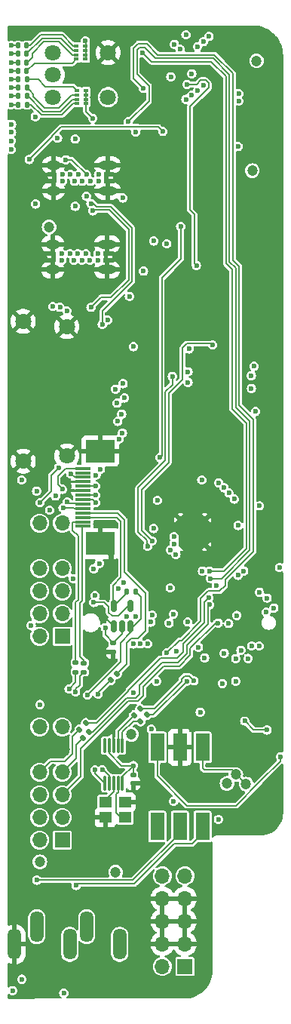
<source format=gbr>
%TF.GenerationSoftware,KiCad,Pcbnew,8.0.7*%
%TF.CreationDate,2025-01-04T21:32:03+01:00*%
%TF.ProjectId,tiliqua-motherboard,74696c69-7175-4612-9d6d-6f7468657262,rev?*%
%TF.SameCoordinates,Original*%
%TF.FileFunction,Copper,L6,Bot*%
%TF.FilePolarity,Positive*%
%FSLAX46Y46*%
G04 Gerber Fmt 4.6, Leading zero omitted, Abs format (unit mm)*
G04 Created by KiCad (PCBNEW 8.0.7) date 2025-01-04 21:32:03*
%MOMM*%
%LPD*%
G01*
G04 APERTURE LIST*
G04 Aperture macros list*
%AMRoundRect*
0 Rectangle with rounded corners*
0 $1 Rounding radius*
0 $2 $3 $4 $5 $6 $7 $8 $9 X,Y pos of 4 corners*
0 Add a 4 corners polygon primitive as box body*
4,1,4,$2,$3,$4,$5,$6,$7,$8,$9,$2,$3,0*
0 Add four circle primitives for the rounded corners*
1,1,$1+$1,$2,$3*
1,1,$1+$1,$4,$5*
1,1,$1+$1,$6,$7*
1,1,$1+$1,$8,$9*
0 Add four rect primitives between the rounded corners*
20,1,$1+$1,$2,$3,$4,$5,0*
20,1,$1+$1,$4,$5,$6,$7,0*
20,1,$1+$1,$6,$7,$8,$9,0*
20,1,$1+$1,$8,$9,$2,$3,0*%
G04 Aperture macros list end*
%TA.AperFunction,ComponentPad*%
%ADD10C,0.600000*%
%TD*%
%TA.AperFunction,ComponentPad*%
%ADD11O,1.600000X1.000000*%
%TD*%
%TA.AperFunction,ComponentPad*%
%ADD12O,2.000000X1.000000*%
%TD*%
%TA.AperFunction,ComponentPad*%
%ADD13R,1.700000X1.700000*%
%TD*%
%TA.AperFunction,ComponentPad*%
%ADD14O,1.700000X1.700000*%
%TD*%
%TA.AperFunction,ComponentPad*%
%ADD15C,1.800000*%
%TD*%
%TA.AperFunction,ComponentPad*%
%ADD16C,6.400000*%
%TD*%
%TA.AperFunction,HeatsinkPad*%
%ADD17C,0.500000*%
%TD*%
%TA.AperFunction,HeatsinkPad*%
%ADD18R,3.200000X3.200000*%
%TD*%
%TA.AperFunction,ComponentPad*%
%ADD19C,0.700000*%
%TD*%
%TA.AperFunction,ComponentPad*%
%ADD20C,4.400000*%
%TD*%
%TA.AperFunction,HeatsinkPad*%
%ADD21R,2.000000X1.200000*%
%TD*%
%TA.AperFunction,ComponentPad*%
%ADD22O,1.500000X3.500000*%
%TD*%
%TA.AperFunction,SMDPad,CuDef*%
%ADD23RoundRect,0.147500X-0.147500X-0.172500X0.147500X-0.172500X0.147500X0.172500X-0.147500X0.172500X0*%
%TD*%
%TA.AperFunction,SMDPad,CuDef*%
%ADD24RoundRect,0.135000X0.035355X-0.226274X0.226274X-0.035355X-0.035355X0.226274X-0.226274X0.035355X0*%
%TD*%
%TA.AperFunction,SMDPad,CuDef*%
%ADD25RoundRect,0.135000X-0.035355X0.226274X-0.226274X0.035355X0.035355X-0.226274X0.226274X-0.035355X0*%
%TD*%
%TA.AperFunction,SMDPad,CuDef*%
%ADD26R,1.400000X1.200000*%
%TD*%
%TA.AperFunction,SMDPad,CuDef*%
%ADD27RoundRect,0.150000X0.150000X-0.512500X0.150000X0.512500X-0.150000X0.512500X-0.150000X-0.512500X0*%
%TD*%
%TA.AperFunction,SMDPad,CuDef*%
%ADD28R,1.800000X0.300000*%
%TD*%
%TA.AperFunction,SMDPad,CuDef*%
%ADD29R,3.200000X2.500000*%
%TD*%
%TA.AperFunction,SMDPad,CuDef*%
%ADD30R,0.500000X0.400000*%
%TD*%
%TA.AperFunction,SMDPad,CuDef*%
%ADD31R,0.500000X0.300000*%
%TD*%
%TA.AperFunction,SMDPad,CuDef*%
%ADD32R,1.600000X3.100000*%
%TD*%
%TA.AperFunction,SMDPad,CuDef*%
%ADD33RoundRect,0.087500X0.087500X-0.725000X0.087500X0.725000X-0.087500X0.725000X-0.087500X-0.725000X0*%
%TD*%
%TA.AperFunction,SMDPad,CuDef*%
%ADD34RoundRect,0.135000X0.185000X-0.135000X0.185000X0.135000X-0.185000X0.135000X-0.185000X-0.135000X0*%
%TD*%
%TA.AperFunction,SMDPad,CuDef*%
%ADD35RoundRect,0.135000X-0.135000X-0.185000X0.135000X-0.185000X0.135000X0.185000X-0.135000X0.185000X0*%
%TD*%
%TA.AperFunction,SMDPad,CuDef*%
%ADD36RoundRect,0.140000X-0.170000X0.140000X-0.170000X-0.140000X0.170000X-0.140000X0.170000X0.140000X0*%
%TD*%
%TA.AperFunction,ViaPad*%
%ADD37C,0.600000*%
%TD*%
%TA.AperFunction,ViaPad*%
%ADD38C,1.200000*%
%TD*%
%TA.AperFunction,Conductor*%
%ADD39C,0.200000*%
%TD*%
%TA.AperFunction,Conductor*%
%ADD40C,0.600000*%
%TD*%
G04 APERTURE END LIST*
D10*
%TO.P,J5,A1,GND*%
%TO.N,GND*%
X5565000Y-17145000D03*
%TO.P,J5,A4,VBUS*%
%TO.N,/rp2040_jtag/RP2040_USB_VBUS*%
X6465000Y-17145000D03*
%TO.P,J5,A5,CC1*%
%TO.N,Net-(J5-CC1)*%
X7365000Y-17145000D03*
%TO.P,J5,A6,D+*%
%TO.N,/rp2040_jtag/RP2040_USB_D+*%
X8265000Y-17145000D03*
%TO.P,J5,A7,D-*%
%TO.N,/rp2040_jtag/RP2040_USB_D-*%
X9165000Y-17145000D03*
%TO.P,J5,A9,VBUS*%
%TO.N,/rp2040_jtag/RP2040_USB_VBUS*%
X10515000Y-17145000D03*
%TO.P,J5,A12,GND*%
%TO.N,GND*%
X11415000Y-17145000D03*
%TO.P,J5,B1,GND*%
X5565000Y-17895000D03*
%TO.P,J5,B4,VBUS*%
%TO.N,/rp2040_jtag/RP2040_USB_VBUS*%
X6465000Y-17895000D03*
%TO.P,J5,B5,CC2*%
%TO.N,Net-(J5-CC2)*%
X9615000Y-17895000D03*
%TO.P,J5,B6,D+*%
%TO.N,/rp2040_jtag/RP2040_USB_D+*%
X8715000Y-17895000D03*
%TO.P,J5,B7,D-*%
%TO.N,/rp2040_jtag/RP2040_USB_D-*%
X7815000Y-17895000D03*
%TO.P,J5,B9,VBUS*%
%TO.N,/rp2040_jtag/RP2040_USB_VBUS*%
X10515000Y-17895000D03*
%TO.P,J5,B12,GND*%
%TO.N,GND*%
X11415000Y-17895000D03*
D11*
%TO.P,J5,S1,SHIELD*%
X5440000Y-18950000D03*
D12*
X11540000Y-18950000D03*
D11*
X5440000Y-16090000D03*
D12*
X11540000Y-16090000D03*
%TD*%
D13*
%TO.P,J6,1,Pin_1*%
%TO.N,Net-(J6-Pin_1)*%
X20230000Y-105980000D03*
D14*
%TO.P,J6,2,Pin_2*%
X17690000Y-105980000D03*
%TO.P,J6,3,Pin_3*%
%TO.N,GND*%
X20230000Y-103440000D03*
%TO.P,J6,4,Pin_4*%
X17690000Y-103440000D03*
%TO.P,J6,5,Pin_5*%
X20230000Y-100900000D03*
%TO.P,J6,6,Pin_6*%
X17690000Y-100900000D03*
%TO.P,J6,7,Pin_7*%
X20230000Y-98360000D03*
%TO.P,J6,8,Pin_8*%
X17690000Y-98360000D03*
%TO.P,J6,9,Pin_9*%
%TO.N,Net-(J6-Pin_10)*%
X20230000Y-95820000D03*
%TO.P,J6,10,Pin_10*%
X17690000Y-95820000D03*
%TD*%
D15*
%TO.P,J10,SH,SH*%
%TO.N,GND*%
X2065000Y-33600000D03*
X6965000Y-34200000D03*
X6965000Y-48700000D03*
X2065000Y-49300000D03*
%TD*%
D16*
%TO.P,H3,1,1*%
%TO.N,GND*%
X23615000Y-47200000D03*
%TD*%
D10*
%TO.P,J7,A1,GND*%
%TO.N,GND*%
X5498750Y-26005000D03*
%TO.P,J7,A4,VBUS*%
%TO.N,SC_USB0_VBUS*%
X6398750Y-26005000D03*
%TO.P,J7,A5,CC1*%
%TO.N,Net-(J7-CC1)*%
X7298750Y-26005000D03*
%TO.P,J7,A6,D+*%
%TO.N,SC_USB0_D+*%
X8198750Y-26005000D03*
%TO.P,J7,A7,D-*%
%TO.N,SC_USB0_D-*%
X9098750Y-26005000D03*
%TO.P,J7,A9,VBUS*%
%TO.N,SC_USB0_VBUS*%
X10448750Y-26005000D03*
%TO.P,J7,A12,GND*%
%TO.N,GND*%
X11348750Y-26005000D03*
%TO.P,J7,B1,GND*%
X5498750Y-26755000D03*
%TO.P,J7,B4,VBUS*%
%TO.N,SC_USB0_VBUS*%
X6398750Y-26755000D03*
%TO.P,J7,B5,CC2*%
%TO.N,Net-(J7-CC2)*%
X9548750Y-26755000D03*
%TO.P,J7,B6,D+*%
%TO.N,SC_USB0_D+*%
X8648750Y-26755000D03*
%TO.P,J7,B7,D-*%
%TO.N,SC_USB0_D-*%
X7748750Y-26755000D03*
%TO.P,J7,B9,VBUS*%
%TO.N,SC_USB0_VBUS*%
X10448750Y-26755000D03*
%TO.P,J7,B12,GND*%
%TO.N,GND*%
X11348750Y-26755000D03*
D11*
%TO.P,J7,S1,SHIELD*%
X5373750Y-27810000D03*
D12*
X11473750Y-27810000D03*
D11*
X5373750Y-24950000D03*
D12*
X11473750Y-24950000D03*
%TD*%
D17*
%TO.P,U2,57,GND(EPAD)*%
%TO.N,GND*%
X19740000Y-58600000D03*
X22440000Y-58600000D03*
D18*
X21090000Y-57250000D03*
D17*
X19740000Y-55900000D03*
X22440000Y-55900000D03*
%TD*%
D13*
%TO.P,J3,1,Pin_1*%
%TO.N,EX1_1*%
X6440000Y-68950000D03*
D14*
%TO.P,J3,2,Pin_2*%
%TO.N,EX1_2*%
X6440000Y-66410000D03*
%TO.P,J3,3,Pin_3*%
%TO.N,EX1_3*%
X6440000Y-63870000D03*
%TO.P,J3,4,Pin_4*%
%TO.N,Net-(J3-Pin_4)*%
X6440000Y-61330000D03*
%TO.P,J3,5,Pin_5*%
%TO.N,GND*%
X6440000Y-58790000D03*
%TO.P,J3,6,Pin_6*%
%TO.N,+3V3*%
X6440000Y-56250000D03*
%TO.P,J3,7,Pin_7*%
%TO.N,EX1_7*%
X3900000Y-68950000D03*
%TO.P,J3,8,Pin_8*%
%TO.N,EX1_8*%
X3900000Y-66410000D03*
%TO.P,J3,9,Pin_9*%
%TO.N,EX1_9*%
X3900000Y-63870000D03*
%TO.P,J3,10,Pin_10*%
%TO.N,Net-(J3-Pin_10)*%
X3900000Y-61330000D03*
%TO.P,J3,11,Pin_11*%
%TO.N,GND*%
X3900000Y-58790000D03*
%TO.P,J3,12,Pin_12*%
%TO.N,+3V3*%
X3900000Y-56250000D03*
%TD*%
D19*
%TO.P,H1,1,1*%
%TO.N,GND*%
X27082000Y-23758800D03*
X27565274Y-22592074D03*
X27565274Y-24925526D03*
X28732000Y-22108800D03*
D20*
X28732000Y-23758800D03*
D19*
X28732000Y-25408800D03*
X29898726Y-22592074D03*
X29898726Y-24925526D03*
X30382000Y-23758800D03*
%TD*%
D17*
%TO.P,U10,11,GND*%
%TO.N,GND*%
X27190000Y-81150000D03*
X27940000Y-81150000D03*
X28690000Y-81150000D03*
D21*
X27940000Y-80800000D03*
D17*
X27190000Y-80450000D03*
X27940000Y-80450000D03*
X28690000Y-80450000D03*
%TD*%
D15*
%TO.P,SW3,A,A*%
%TO.N,Net-(R21-Pad2)*%
X5340000Y-3450000D03*
%TO.P,SW3,B,B*%
%TO.N,Net-(R14-Pad2)*%
X5340000Y-8450000D03*
%TO.P,SW3,C,C*%
%TO.N,GND*%
X5340000Y-5950000D03*
%TO.P,SW3,S1,S1*%
X11590000Y-3450000D03*
%TO.P,SW3,S2,S2*%
%TO.N,Net-(R13-Pad2)*%
X11590000Y-8450000D03*
%TD*%
D13*
%TO.P,J2,1,Pin_1*%
%TO.N,EX2_1*%
X6440000Y-91810000D03*
D14*
%TO.P,J2,2,Pin_2*%
%TO.N,EX2_2*%
X6440000Y-89270000D03*
%TO.P,J2,3,Pin_3*%
%TO.N,EX2_3*%
X6440000Y-86730000D03*
%TO.P,J2,4,Pin_4*%
%TO.N,Net-(J2-Pin_4)*%
X6440000Y-84190000D03*
%TO.P,J2,5,Pin_5*%
%TO.N,GND*%
X6440000Y-81650000D03*
%TO.P,J2,6,Pin_6*%
%TO.N,+3V3*%
X6440000Y-79110000D03*
%TO.P,J2,7,Pin_7*%
%TO.N,EX2_7*%
X3900000Y-91810000D03*
%TO.P,J2,8,Pin_8*%
%TO.N,EX2_8*%
X3900000Y-89270000D03*
%TO.P,J2,9,Pin_9*%
%TO.N,EX2_9*%
X3900000Y-86730000D03*
%TO.P,J2,10,Pin_10*%
%TO.N,Net-(J2-Pin_10)*%
X3900000Y-84190000D03*
%TO.P,J2,11,Pin_11*%
%TO.N,GND*%
X3900000Y-81650000D03*
%TO.P,J2,12,Pin_12*%
%TO.N,+3V3*%
X3900000Y-79110000D03*
%TD*%
D19*
%TO.P,H2,1,1*%
%TO.N,GND*%
X27082000Y-88842074D03*
X27565274Y-87675348D03*
X27565274Y-90008800D03*
X28732000Y-87192074D03*
D20*
X28732000Y-88842074D03*
D19*
X28732000Y-90492074D03*
X29898726Y-87675348D03*
X29898726Y-90008800D03*
X30382000Y-88842074D03*
%TD*%
D22*
%TO.P,J4,G*%
%TO.N,GND*%
X1090000Y-103507736D03*
%TO.P,J4,S*%
%TO.N,Net-(J4-PadS)*%
X9190000Y-101507736D03*
%TO.P,J4,SN*%
%TO.N,unconnected-(J4-PadSN)*%
X7290000Y-103507736D03*
%TO.P,J4,T*%
%TO.N,Net-(D1-A)*%
X3590000Y-101507736D03*
%TO.P,J4,TN*%
%TO.N,unconnected-(J4-PadTN)*%
X12890000Y-103507736D03*
%TD*%
D23*
%TO.P,D6,1,K*%
%TO.N,Net-(D6-K)*%
X1480000Y-2650000D03*
%TO.P,D6,2,A*%
%TO.N,Net-(D6-A)*%
X2450000Y-2650000D03*
%TD*%
D24*
%TO.P,R49,1*%
%TO.N,Net-(J8-G8)*%
X11858960Y-73873543D03*
%TO.P,R49,2*%
%TO.N,FFC_MCLK*%
X12580208Y-73152295D03*
%TD*%
D25*
%TO.P,R37,1*%
%TO.N,EX2_4*%
X9454893Y-79649130D03*
%TO.P,R37,2*%
%TO.N,Net-(J2-Pin_4)*%
X8733645Y-80370378D03*
%TD*%
D26*
%TO.P,Y2,1,1*%
%TO.N,Net-(U11-XB)*%
X11300798Y-87562359D03*
%TO.P,Y2,2,2*%
%TO.N,GND*%
X13500798Y-87562359D03*
%TO.P,Y2,3,3*%
%TO.N,Net-(U11-XA)*%
X13500798Y-89262359D03*
%TO.P,Y2,4,4*%
%TO.N,GND*%
X11300798Y-89262359D03*
%TD*%
D23*
%TO.P,D16,1,K*%
%TO.N,Net-(D16-K)*%
X1500000Y-8340000D03*
%TO.P,D16,2,A*%
%TO.N,Net-(D16-A)*%
X2470000Y-8340000D03*
%TD*%
%TO.P,D14,1,K*%
%TO.N,Net-(D14-K)*%
X1480000Y-4550000D03*
%TO.P,D14,2,A*%
%TO.N,Net-(D14-A)*%
X2450000Y-4550000D03*
%TD*%
D27*
%TO.P,U6,1,D*%
%TO.N,FFC_PDN_D*%
X14133656Y-67837499D03*
%TO.P,U6,2,C*%
%TO.N,FFC_PDN_CLK*%
X13183657Y-67837499D03*
%TO.P,U6,3,GND*%
%TO.N,GND*%
X12233658Y-67837499D03*
%TO.P,U6,4,Q*%
%TO.N,/pmod_audio/PDN*%
X12233658Y-65562499D03*
%TO.P,U6,5,VCC*%
%TO.N,+3V3*%
X14133656Y-65562499D03*
%TD*%
D24*
%TO.P,R48,1*%
%TO.N,Net-(U11-CLK1)*%
X14510724Y-77794791D03*
%TO.P,R48,2*%
%TO.N,PLL_CLK1*%
X15231972Y-77073543D03*
%TD*%
D23*
%TO.P,D10,1,K*%
%TO.N,Net-(D10-K)*%
X1487500Y-3600000D03*
%TO.P,D10,2,A*%
%TO.N,Net-(D10-A)*%
X2457500Y-3600000D03*
%TD*%
%TO.P,D8,1,K*%
%TO.N,Net-(D8-K)*%
X1495000Y-6440000D03*
%TO.P,D8,2,A*%
%TO.N,Net-(D8-A)*%
X2465000Y-6440000D03*
%TD*%
D28*
%TO.P,J1,1,Pin_1*%
%TO.N,-12V*%
X8800000Y-50100000D03*
%TO.P,J1,2,Pin_2*%
%TO.N,unconnected-(J1-Pin_2-Pad2)*%
X8800000Y-50600000D03*
%TO.P,J1,3,Pin_3*%
%TO.N,+12V*%
X8800000Y-51100000D03*
%TO.P,J1,4,Pin_4*%
%TO.N,GND*%
X8800000Y-51600000D03*
%TO.P,J1,5,Pin_5*%
%TO.N,+3V3*%
X8800000Y-52100000D03*
%TO.P,J1,6,Pin_6*%
%TO.N,GND*%
X8800000Y-52600000D03*
%TO.P,J1,7,Pin_7*%
%TO.N,FFC_SDIN1*%
X8800000Y-53100000D03*
%TO.P,J1,8,Pin_8*%
%TO.N,FFC_SDOUT1*%
X8800000Y-53600000D03*
%TO.P,J1,9,Pin_9*%
%TO.N,FFC_LRCK*%
X8800000Y-54100000D03*
%TO.P,J1,10,Pin_10*%
%TO.N,FFC_BICK*%
X8800000Y-54600000D03*
%TO.P,J1,11,Pin_11*%
%TO.N,FFC_MCLK*%
X8800000Y-55100000D03*
%TO.P,J1,12,Pin_12*%
%TO.N,/pmod_audio/PDN*%
X8800000Y-55600000D03*
%TO.P,J1,13,Pin_13*%
%TO.N,FFC_SDA*%
X8800000Y-56100000D03*
%TO.P,J1,14,Pin_14*%
%TO.N,FFC_SCL*%
X8800000Y-56600000D03*
D29*
%TO.P,J1,15,Pin_15*%
%TO.N,GND*%
X10700000Y-48150000D03*
X10700000Y-58550000D03*
%TD*%
D30*
%TO.P,RN4,1,R1.1*%
%TO.N,+3V3*%
X9110000Y-7690000D03*
D31*
%TO.P,RN4,2,R2.1*%
X9110000Y-8190000D03*
%TO.P,RN4,3,R3.1*%
X9110000Y-8690000D03*
D30*
%TO.P,RN4,4,R4.1*%
X9110000Y-9190000D03*
%TO.P,RN4,5,R4.2*%
%TO.N,Net-(D20-A)*%
X8110000Y-9190000D03*
D31*
%TO.P,RN4,6,R3.2*%
%TO.N,Net-(D16-A)*%
X8110000Y-8690000D03*
%TO.P,RN4,7,R2.2*%
%TO.N,Net-(D12-A)*%
X8110000Y-8190000D03*
D30*
%TO.P,RN4,8,R1.2*%
%TO.N,Net-(D8-A)*%
X8110000Y-7690000D03*
%TD*%
D24*
%TO.P,R36,1*%
%TO.N,Net-(J2-Pin_10)*%
X8380646Y-79392067D03*
%TO.P,R36,2*%
%TO.N,EX2_10*%
X9101894Y-78670819D03*
%TD*%
D32*
%TO.P,U4,1*%
%TO.N,Net-(D1-K)*%
X22195000Y-90290000D03*
%TO.P,U4,2*%
%TO.N,Net-(D1-A)*%
X19655000Y-90290000D03*
%TO.P,U4,3*%
%TO.N,unconnected-(U4-Pad3)*%
X17115000Y-90290000D03*
%TO.P,U4,4*%
%TO.N,Net-(R15-Pad1)*%
X17115000Y-81400000D03*
%TO.P,U4,5*%
%TO.N,GND*%
X19655000Y-81400000D03*
%TO.P,U4,6*%
%TO.N,+3V3*%
X22195000Y-81400000D03*
%TD*%
D23*
%TO.P,D12,1,K*%
%TO.N,Net-(D12-K)*%
X1500000Y-7390000D03*
%TO.P,D12,2,A*%
%TO.N,Net-(D12-A)*%
X2470000Y-7390000D03*
%TD*%
D24*
%TO.P,R47,1*%
%TO.N,Net-(U11-CLK0)*%
X15213992Y-78478524D03*
%TO.P,R47,2*%
%TO.N,PLL_CLK0*%
X15935240Y-77757276D03*
%TD*%
D30*
%TO.P,RN2,1,R1.1*%
%TO.N,+3V3*%
X9040000Y-2690000D03*
D31*
%TO.P,RN2,2,R2.1*%
X9040000Y-3190000D03*
%TO.P,RN2,3,R3.1*%
X9040000Y-3690000D03*
D30*
%TO.P,RN2,4,R4.1*%
X9040000Y-4190000D03*
%TO.P,RN2,5,R4.2*%
%TO.N,Net-(D18-A)*%
X8040000Y-4190000D03*
D31*
%TO.P,RN2,6,R3.2*%
%TO.N,Net-(D14-A)*%
X8040000Y-3690000D03*
%TO.P,RN2,7,R2.2*%
%TO.N,Net-(D10-A)*%
X8040000Y-3190000D03*
D30*
%TO.P,RN2,8,R1.2*%
%TO.N,Net-(D6-A)*%
X8040000Y-2690000D03*
%TD*%
D33*
%TO.P,U11,1,VDD*%
%TO.N,+3V3*%
X13204508Y-85438856D03*
%TO.P,U11,2,XA*%
%TO.N,Net-(U11-XA)*%
X12704508Y-85438856D03*
%TO.P,U11,3,XB*%
%TO.N,Net-(U11-XB)*%
X12204508Y-85438856D03*
%TO.P,U11,4,SCL*%
%TO.N,MOBO_I2C_SCL*%
X11704508Y-85438856D03*
%TO.P,U11,5,SDA*%
%TO.N,MOBO_I2C_SDA*%
X11204508Y-85438856D03*
%TO.P,U11,6,CLK2*%
%TO.N,unconnected-(U11-CLK2-Pad6)*%
X11204508Y-81213856D03*
%TO.P,U11,7,VDDO*%
%TO.N,+3V3*%
X11704508Y-81213856D03*
%TO.P,U11,8,GND*%
%TO.N,GND*%
X12204508Y-81213856D03*
%TO.P,U11,9,CLK1*%
%TO.N,Net-(U11-CLK1)*%
X12704508Y-81213856D03*
%TO.P,U11,10,CLK0*%
%TO.N,Net-(U11-CLK0)*%
X13204508Y-81213856D03*
%TD*%
D34*
%TO.P,R34,1*%
%TO.N,Net-(J8-G7{slash}BUS7)*%
X8872338Y-72953827D03*
%TO.P,R34,2*%
%TO.N,FFC_SCL*%
X8872338Y-71933827D03*
%TD*%
D23*
%TO.P,D20,1,K*%
%TO.N,Net-(D20-K)*%
X1500000Y-9290000D03*
%TO.P,D20,2,A*%
%TO.N,Net-(D20-A)*%
X2470000Y-9290000D03*
%TD*%
D34*
%TO.P,R45,1*%
%TO.N,GND*%
X12183657Y-70709998D03*
%TO.P,R45,2*%
%TO.N,FFC_PDN_CLK*%
X12183657Y-69690000D03*
%TD*%
%TO.P,R35,1*%
%TO.N,Net-(J8-G6{slash}BUS6)*%
X7933657Y-72949999D03*
%TO.P,R35,2*%
%TO.N,FFC_SDA*%
X7933657Y-71929999D03*
%TD*%
D23*
%TO.P,D18,1,K*%
%TO.N,Net-(D18-K)*%
X1487500Y-5500000D03*
%TO.P,D18,2,A*%
%TO.N,Net-(D18-A)*%
X2457500Y-5500000D03*
%TD*%
D35*
%TO.P,R46,1*%
%TO.N,/pmod_audio/PDN*%
X13683657Y-63949999D03*
%TO.P,R46,2*%
%TO.N,FFC_PDN_D*%
X14703655Y-63949999D03*
%TD*%
D36*
%TO.P,C36,1*%
%TO.N,+3V3*%
X14433657Y-84469999D03*
%TO.P,C36,2*%
%TO.N,GND*%
X14433657Y-85429999D03*
%TD*%
D37*
%TO.N,GND*%
X28440000Y-20450000D03*
X23940000Y-79950000D03*
X16840000Y-47850000D03*
X24440000Y-1450000D03*
X16440000Y-14450000D03*
X18690000Y-700000D03*
X28440000Y-10450000D03*
X17890000Y-60699999D03*
D38*
X17440000Y-78450000D03*
D37*
X1183657Y-94449999D03*
X19940000Y-84412500D03*
X23756961Y-85950000D03*
X1933657Y-949999D03*
X14440000Y-108450000D03*
X30433657Y-44449999D03*
X25440000Y-80950000D03*
X13815158Y-44465136D03*
X20933657Y-34449999D03*
X25169540Y-74553293D03*
X6590000Y-22800000D03*
X30433657Y-35949999D03*
X1183657Y-80449999D03*
X6378235Y-72938235D03*
X13933657Y-46476477D03*
X28440000Y-12450000D03*
X30933657Y-56449999D03*
X8440000Y-108450000D03*
X13933657Y-45449999D03*
X690000Y-20450000D03*
D38*
X22440000Y-74450000D03*
D37*
X1440000Y-42450000D03*
X12940000Y-850000D03*
X690000Y-28450000D03*
X16433657Y-60699999D03*
X10440000Y-108450000D03*
X14433657Y-49949999D03*
X16440000Y-18450000D03*
X22964998Y-63250002D03*
X14440000Y-40250000D03*
X940000Y-1699999D03*
X2146733Y-73625000D03*
X1183657Y-92449999D03*
X1183657Y-78449999D03*
X1440000Y-36450000D03*
X28740000Y-61550000D03*
X1440000Y-46450000D03*
X16863003Y-49528467D03*
X28440000Y-74450000D03*
X1183657Y-82449999D03*
X23726511Y-82924737D03*
X1183657Y-88449999D03*
X29975971Y-74217349D03*
X1183657Y-84449999D03*
X6683657Y-51449999D03*
X7340000Y-75950000D03*
X1690000Y-31450000D03*
X30433657Y-46449999D03*
X28640000Y-45449999D03*
X30683657Y-86449999D03*
X29986855Y-69766042D03*
D38*
X25654247Y-90171510D03*
D37*
X690000Y-26450000D03*
X14183657Y-47699999D03*
X21988362Y-84371891D03*
X30433657Y-48449999D03*
X30433657Y-50449999D03*
X1440000Y-44450000D03*
X28440000Y-18450000D03*
X15933657Y-59699999D03*
X30240000Y-78150000D03*
X28940000Y-77450000D03*
X30683657Y-84449999D03*
X20940000Y-79450000D03*
X17527956Y-67528773D03*
X20940000Y-84450000D03*
X6540000Y-75550000D03*
X26440000Y-1450000D03*
X690000Y-30450000D03*
X30465000Y-8450000D03*
X28640000Y-47449999D03*
X30433657Y-52449999D03*
X30433657Y-54449999D03*
X1440000Y-38450000D03*
X1183657Y-90449999D03*
D38*
X22750000Y-69740000D03*
D37*
X13840000Y-39450000D03*
X690000Y-24450000D03*
X28640000Y-49449999D03*
X28440000Y-14450000D03*
X1183657Y-86449999D03*
X690000Y-22450000D03*
X29440000Y-85450000D03*
X28440000Y-1450000D03*
X9440000Y-63950000D03*
X1440000Y-40450000D03*
X24933657Y-35699999D03*
X10212782Y-22800000D03*
X30933657Y-26449999D03*
X30440000Y-3450000D03*
X28640000Y-51449999D03*
X15933657Y-30449999D03*
X1683657Y-10449999D03*
D38*
X10790000Y-90950000D03*
D37*
X12440000Y-108450000D03*
X16440000Y-16450000D03*
D38*
X14219756Y-91350000D03*
D37*
X18440000Y-83450000D03*
X11440000Y-54450000D03*
%TO.N,+3V3*%
X18574281Y-63512070D03*
X9990000Y-65150000D03*
D38*
X27790000Y-16690000D03*
D37*
X11565000Y-33450000D03*
X22185887Y-61625745D03*
X16705127Y-56849999D03*
X9860233Y-10820232D03*
D38*
X27092867Y-85524340D03*
D37*
X29340000Y-66250000D03*
X10127879Y-64393492D03*
X14481809Y-75235000D03*
D38*
X24940000Y-85450000D03*
D37*
X17133657Y-53681349D03*
X29440000Y-64650000D03*
X15580000Y-27960000D03*
X28165000Y-43725000D03*
X28590000Y-54300000D03*
X14433657Y-83449999D03*
D38*
X25940000Y-84450000D03*
D37*
X28590001Y-64002182D03*
X6615000Y-108975000D03*
X3445735Y-20440000D03*
D38*
X28265000Y-4375000D03*
D37*
X18190000Y-24900000D03*
X10187351Y-52096169D03*
X26190000Y-56518666D03*
X9040000Y-2130000D03*
D38*
X14219756Y-79949998D03*
D37*
X14690000Y-12375000D03*
X22115000Y-51400000D03*
X5923866Y-13045686D03*
%TO.N,Net-(D1-A)*%
X3590000Y-96300000D03*
%TO.N,Net-(D1-K)*%
X7990000Y-96900000D03*
%TO.N,Net-(D5-K)*%
X22930000Y-1640000D03*
X732000Y-14320000D03*
%TO.N,Net-(D6-K)*%
X20340000Y-1450000D03*
X699500Y-2650000D03*
%TO.N,Net-(D7-K)*%
X17750000Y-12300000D03*
X867626Y-108695513D03*
X2733657Y-15449999D03*
%TO.N,Net-(R15-Pad1)*%
X30841970Y-61231722D03*
X30940000Y-82450000D03*
D38*
%TO.N,+5V*%
X3933657Y-94250000D03*
D37*
X16715000Y-24600000D03*
D38*
X4965000Y-23025000D03*
D37*
X14440000Y-36450000D03*
X21940000Y-77450000D03*
X18940000Y-87450000D03*
%TO.N,Net-(U2-GPIO22{slash}SPI0_SCK{slash}UART1_CTS{slash}I2C1_SDA{slash}PWM3_A{slash}CLOCK_GPIN1{slash}USB_VBUS_DET)*%
X7887249Y-13145306D03*
X19740000Y-22950000D03*
X17415000Y-48890000D03*
D38*
%TO.N,-12V*%
X12440000Y-95400000D03*
D37*
X6440000Y-52450000D03*
%TO.N,+12V*%
X7399998Y-50700000D03*
X23990000Y-89489496D03*
%TO.N,ENC_S*%
X18188322Y-70816957D03*
X15533657Y-7449999D03*
%TO.N,ENC_B*%
X13881675Y-11203769D03*
X23115000Y-62449999D03*
%TO.N,ENC_A*%
X15433657Y-3449999D03*
X22985886Y-61623320D03*
%TO.N,GPDI_HPD*%
X16047383Y-69776945D03*
X3567893Y-52647893D03*
%TO.N,SC_USB0_ID*%
X7890000Y-20700000D03*
X23765000Y-63249999D03*
%TO.N,FFC_SDIN1*%
X10175982Y-53096276D03*
%TO.N,FFC_BICK*%
X6524828Y-54524629D03*
%TO.N,FFC_LRCK*%
X7015000Y-53892383D03*
%TO.N,ECP5_M10_TDO*%
X25166726Y-52854313D03*
X22440000Y-71350000D03*
%TO.N,/rp2040_jtag/RP2040_USB_D+*%
X10240000Y-50850000D03*
X13243528Y-19775000D03*
%TO.N,FFC_SDOUT1*%
X10200001Y-53949998D03*
%TO.N,EX2_4*%
X22990000Y-65405072D03*
%TO.N,EX2_8*%
X25934832Y-73984400D03*
%TO.N,EX2_10*%
X22915205Y-64608574D03*
%TO.N,SC_USB0_VBUS*%
X27314999Y-71434400D03*
%TO.N,EX2_9*%
X25940000Y-71450000D03*
%TO.N,EX2_3*%
X23940000Y-67450000D03*
%TO.N,ECP5_R11_TDI*%
X25140000Y-67501472D03*
X25766726Y-53550000D03*
%TO.N,ECP5_T10_TCK*%
X24615000Y-52275000D03*
X26042373Y-66600510D03*
%TO.N,EX1_9*%
X20540000Y-67335785D03*
%TO.N,ECP5_T11_TMS*%
X24015000Y-51725000D03*
X24633139Y-70859869D03*
%TO.N,/rp2040_jtag/RP2040_USB_D-*%
X10733621Y-50188291D03*
X6830000Y-15468981D03*
%TO.N,EX1_4*%
X19265735Y-70624265D03*
X7655917Y-62449999D03*
%TO.N,PLL_CLK1*%
X18933657Y-66449999D03*
X21228961Y-73935649D03*
%TO.N,RP2040_UART0_TX*%
X26190000Y-62100000D03*
X24440000Y-74225000D03*
%TO.N,Net-(D8-K)*%
X20340000Y-8700000D03*
X714500Y-6440000D03*
%TO.N,Net-(D9-K)*%
X732000Y-13370000D03*
X22290000Y-2220000D03*
%TO.N,Net-(D10-K)*%
X19700000Y-3090000D03*
X699500Y-3575000D03*
%TO.N,Net-(D11-K)*%
X21510003Y-27320000D03*
X20455144Y-7017180D03*
X5030000Y-54790000D03*
X1910007Y-107415846D03*
%TO.N,Net-(D12-K)*%
X714500Y-7390000D03*
X20973715Y-8211728D03*
%TO.N,Net-(D13-K)*%
X21640000Y-2780000D03*
X760000Y-12410000D03*
%TO.N,Net-(D14-K)*%
X19030000Y-2520000D03*
X699500Y-4550000D03*
%TO.N,Net-(U12-~{CS})*%
X20565000Y-40450000D03*
X19211908Y-59750536D03*
X20683657Y-36699999D03*
%TO.N,Net-(U12-DO(IO1))*%
X20565000Y-39250000D03*
X18587838Y-59250000D03*
%TO.N,Net-(U12-CLK)*%
X23333657Y-36249999D03*
X27683657Y-39699999D03*
X16540947Y-58247196D03*
%TO.N,Net-(U12-DI(IO0))*%
X27690000Y-41125000D03*
X18990000Y-58558430D03*
%TO.N,Net-(U12-IO3)*%
X18989998Y-57758428D03*
X27990000Y-38650000D03*
%TO.N,Net-(D16-K)*%
X714500Y-8340000D03*
X21640000Y-7740000D03*
%TO.N,Net-(D17-K)*%
X760000Y-11490000D03*
X20990000Y-5830000D03*
%TO.N,Net-(D18-K)*%
X699500Y-5500000D03*
X18640000Y-6150000D03*
%TO.N,Net-(D20-K)*%
X714500Y-9290000D03*
X22290000Y-7150000D03*
%TO.N,SC_USB0_D+*%
X28565000Y-70025000D03*
%TO.N,SC_USB0_D-*%
X27715000Y-70025000D03*
%TO.N,Net-(U12-IO2)*%
X18815000Y-39775000D03*
X16026528Y-58859876D03*
%TO.N,Net-(R14-Pad2)*%
X3415784Y-10645686D03*
%TO.N,MOBO_LED_OE*%
X26215000Y-14000000D03*
X30201507Y-65779648D03*
%TO.N,FFC_PDN_D*%
X9271915Y-75538257D03*
%TO.N,GPDI_D1+*%
X13340521Y-62949479D03*
X12683657Y-44824999D03*
%TO.N,GPDI_CK+*%
X12433657Y-41199999D03*
X16540266Y-66558879D03*
%TO.N,GPDI_D2+*%
X10591413Y-60758745D03*
X12794344Y-46824998D03*
%TO.N,GPDI_D0-*%
X14683657Y-66717326D03*
X13433657Y-42204956D03*
%TO.N,GPDI_CK-*%
X16408628Y-67347977D03*
X13267274Y-40599999D03*
%TO.N,GPDI_D2-*%
X13207802Y-46140121D03*
X9990371Y-61359787D03*
%TO.N,GPDI_D1-*%
X12739479Y-63550521D03*
X13124166Y-44019877D03*
%TO.N,GPDI_D0+*%
X13683657Y-66699999D03*
X12602202Y-42786099D03*
%TO.N,USB_VBUS_EN*%
X13990000Y-30790000D03*
X5390000Y-31925000D03*
X21744328Y-70185673D03*
%TO.N,MOBO_I2C_SCL*%
X5683657Y-53199999D03*
X14410000Y-69810000D03*
X6976137Y-32425000D03*
X10933657Y-83949999D03*
X9665000Y-20375000D03*
X10940000Y-33950000D03*
X26260000Y-8054634D03*
X2953482Y-67718389D03*
%TO.N,RP2040_UART0_RX*%
X26515000Y-70500000D03*
X26826347Y-61615164D03*
%TO.N,USB_INT*%
X9150000Y-19560000D03*
X17029279Y-73991289D03*
X3940000Y-76600000D03*
X1890000Y-51400000D03*
%TO.N,FFC_PDN_CLK*%
X11290000Y-67970000D03*
%TO.N,MOBO_I2C_SDA*%
X3933657Y-53949999D03*
X9665000Y-32025000D03*
X10133654Y-83949999D03*
X15209694Y-69787786D03*
X6185202Y-32025000D03*
X9871131Y-21200000D03*
X6033035Y-50030743D03*
X26260000Y-8863520D03*
X16457467Y-79349998D03*
%TO.N,Net-(U10-EN)*%
X29440000Y-79450000D03*
X26940000Y-78450000D03*
%TO.N,PLL_CLK0*%
X20428324Y-73984400D03*
X18433657Y-67449999D03*
%TO.N,Net-(J8-G8)*%
X10471370Y-75450000D03*
%TO.N,Net-(J8-G7{slash}BUS7)*%
X7931604Y-75172976D03*
%TO.N,Net-(J8-G6{slash}BUS6)*%
X7203040Y-74842523D03*
%TD*%
D39*
%TO.N,GND*%
X12233658Y-67837499D02*
X10680559Y-66284400D01*
X9390000Y-65406342D02*
X9390000Y-64000000D01*
X10268058Y-66284400D02*
X9390000Y-65406342D01*
X10680559Y-66284400D02*
X10268058Y-66284400D01*
X8800000Y-51600000D02*
X6833658Y-51600000D01*
X9390000Y-64000000D02*
X9440000Y-63950000D01*
D40*
X10700000Y-58550000D02*
X11940000Y-59790000D01*
D39*
X6833658Y-51600000D02*
X6683657Y-51449999D01*
D40*
X11940000Y-61450000D02*
X9440000Y-63950000D01*
X11940000Y-59790000D02*
X11940000Y-61450000D01*
D39*
%TO.N,+3V3*%
X12030606Y-66662499D02*
X12721157Y-66662499D01*
X9990000Y-65150000D02*
X11133658Y-65150000D01*
X11704508Y-82076788D02*
X11704508Y-81213856D01*
X13821157Y-65562499D02*
X14133656Y-65562499D01*
X14433657Y-83449999D02*
X13204508Y-84679148D01*
X27092867Y-85524340D02*
X25518527Y-83950000D01*
X9860233Y-10820232D02*
X9115000Y-10074999D01*
X22195000Y-83730000D02*
X22195000Y-81400000D01*
X13204508Y-84679148D02*
X13204508Y-85438856D01*
X9040000Y-2130000D02*
X9065000Y-2155000D01*
X12721157Y-66662499D02*
X13821157Y-65562499D01*
X14433657Y-83449999D02*
X13077719Y-83449999D01*
X13077719Y-83449999D02*
X11704508Y-82076788D01*
X11133658Y-65150000D02*
X11633658Y-65650000D01*
X9065000Y-2155000D02*
X9065000Y-4175000D01*
X22415000Y-83950000D02*
X22195000Y-83730000D01*
X14433657Y-83449999D02*
X14433657Y-84469999D01*
X11633658Y-65650000D02*
X11633658Y-66265551D01*
X25518527Y-83950000D02*
X22415000Y-83950000D01*
X10187351Y-52096169D02*
X10183520Y-52100000D01*
X10183520Y-52100000D02*
X8800000Y-52100000D01*
X11633658Y-66265551D02*
X12030606Y-66662499D01*
X9115000Y-10074999D02*
X9115000Y-7675000D01*
%TO.N,Net-(D1-A)*%
X19655000Y-91040000D02*
X14395000Y-96300000D01*
X14395000Y-96300000D02*
X3590000Y-96300000D01*
X19655000Y-90290000D02*
X19655000Y-91040000D01*
%TO.N,Net-(D1-K)*%
X8190000Y-96700000D02*
X7990000Y-96900000D01*
X14560686Y-96700000D02*
X8840000Y-96700000D01*
X19050343Y-92210343D02*
X14560686Y-96700000D01*
X22195000Y-91040000D02*
X21024657Y-92210343D01*
X8840000Y-96700000D02*
X8190000Y-96700000D01*
X21024657Y-92210343D02*
X19050343Y-92210343D01*
X22195000Y-90290000D02*
X22195000Y-91040000D01*
%TO.N,Net-(D6-K)*%
X1480000Y-2650000D02*
X699500Y-2650000D01*
%TO.N,Net-(D6-A)*%
X6465686Y-1450000D02*
X7705686Y-2690000D01*
X2450000Y-2650000D02*
X2841262Y-2650000D01*
X7705686Y-2690000D02*
X8040000Y-2690000D01*
X2841262Y-2650000D02*
X4041262Y-1450000D01*
X4041262Y-1450000D02*
X6465686Y-1450000D01*
%TO.N,Net-(D7-K)*%
X5323866Y-12859790D02*
X5323866Y-12797157D01*
X6317254Y-11803769D02*
X14412702Y-11803769D01*
X14441471Y-11775000D02*
X14938529Y-11775000D01*
X14938529Y-11775000D02*
X14967298Y-11803769D01*
X5323866Y-12797157D02*
X6317254Y-11803769D01*
X14967298Y-11803769D02*
X17253769Y-11803769D01*
X2733657Y-15449999D02*
X5323866Y-12859790D01*
X17253769Y-11803769D02*
X17750000Y-12300000D01*
X14412702Y-11803769D02*
X14441471Y-11775000D01*
%TO.N,Net-(D8-A)*%
X4542943Y-7250000D02*
X7670000Y-7250000D01*
X7670000Y-7250000D02*
X8110000Y-7690000D01*
X3732943Y-6440000D02*
X4542943Y-7250000D01*
X2465000Y-6440000D02*
X3732943Y-6440000D01*
%TO.N,Net-(R15-Pad1)*%
X20440000Y-87950000D02*
X17115000Y-84625000D01*
X30940000Y-82950000D02*
X28690000Y-85200000D01*
X17115000Y-84625000D02*
X17115000Y-81400000D01*
X25940000Y-87950000D02*
X20440000Y-87950000D01*
X28690000Y-85200000D02*
X25940000Y-87950000D01*
X30940000Y-82450000D02*
X30940000Y-82950000D01*
%TO.N,Net-(U2-GPIO22{slash}SPI0_SCK{slash}UART1_CTS{slash}I2C1_SDA{slash}PWM3_A{slash}CLOCK_GPIN1{slash}USB_VBUS_DET)*%
X19740000Y-22950000D02*
X19790000Y-23000000D01*
X17615000Y-28745000D02*
X17615000Y-48690000D01*
X19790000Y-26570000D02*
X17615000Y-28745000D01*
X19790000Y-23000000D02*
X19790000Y-26570000D01*
X17615000Y-48690000D02*
X17415000Y-48890000D01*
%TO.N,-12V*%
X6812307Y-50100000D02*
X8800000Y-50100000D01*
X5933657Y-51943657D02*
X5933657Y-50978650D01*
X5933657Y-50978650D02*
X6812307Y-50100000D01*
X6440000Y-52450000D02*
X5933657Y-51943657D01*
%TO.N,+12V*%
X7799998Y-51100000D02*
X8800000Y-51100000D01*
X7399998Y-50700000D02*
X7799998Y-51100000D01*
%TO.N,ENC_S*%
X24733657Y-62615684D02*
X27915000Y-59434341D01*
X27915000Y-44631342D02*
X26333657Y-43049999D01*
X21990000Y-64685250D02*
X22825248Y-63850002D01*
X18188322Y-70816957D02*
X19596991Y-69408288D01*
X26333657Y-43049999D02*
X26333657Y-27449999D01*
X21990000Y-67262284D02*
X21990000Y-64685250D01*
X19596991Y-69408288D02*
X19843997Y-69408288D01*
X22825248Y-63850002D02*
X24133654Y-63850002D01*
X17173658Y-3690000D02*
X15933657Y-2449999D01*
X27915000Y-59434341D02*
X27915000Y-44631342D01*
X24133654Y-63850002D02*
X24733657Y-63249999D01*
X15933657Y-2449999D02*
X14933657Y-2449999D01*
X25615000Y-5765656D02*
X23539344Y-3690000D01*
X23539344Y-3690000D02*
X17173658Y-3690000D01*
X26333657Y-27449999D02*
X25615000Y-26731342D01*
X25615000Y-26731342D02*
X25615000Y-5765656D01*
X14433657Y-6349999D02*
X15533657Y-7449999D01*
X14433657Y-2949999D02*
X14433657Y-6349999D01*
X19843997Y-69408288D02*
X21990000Y-67262284D01*
X14933657Y-2449999D02*
X14433657Y-2949999D01*
X24733657Y-63249999D02*
X24733657Y-62615684D01*
%TO.N,ENC_B*%
X23373658Y-4090000D02*
X16922187Y-4090000D01*
X14833657Y-3115685D02*
X14833657Y-5830760D01*
X27515000Y-59268656D02*
X27515000Y-44831342D01*
X14833657Y-5830760D02*
X16183657Y-7180760D01*
X25933657Y-43249999D02*
X25933657Y-27649999D01*
X15682186Y-2849999D02*
X15099343Y-2849999D01*
X25215000Y-5931342D02*
X23373658Y-4090000D01*
X16922187Y-4090000D02*
X15682186Y-2849999D01*
X15099343Y-2849999D02*
X14833657Y-3115685D01*
X16183657Y-7180760D02*
X16183657Y-8901787D01*
X24333657Y-62449999D02*
X27515000Y-59268656D01*
X27515000Y-44831342D02*
X25933657Y-43249999D01*
X23115000Y-62449999D02*
X24333657Y-62449999D01*
X25215000Y-26931342D02*
X25215000Y-5931342D01*
X25933657Y-27649999D02*
X25215000Y-26931342D01*
X16183657Y-8901787D02*
X13881675Y-11203769D01*
%TO.N,ENC_A*%
X22985886Y-61623320D02*
X24560336Y-61623320D01*
X23173658Y-4490000D02*
X16473658Y-4490000D01*
X24560336Y-61623320D02*
X27115000Y-59068656D01*
X24815000Y-6131342D02*
X23173658Y-4490000D01*
X24815000Y-27097028D02*
X24815000Y-6131342D01*
X16473658Y-4490000D02*
X15433657Y-3449999D01*
X25533657Y-43449999D02*
X25533657Y-27815685D01*
X25533657Y-27815685D02*
X24815000Y-27097028D01*
X27115000Y-45031342D02*
X25533657Y-43449999D01*
X27115000Y-59068656D02*
X27115000Y-45031342D01*
%TO.N,FFC_SDIN1*%
X9790000Y-53100000D02*
X8800000Y-53100000D01*
X10175982Y-53096276D02*
X9793724Y-53096276D01*
X9793724Y-53096276D02*
X9790000Y-53100000D01*
%TO.N,FFC_BICK*%
X6524828Y-54524629D02*
X6557074Y-54492383D01*
X7707383Y-54492383D02*
X7815000Y-54600000D01*
X7815000Y-54600000D02*
X8800000Y-54600000D01*
X6557074Y-54492383D02*
X7707383Y-54492383D01*
%TO.N,FFC_SDA*%
X7600000Y-56150000D02*
X7650000Y-56100000D01*
X8255917Y-64819786D02*
X8255917Y-57705917D01*
X7650000Y-56100000D02*
X8800000Y-56100000D01*
X7933657Y-65142046D02*
X8255917Y-64819786D01*
X8255917Y-57705917D02*
X7600000Y-57050000D01*
X7600000Y-57050000D02*
X7600000Y-56150000D01*
X7933657Y-71929999D02*
X7933657Y-65142046D01*
%TO.N,FFC_SCL*%
X8659524Y-56740476D02*
X8659524Y-64981864D01*
X8872338Y-71663828D02*
X8872338Y-71933827D01*
X8433657Y-71225147D02*
X8872338Y-71663828D01*
X8800000Y-56600000D02*
X8659524Y-56740476D01*
X8659524Y-64981864D02*
X8433657Y-65207731D01*
X8433657Y-65207731D02*
X8433657Y-71225147D01*
%TO.N,FFC_LRCK*%
X8750000Y-54050000D02*
X8800000Y-54100000D01*
X7172617Y-54050000D02*
X8750000Y-54050000D01*
X7015000Y-53892383D02*
X7172617Y-54050000D01*
%TO.N,FFC_SDOUT1*%
X9850003Y-53600000D02*
X8800000Y-53600000D01*
X10200001Y-53949998D02*
X9850003Y-53600000D01*
%TO.N,FFC_MCLK*%
X13683657Y-72048846D02*
X13683657Y-69687814D01*
X12580208Y-73152295D02*
X13683657Y-72048846D01*
X13433657Y-55877971D02*
X12655686Y-55100000D01*
X14923656Y-69210000D02*
X15798995Y-68334661D01*
X12655686Y-55100000D02*
X8800000Y-55100000D01*
X13683657Y-69687814D02*
X14161471Y-69210000D01*
X15798995Y-64065337D02*
X13433657Y-61699999D01*
X14161471Y-69210000D02*
X14923656Y-69210000D01*
X13433657Y-61699999D02*
X13433657Y-55877971D01*
X15798995Y-68334661D02*
X15798995Y-64065337D01*
%TO.N,EX2_4*%
X14730338Y-75835000D02*
X13714342Y-75835000D01*
X9900212Y-79649130D02*
X9454893Y-79649130D01*
X15081809Y-75483529D02*
X14730338Y-75835000D01*
X17679096Y-71870246D02*
X15081809Y-74467533D01*
X22790000Y-65605072D02*
X22790000Y-67593656D01*
X15081809Y-74467533D02*
X15081809Y-75483529D01*
X22990000Y-65405072D02*
X22790000Y-65605072D01*
X13714342Y-75835000D02*
X9900212Y-79649130D01*
X22790000Y-67593656D02*
X20409682Y-69973974D01*
X20409682Y-70894533D02*
X19433969Y-71870246D01*
X19433969Y-71870246D02*
X17679096Y-71870246D01*
X20409682Y-69973974D02*
X20409682Y-70894533D01*
%TO.N,EX2_10*%
X10312837Y-78670819D02*
X9101894Y-78670819D01*
X22390000Y-65156543D02*
X22390000Y-67427970D01*
X22915205Y-64608574D02*
X22915205Y-64631338D01*
X13881809Y-74986471D02*
X13881809Y-75101847D01*
X19316764Y-71421765D02*
X17446515Y-71421765D01*
X22390000Y-67427970D02*
X20009682Y-69808288D01*
X17446515Y-71421765D02*
X13881809Y-74986471D01*
X20009682Y-69808288D02*
X20009682Y-70728847D01*
X13881809Y-75101847D02*
X10312837Y-78670819D01*
X22915205Y-64631338D02*
X22390000Y-65156543D01*
X20009682Y-70728847D02*
X19316764Y-71421765D01*
%TO.N,EX2_3*%
X23631471Y-67450000D02*
X23940000Y-67450000D01*
X8533657Y-81581371D02*
X13880028Y-76235000D01*
X6440000Y-86730000D02*
X8533657Y-84636343D01*
X20809682Y-71060220D02*
X20809682Y-70271789D01*
X17818887Y-72296141D02*
X19573761Y-72296141D01*
X13880028Y-76235000D02*
X14932298Y-76235000D01*
X19573761Y-72296141D02*
X20809682Y-71060220D01*
X14932298Y-76235000D02*
X15539964Y-75627334D01*
X8533657Y-84636343D02*
X8533657Y-81581371D01*
X15539964Y-74575064D02*
X17818887Y-72296141D01*
X20809682Y-70271789D02*
X23631471Y-67450000D01*
X15539964Y-75627334D02*
X15539964Y-74575064D01*
%TO.N,/rp2040_jtag/RP2040_USB_D-*%
X6830000Y-15468981D02*
X7488981Y-15468981D01*
X7488981Y-15468981D02*
X9165000Y-17145000D01*
%TO.N,PLL_CLK1*%
X21028324Y-73935649D02*
X21028324Y-73735871D01*
X19828324Y-74018714D02*
X16773495Y-77073543D01*
X21028324Y-73735871D02*
X20676853Y-73384400D01*
X21228961Y-73935649D02*
X21028324Y-73935649D01*
X20676853Y-73384400D02*
X20179795Y-73384400D01*
X19828324Y-73735871D02*
X19828324Y-74018714D01*
X16773495Y-77073543D02*
X15231972Y-77073543D01*
X20179795Y-73384400D02*
X19828324Y-73735871D01*
%TO.N,Net-(D8-K)*%
X1495000Y-6440000D02*
X714500Y-6440000D01*
%TO.N,Net-(D10-K)*%
X1487500Y-3600000D02*
X724500Y-3600000D01*
X724500Y-3600000D02*
X699500Y-3575000D01*
%TO.N,Net-(D10-A)*%
X2457500Y-3599448D02*
X4206948Y-1850000D01*
X6300000Y-1850000D02*
X7640000Y-3190000D01*
X4206948Y-1850000D02*
X6300000Y-1850000D01*
X2457500Y-3600000D02*
X2457500Y-3599448D01*
X7640000Y-3190000D02*
X8040000Y-3190000D01*
%TO.N,Net-(D11-K)*%
X22538529Y-6550000D02*
X21981471Y-6550000D01*
X21510003Y-27320000D02*
X21310000Y-27119997D01*
X21981471Y-6550000D02*
X21521471Y-7010000D01*
X22890000Y-6901471D02*
X22538529Y-6550000D01*
X21310000Y-21620000D02*
X20800000Y-21110000D01*
X21230000Y-7010000D02*
X21222820Y-7017180D01*
X20800000Y-9488529D02*
X22890000Y-7398529D01*
X22890000Y-7398529D02*
X22890000Y-6901471D01*
X21222820Y-7017180D02*
X20455144Y-7017180D01*
X21310000Y-27119997D02*
X21310000Y-21620000D01*
X20800000Y-21110000D02*
X20800000Y-9488529D01*
X21521471Y-7010000D02*
X21230000Y-7010000D01*
%TO.N,Net-(D12-K)*%
X1500000Y-7390000D02*
X714500Y-7390000D01*
%TO.N,Net-(D12-A)*%
X6034314Y-9650000D02*
X7494314Y-8190000D01*
X2800000Y-7720000D02*
X2806948Y-7720000D01*
X4442943Y-9650000D02*
X6034314Y-9650000D01*
X3190000Y-8103052D02*
X3190000Y-8397057D01*
X2470000Y-7390000D02*
X2800000Y-7720000D01*
X7494314Y-8190000D02*
X8110000Y-8190000D01*
X2806948Y-7720000D02*
X3190000Y-8103052D01*
X3190000Y-8397057D02*
X4442943Y-9650000D01*
%TO.N,Net-(D14-K)*%
X1480000Y-4550000D02*
X699500Y-4550000D01*
%TO.N,Net-(D14-A)*%
X7540000Y-3690000D02*
X8040000Y-3690000D01*
X2450000Y-4550000D02*
X2464448Y-4550000D01*
X4372634Y-2250000D02*
X6100000Y-2250000D01*
X3052500Y-3570134D02*
X4372634Y-2250000D01*
X6100000Y-2250000D02*
X7540000Y-3690000D01*
X3052500Y-3961948D02*
X3052500Y-3570134D01*
X2464448Y-4550000D02*
X3052500Y-3961948D01*
%TO.N,Net-(U12-CLK)*%
X15365000Y-57071249D02*
X15365000Y-52504899D01*
X23183657Y-36099999D02*
X23333657Y-36249999D01*
X19965000Y-36570127D02*
X20435128Y-36099999D01*
X15365000Y-52504899D02*
X18415000Y-49454899D01*
X20435128Y-36099999D02*
X23183657Y-36099999D01*
X16540947Y-58247196D02*
X15365000Y-57071249D01*
X19965000Y-40115686D02*
X19965000Y-36570127D01*
X18415000Y-49454899D02*
X18415000Y-41665686D01*
X18415000Y-41665686D02*
X19965000Y-40115686D01*
%TO.N,Net-(D16-K)*%
X1500000Y-8340000D02*
X714500Y-8340000D01*
%TO.N,Net-(D16-A)*%
X6200000Y-10050000D02*
X7560000Y-8690000D01*
X2567257Y-8340000D02*
X4277257Y-10050000D01*
X7560000Y-8690000D02*
X8110000Y-8690000D01*
X2470000Y-8340000D02*
X2567257Y-8340000D01*
X4277257Y-10050000D02*
X6200000Y-10050000D01*
%TO.N,Net-(D18-K)*%
X1487500Y-5500000D02*
X699500Y-5500000D01*
%TO.N,Net-(D18-A)*%
X7580000Y-4650000D02*
X8040000Y-4190000D01*
X3307500Y-4650000D02*
X7580000Y-4650000D01*
X2457500Y-5500000D02*
X3307500Y-4650000D01*
%TO.N,Net-(D20-A)*%
X4111571Y-10450000D02*
X6365686Y-10450000D01*
X2951571Y-9290000D02*
X4111571Y-10450000D01*
X7625686Y-9190000D02*
X8110000Y-9190000D01*
X6365686Y-10450000D02*
X7625686Y-9190000D01*
X2470000Y-9290000D02*
X2951571Y-9290000D01*
%TO.N,Net-(D20-K)*%
X1500000Y-9290000D02*
X714500Y-9290000D01*
%TO.N,Net-(U12-IO2)*%
X18015000Y-41500000D02*
X18815000Y-40700000D01*
X14965000Y-57236935D02*
X14965000Y-52275000D01*
X16026528Y-58581306D02*
X15940947Y-58495725D01*
X15940947Y-58495725D02*
X15940947Y-58212882D01*
X18015000Y-49225000D02*
X18015000Y-41500000D01*
X18815000Y-40700000D02*
X18815000Y-39775000D01*
X14965000Y-52275000D02*
X18015000Y-49225000D01*
X15940947Y-58212882D02*
X14965000Y-57236935D01*
X16026528Y-58859876D02*
X16026528Y-58581306D01*
%TO.N,FFC_PDN_D*%
X9271915Y-75538257D02*
X12973657Y-71836515D01*
X14133656Y-67837499D02*
X14433655Y-67837499D01*
X12973657Y-69659997D02*
X14133656Y-68499998D01*
X14433655Y-67837499D02*
X15284822Y-66986332D01*
X15284822Y-64531166D02*
X14703655Y-63949999D01*
X15284822Y-66986332D02*
X15284822Y-64531166D01*
X14133656Y-68499998D02*
X14133656Y-67837499D01*
X12973657Y-71836515D02*
X12973657Y-69659997D01*
%TO.N,MOBO_I2C_SCL*%
X14290000Y-23134314D02*
X11880686Y-20725000D01*
X11704508Y-84575924D02*
X11078583Y-83949999D01*
X11880686Y-20725000D02*
X10296669Y-20725000D01*
X9946669Y-20375000D02*
X9665000Y-20375000D01*
X11704508Y-85438856D02*
X11704508Y-84575924D01*
X10940000Y-32465686D02*
X14290000Y-29115686D01*
X14290000Y-29115686D02*
X14290000Y-23134314D01*
X10940000Y-33950000D02*
X10940000Y-32465686D01*
X11078583Y-83949999D02*
X10933657Y-83949999D01*
X10296669Y-20725000D02*
X9946669Y-20375000D01*
%TO.N,FFC_PDN_CLK*%
X12183657Y-69690000D02*
X13183657Y-68690000D01*
X13183657Y-68690000D02*
X13183657Y-67837499D01*
X11290000Y-67970000D02*
X11290000Y-68796343D01*
X11290000Y-68796343D02*
X12183657Y-69690000D01*
%TO.N,MOBO_I2C_SDA*%
X10133654Y-83949999D02*
X10133654Y-84368002D01*
X13890000Y-28950000D02*
X11915002Y-30924998D01*
X11915002Y-30924998D02*
X10765002Y-30924998D01*
X11715000Y-21125000D02*
X13890000Y-23300000D01*
X10765002Y-30924998D02*
X9665000Y-32025000D01*
X9946131Y-21125000D02*
X11715000Y-21125000D01*
X6033035Y-50030743D02*
X5183657Y-50880121D01*
X5183657Y-50880121D02*
X5183657Y-52699999D01*
X9871131Y-21200000D02*
X9946131Y-21125000D01*
X13890000Y-23300000D02*
X13890000Y-28950000D01*
X5183657Y-52699999D02*
X3933657Y-53949999D01*
X10133654Y-84368002D02*
X11204508Y-85438856D01*
%TO.N,Net-(U10-EN)*%
X29440000Y-79450000D02*
X27940000Y-79450000D01*
X27940000Y-79450000D02*
X26940000Y-78450000D01*
%TO.N,/pmod_audio/PDN*%
X12139479Y-63244177D02*
X13033657Y-62349999D01*
X13033657Y-56049999D02*
X12583658Y-55600000D01*
X13033657Y-62349999D02*
X13033657Y-56049999D01*
X12233658Y-65562499D02*
X12233658Y-64981249D01*
X13683657Y-64112500D02*
X12233658Y-65562499D01*
X13683657Y-63949999D02*
X13683657Y-64112500D01*
X12583658Y-55600000D02*
X8800000Y-55600000D01*
X12139479Y-64887070D02*
X12139479Y-63244177D01*
X12233658Y-64981249D02*
X12139479Y-64887070D01*
%TO.N,PLL_CLK0*%
X15935240Y-77757276D02*
X16655448Y-77757276D01*
X16655448Y-77757276D02*
X20428324Y-73984400D01*
%TO.N,Net-(U11-CLK0)*%
X13204508Y-81213856D02*
X13204508Y-79692454D01*
X14418438Y-78478524D02*
X15213992Y-78478524D01*
X13204508Y-79692454D02*
X14418438Y-78478524D01*
%TO.N,Net-(U11-CLK1)*%
X12704508Y-79601007D02*
X14510724Y-77794791D01*
X12704508Y-81213856D02*
X12704508Y-79601007D01*
%TO.N,Net-(U11-XB)*%
X12204508Y-86392964D02*
X12204508Y-85438856D01*
X11300798Y-87562359D02*
X11300798Y-87296674D01*
X11300798Y-87296674D02*
X12204508Y-86392964D01*
%TO.N,Net-(U11-XA)*%
X12500798Y-88735146D02*
X12500798Y-86662359D01*
X12704508Y-86458649D02*
X12704508Y-85438856D01*
X12500798Y-86662359D02*
X12704508Y-86458649D01*
X13028011Y-89262359D02*
X12500798Y-88735146D01*
X13500798Y-89262359D02*
X13028011Y-89262359D01*
%TO.N,Net-(J8-G8)*%
X11858960Y-73873543D02*
X10471370Y-75261133D01*
X10471370Y-75261133D02*
X10471370Y-75450000D01*
%TO.N,Net-(J8-G7{slash}BUS7)*%
X8433657Y-74388680D02*
X8433657Y-73392508D01*
X7931604Y-74890733D02*
X8433657Y-74388680D01*
X8433657Y-73392508D02*
X8872338Y-72953827D01*
X7931604Y-75172976D02*
X7931604Y-74890733D01*
%TO.N,Net-(J8-G6{slash}BUS6)*%
X7203040Y-74842523D02*
X7933657Y-74111906D01*
X7933657Y-74111906D02*
X7933657Y-72949999D01*
%TO.N,Net-(J2-Pin_4)*%
X7990000Y-82640000D02*
X6440000Y-84190000D01*
X8733645Y-80370378D02*
X7990000Y-81114023D01*
X7990000Y-81114023D02*
X7990000Y-82640000D01*
%TO.N,Net-(J2-Pin_10)*%
X8380646Y-79392067D02*
X7590000Y-80182713D01*
X6766347Y-82949999D02*
X5140001Y-82949999D01*
X7590000Y-82126346D02*
X6766347Y-82949999D01*
X7590000Y-80182713D02*
X7590000Y-82126346D01*
X5140001Y-82949999D02*
X3900000Y-84190000D01*
%TD*%
%TA.AperFunction,Conductor*%
%TO.N,GND*%
G36*
X12666942Y-60243945D02*
G01*
X12707323Y-60297866D01*
X12713157Y-60333047D01*
X12713157Y-62172093D01*
X12692340Y-62236162D01*
X12681232Y-62249168D01*
X11942687Y-62987713D01*
X11942686Y-62987712D01*
X11883017Y-63047382D01*
X11883015Y-63047385D01*
X11840819Y-63120467D01*
X11840819Y-63120468D01*
X11818979Y-63201981D01*
X11818979Y-64745562D01*
X11798162Y-64809631D01*
X11787056Y-64822634D01*
X11777960Y-64831730D01*
X11777957Y-64831734D01*
X11768372Y-64851341D01*
X11732358Y-64925011D01*
X11723650Y-64942823D01*
X11723649Y-64942824D01*
X11713158Y-65014835D01*
X11712873Y-65018770D01*
X11711349Y-65018659D01*
X11692341Y-65077164D01*
X11637841Y-65116760D01*
X11570475Y-65116760D01*
X11527083Y-65090170D01*
X11396337Y-64959424D01*
X11396327Y-64959412D01*
X11330452Y-64893538D01*
X11330450Y-64893536D01*
X11278943Y-64863798D01*
X11257366Y-64851340D01*
X11175854Y-64829500D01*
X11175853Y-64829500D01*
X10670425Y-64829500D01*
X10606356Y-64808683D01*
X10566760Y-64754183D01*
X10566760Y-64686817D01*
X10579546Y-64662512D01*
X10578963Y-64662176D01*
X10582534Y-64655990D01*
X10587892Y-64643054D01*
X10634981Y-64529370D01*
X10642443Y-64472693D01*
X10652870Y-64393494D01*
X10652870Y-64393488D01*
X10634982Y-64257619D01*
X10634980Y-64257611D01*
X10598169Y-64168741D01*
X10582535Y-64130997D01*
X10499104Y-64022267D01*
X10499103Y-64022266D01*
X10390376Y-63938836D01*
X10263756Y-63886389D01*
X10127882Y-63868501D01*
X10127875Y-63868501D01*
X9992006Y-63886388D01*
X9991998Y-63886390D01*
X9865382Y-63938836D01*
X9756659Y-64022262D01*
X9756649Y-64022272D01*
X9673223Y-64130995D01*
X9620777Y-64257611D01*
X9620775Y-64257619D01*
X9602888Y-64393488D01*
X9602888Y-64393494D01*
X9620776Y-64529369D01*
X9666678Y-64640186D01*
X9671963Y-64707344D01*
X9636765Y-64764782D01*
X9632332Y-64768372D01*
X9618774Y-64778775D01*
X9535343Y-64887506D01*
X9482898Y-65014119D01*
X9482896Y-65014127D01*
X9465009Y-65149996D01*
X9465009Y-65150002D01*
X9482897Y-65285877D01*
X9535344Y-65412497D01*
X9615650Y-65517153D01*
X9618775Y-65521225D01*
X9618779Y-65521228D01*
X9618780Y-65521229D01*
X9727502Y-65604655D01*
X9854122Y-65657102D01*
X9989997Y-65674991D01*
X9990000Y-65674991D01*
X9990003Y-65674991D01*
X10091908Y-65661574D01*
X10125878Y-65657102D01*
X10252496Y-65604656D01*
X10361225Y-65521225D01*
X10367424Y-65513145D01*
X10422941Y-65474989D01*
X10453900Y-65470500D01*
X10955753Y-65470500D01*
X11019822Y-65491317D01*
X11032828Y-65502425D01*
X11281233Y-65750830D01*
X11311816Y-65810854D01*
X11313158Y-65827905D01*
X11313158Y-66307746D01*
X11334998Y-66389259D01*
X11334998Y-66389260D01*
X11354482Y-66423006D01*
X11377194Y-66462343D01*
X11377196Y-66462345D01*
X11443070Y-66528220D01*
X11443082Y-66528230D01*
X11625060Y-66710208D01*
X11655643Y-66770232D01*
X11645105Y-66836768D01*
X11625060Y-66864358D01*
X11565976Y-66923441D01*
X11482375Y-67064801D01*
X11436558Y-67222506D01*
X11436558Y-67222507D01*
X11433658Y-67259356D01*
X11433658Y-67339631D01*
X11412841Y-67403700D01*
X11358341Y-67443296D01*
X11310432Y-67447699D01*
X11290000Y-67445009D01*
X11289999Y-67445009D01*
X11289998Y-67445009D01*
X11289996Y-67445009D01*
X11154127Y-67462896D01*
X11154119Y-67462898D01*
X11027503Y-67515344D01*
X10918780Y-67598770D01*
X10918773Y-67598777D01*
X10878841Y-67650817D01*
X10823322Y-67688973D01*
X10755980Y-67687208D01*
X10702535Y-67646198D01*
X10683403Y-67581606D01*
X10685459Y-67563202D01*
X10690500Y-67537865D01*
X10690500Y-67330935D01*
X10650130Y-67127980D01*
X10610535Y-67032391D01*
X10570943Y-66936805D01*
X10570940Y-66936800D01*
X10504101Y-66836768D01*
X10455977Y-66764745D01*
X10309655Y-66618423D01*
X10260945Y-66585876D01*
X10137599Y-66503459D01*
X10137594Y-66503456D01*
X9946422Y-66424271D01*
X9946424Y-66424271D01*
X9946420Y-66424270D01*
X9743465Y-66383900D01*
X9536535Y-66383900D01*
X9339975Y-66422998D01*
X9333580Y-66424270D01*
X9333577Y-66424271D01*
X9142405Y-66503456D01*
X9142400Y-66503459D01*
X8970347Y-66618421D01*
X8970345Y-66618422D01*
X8970345Y-66618423D01*
X8940229Y-66648538D01*
X8880208Y-66679120D01*
X8813672Y-66668582D01*
X8766037Y-66620947D01*
X8754157Y-66571462D01*
X8754157Y-65385634D01*
X8774974Y-65321565D01*
X8786077Y-65308564D01*
X8847339Y-65247303D01*
X8847348Y-65247296D01*
X8856316Y-65238328D01*
X8915988Y-65178656D01*
X8958183Y-65105573D01*
X8980024Y-65024059D01*
X8980024Y-60409000D01*
X9000841Y-60344931D01*
X9055341Y-60305335D01*
X9089024Y-60300000D01*
X10066315Y-60300000D01*
X10130384Y-60320817D01*
X10169980Y-60375317D01*
X10169980Y-60442683D01*
X10152791Y-60475353D01*
X10147041Y-60482847D01*
X10136756Y-60496250D01*
X10084311Y-60622864D01*
X10084310Y-60622871D01*
X10068490Y-60743026D01*
X10039488Y-60803829D01*
X9980286Y-60835972D01*
X9974652Y-60836864D01*
X9854497Y-60852684D01*
X9854490Y-60852685D01*
X9727874Y-60905131D01*
X9619151Y-60988557D01*
X9619141Y-60988567D01*
X9535715Y-61097290D01*
X9483269Y-61223906D01*
X9483267Y-61223914D01*
X9465380Y-61359783D01*
X9465380Y-61359789D01*
X9483268Y-61495664D01*
X9535715Y-61622284D01*
X9607187Y-61715427D01*
X9619146Y-61731012D01*
X9619150Y-61731015D01*
X9619151Y-61731016D01*
X9727873Y-61814442D01*
X9727874Y-61814442D01*
X9727875Y-61814443D01*
X9787954Y-61839328D01*
X9854493Y-61866889D01*
X9990368Y-61884778D01*
X9990371Y-61884778D01*
X9990374Y-61884778D01*
X10092279Y-61871361D01*
X10126249Y-61866889D01*
X10252867Y-61814443D01*
X10361596Y-61731012D01*
X10445027Y-61622283D01*
X10497473Y-61495665D01*
X10513293Y-61375501D01*
X10542293Y-61314703D01*
X10601495Y-61282558D01*
X10607075Y-61281673D01*
X10727291Y-61265847D01*
X10853909Y-61213401D01*
X10962638Y-61129970D01*
X11046069Y-61021241D01*
X11098515Y-60894623D01*
X11106392Y-60834796D01*
X11116404Y-60758747D01*
X11116404Y-60758741D01*
X11098516Y-60622872D01*
X11098514Y-60622864D01*
X11046068Y-60496248D01*
X11030036Y-60475354D01*
X11007549Y-60411852D01*
X11026683Y-60347261D01*
X11080128Y-60306252D01*
X11116512Y-60300000D01*
X12347836Y-60300000D01*
X12407370Y-60293599D01*
X12407371Y-60293599D01*
X12542090Y-60243351D01*
X12548935Y-60239615D01*
X12550194Y-60241921D01*
X12602578Y-60224058D01*
X12666942Y-60243945D01*
G37*
%TD.AperFunction*%
%TA.AperFunction,Conductor*%
G36*
X12469822Y-55941317D02*
G01*
X12482828Y-55952425D01*
X12681232Y-56150829D01*
X12711815Y-56210853D01*
X12713157Y-56227904D01*
X12713157Y-56766952D01*
X12692340Y-56831021D01*
X12637840Y-56870617D01*
X12570474Y-56870617D01*
X12549333Y-56859655D01*
X12548935Y-56860385D01*
X12542090Y-56856648D01*
X12407370Y-56806400D01*
X12347836Y-56800000D01*
X10950001Y-56800000D01*
X10950000Y-56800001D01*
X10950000Y-58441000D01*
X10929183Y-58505069D01*
X10874683Y-58544665D01*
X10841000Y-58550000D01*
X10559000Y-58550000D01*
X10494931Y-58529183D01*
X10455335Y-58474683D01*
X10450000Y-58441000D01*
X10450000Y-56800001D01*
X10449999Y-56800000D01*
X10029500Y-56800000D01*
X9965431Y-56779183D01*
X9925835Y-56724683D01*
X9920500Y-56691000D01*
X9920499Y-56428287D01*
X9920499Y-56428282D01*
X9909158Y-56371260D01*
X9909159Y-56328734D01*
X9920499Y-56271724D01*
X9920500Y-56271719D01*
X9920499Y-56029499D01*
X9941316Y-55965432D01*
X9995816Y-55925835D01*
X10029499Y-55920500D01*
X12405753Y-55920500D01*
X12469822Y-55941317D01*
G37*
%TD.AperFunction*%
%TA.AperFunction,Conductor*%
G36*
X7375145Y-15810298D02*
G01*
X7388151Y-15821406D01*
X8067172Y-16500427D01*
X8097755Y-16560451D01*
X8087217Y-16626987D01*
X8039582Y-16674622D01*
X8031811Y-16678204D01*
X8002504Y-16690343D01*
X8002503Y-16690344D01*
X7893772Y-16773776D01*
X7892069Y-16775480D01*
X7890532Y-16776262D01*
X7888107Y-16778124D01*
X7887761Y-16777674D01*
X7832043Y-16806059D01*
X7765508Y-16795516D01*
X7737931Y-16775480D01*
X7736227Y-16773776D01*
X7627497Y-16690344D01*
X7500877Y-16637897D01*
X7365003Y-16620009D01*
X7364996Y-16620009D01*
X7229127Y-16637896D01*
X7229119Y-16637898D01*
X7102503Y-16690344D01*
X6993772Y-16773776D01*
X6992069Y-16775480D01*
X6990532Y-16776262D01*
X6988107Y-16778124D01*
X6987761Y-16777674D01*
X6932043Y-16806059D01*
X6865508Y-16795516D01*
X6837931Y-16775480D01*
X6836227Y-16773776D01*
X6727498Y-16690345D01*
X6727493Y-16690343D01*
X6696944Y-16677689D01*
X6645719Y-16633938D01*
X6629993Y-16568434D01*
X6637954Y-16535274D01*
X6701570Y-16381690D01*
X6709863Y-16340000D01*
X5906988Y-16340000D01*
X5924205Y-16330060D01*
X5980060Y-16274205D01*
X6019556Y-16205796D01*
X6040000Y-16129496D01*
X6040000Y-16050504D01*
X6019556Y-15974204D01*
X5980060Y-15905795D01*
X5924205Y-15849940D01*
X5906988Y-15840000D01*
X6421505Y-15840000D01*
X6485574Y-15860817D01*
X6487860Y-15862524D01*
X6567504Y-15923637D01*
X6621680Y-15946077D01*
X6694122Y-15976083D01*
X6829997Y-15993972D01*
X6830000Y-15993972D01*
X6830003Y-15993972D01*
X6931908Y-15980555D01*
X6965878Y-15976083D01*
X7092496Y-15923637D01*
X7201225Y-15840206D01*
X7207424Y-15832126D01*
X7262941Y-15793970D01*
X7293900Y-15789481D01*
X7311076Y-15789481D01*
X7375145Y-15810298D01*
G37*
%TD.AperFunction*%
%TA.AperFunction,Conductor*%
G36*
X27850440Y-390631D02*
G01*
X28176618Y-406655D01*
X28187247Y-407703D01*
X28507640Y-455229D01*
X28518109Y-457311D01*
X28832306Y-536015D01*
X28842516Y-539112D01*
X29147480Y-648230D01*
X29157350Y-652317D01*
X29450156Y-790805D01*
X29459586Y-795846D01*
X29737386Y-962353D01*
X29746274Y-968292D01*
X30006422Y-1161232D01*
X30014691Y-1168017D01*
X30108685Y-1253208D01*
X30254680Y-1385530D01*
X30262232Y-1393082D01*
X30362870Y-1504119D01*
X30479744Y-1633070D01*
X30486530Y-1641339D01*
X30679470Y-1901488D01*
X30685412Y-1910382D01*
X30851913Y-2188173D01*
X30856956Y-2197606D01*
X30904272Y-2297646D01*
X30984976Y-2468281D01*
X30995441Y-2490406D01*
X30999532Y-2500286D01*
X31099616Y-2780002D01*
X31108644Y-2805233D01*
X31111749Y-2815469D01*
X31190446Y-3129645D01*
X31192533Y-3140137D01*
X31240055Y-3460508D01*
X31241104Y-3471153D01*
X31257132Y-3797413D01*
X31257263Y-3802761D01*
X31257263Y-60677226D01*
X31236446Y-60741295D01*
X31181946Y-60780891D01*
X31114580Y-60780891D01*
X31106551Y-60777929D01*
X30977847Y-60724619D01*
X30841973Y-60706731D01*
X30841966Y-60706731D01*
X30706097Y-60724618D01*
X30706089Y-60724620D01*
X30579473Y-60777066D01*
X30470750Y-60860492D01*
X30470740Y-60860502D01*
X30387314Y-60969225D01*
X30334868Y-61095841D01*
X30334866Y-61095849D01*
X30316979Y-61231718D01*
X30316979Y-61231724D01*
X30334867Y-61367599D01*
X30387314Y-61494219D01*
X30426676Y-61545516D01*
X30470745Y-61602947D01*
X30470749Y-61602950D01*
X30470750Y-61602951D01*
X30579472Y-61686377D01*
X30579473Y-61686377D01*
X30579474Y-61686378D01*
X30706092Y-61738824D01*
X30841967Y-61756713D01*
X30841970Y-61756713D01*
X30841973Y-61756713D01*
X30956413Y-61741646D01*
X30977848Y-61738824D01*
X31104466Y-61686378D01*
X31104467Y-61686377D01*
X31106551Y-61685514D01*
X31173709Y-61680229D01*
X31231147Y-61715427D01*
X31256927Y-61777665D01*
X31257263Y-61786217D01*
X31257263Y-81854899D01*
X31236446Y-81918968D01*
X31181946Y-81958564D01*
X31114580Y-81958564D01*
X31106553Y-81955603D01*
X31075877Y-81942897D01*
X30940003Y-81925009D01*
X30939996Y-81925009D01*
X30804127Y-81942896D01*
X30804119Y-81942898D01*
X30677503Y-81995344D01*
X30568780Y-82078770D01*
X30568770Y-82078780D01*
X30485344Y-82187503D01*
X30432898Y-82314119D01*
X30432896Y-82314127D01*
X30415009Y-82449996D01*
X30415009Y-82450002D01*
X30432897Y-82585877D01*
X30485343Y-82712495D01*
X30530877Y-82771835D01*
X30553365Y-82835337D01*
X30534232Y-82899929D01*
X30521477Y-82915266D01*
X28493210Y-84943534D01*
X28493208Y-84943536D01*
X28493207Y-84943536D01*
X28071916Y-85364825D01*
X28011893Y-85395408D01*
X27945357Y-85384870D01*
X27897722Y-85337235D01*
X27891959Y-85323750D01*
X27836792Y-85166091D01*
X27836791Y-85166088D01*
X27790079Y-85091746D01*
X27738419Y-85009529D01*
X27607678Y-84878788D01*
X27451121Y-84780417D01*
X27451118Y-84780415D01*
X27451115Y-84780414D01*
X27276608Y-84719351D01*
X27276603Y-84719350D01*
X27092867Y-84698648D01*
X26909133Y-84719350D01*
X26909130Y-84719350D01*
X26909129Y-84719351D01*
X26891942Y-84725364D01*
X26824593Y-84726872D01*
X26769220Y-84688505D01*
X26746974Y-84624919D01*
X26747631Y-84610293D01*
X26765692Y-84450000D01*
X26744990Y-84266266D01*
X26744989Y-84266263D01*
X26744988Y-84266258D01*
X26683925Y-84091751D01*
X26683924Y-84091748D01*
X26680235Y-84085877D01*
X26585552Y-83935189D01*
X26454811Y-83804448D01*
X26322468Y-83721291D01*
X26298251Y-83706075D01*
X26298248Y-83706074D01*
X26123741Y-83645011D01*
X26123736Y-83645010D01*
X25940000Y-83624308D01*
X25756264Y-83645010D01*
X25725435Y-83655797D01*
X25658086Y-83657306D01*
X25647731Y-83653617D01*
X25642238Y-83651342D01*
X25642236Y-83651341D01*
X25560722Y-83629500D01*
X22624500Y-83629500D01*
X22560431Y-83608683D01*
X22520835Y-83554183D01*
X22515500Y-83520500D01*
X22515500Y-83279499D01*
X22536317Y-83215430D01*
X22590817Y-83175834D01*
X22624500Y-83170499D01*
X23016717Y-83170499D01*
X23016718Y-83170499D01*
X23081035Y-83157707D01*
X23153972Y-83108972D01*
X23202707Y-83036035D01*
X23215500Y-82971719D01*
X23215499Y-79828282D01*
X23202707Y-79763965D01*
X23153972Y-79691028D01*
X23127136Y-79673097D01*
X23081036Y-79642293D01*
X23064956Y-79639094D01*
X23016719Y-79629500D01*
X23016716Y-79629500D01*
X21373287Y-79629500D01*
X21373279Y-79629501D01*
X21308965Y-79642292D01*
X21308964Y-79642293D01*
X21236031Y-79691025D01*
X21236027Y-79691029D01*
X21187293Y-79763963D01*
X21182392Y-79788604D01*
X21174501Y-79828279D01*
X21174500Y-79828282D01*
X21174500Y-82971712D01*
X21174501Y-82971720D01*
X21187292Y-83036034D01*
X21187293Y-83036035D01*
X21215849Y-83078773D01*
X21236028Y-83108972D01*
X21260031Y-83125010D01*
X21308963Y-83157706D01*
X21308965Y-83157707D01*
X21373281Y-83170500D01*
X21765500Y-83170499D01*
X21829568Y-83191316D01*
X21869165Y-83245816D01*
X21874500Y-83279499D01*
X21874500Y-83772195D01*
X21896340Y-83853708D01*
X21896340Y-83853709D01*
X21918376Y-83891875D01*
X21938536Y-83926792D01*
X21938538Y-83926794D01*
X22004412Y-83992669D01*
X22004424Y-83992679D01*
X22158534Y-84146789D01*
X22158536Y-84146792D01*
X22218208Y-84206464D01*
X22291291Y-84248659D01*
X22372804Y-84270500D01*
X22372805Y-84270500D01*
X22372806Y-84270500D01*
X22457194Y-84270500D01*
X25012562Y-84270500D01*
X25076631Y-84291317D01*
X25116227Y-84345817D01*
X25120876Y-84391701D01*
X25118793Y-84410197D01*
X25114308Y-84450001D01*
X25121138Y-84510620D01*
X25107624Y-84576616D01*
X25057900Y-84622065D01*
X25000620Y-84631138D01*
X24940000Y-84624308D01*
X24756263Y-84645010D01*
X24756258Y-84645011D01*
X24581751Y-84706074D01*
X24581748Y-84706075D01*
X24425189Y-84804448D01*
X24294448Y-84935189D01*
X24196075Y-85091748D01*
X24196074Y-85091751D01*
X24135011Y-85266258D01*
X24135010Y-85266263D01*
X24114308Y-85450000D01*
X24135010Y-85633736D01*
X24135011Y-85633741D01*
X24196074Y-85808248D01*
X24196075Y-85808251D01*
X24196077Y-85808254D01*
X24294448Y-85964811D01*
X24425189Y-86095552D01*
X24543501Y-86169892D01*
X24581748Y-86193924D01*
X24581751Y-86193925D01*
X24756258Y-86254988D01*
X24756263Y-86254989D01*
X24756266Y-86254990D01*
X24940000Y-86275692D01*
X25123734Y-86254990D01*
X25123738Y-86254988D01*
X25123741Y-86254988D01*
X25298248Y-86193925D01*
X25298251Y-86193924D01*
X25298250Y-86193924D01*
X25298254Y-86193923D01*
X25454811Y-86095552D01*
X25585552Y-85964811D01*
X25683923Y-85808254D01*
X25718977Y-85708076D01*
X25744988Y-85633741D01*
X25744989Y-85633736D01*
X25744990Y-85633734D01*
X25765692Y-85450000D01*
X25758861Y-85389378D01*
X25772374Y-85323384D01*
X25822098Y-85277934D01*
X25879377Y-85268861D01*
X25940000Y-85275692D01*
X26123734Y-85254990D01*
X26140918Y-85248976D01*
X26208266Y-85247465D01*
X26263641Y-85285828D01*
X26285892Y-85349413D01*
X26285234Y-85364064D01*
X26267175Y-85524339D01*
X26287877Y-85708076D01*
X26287878Y-85708081D01*
X26348941Y-85882588D01*
X26348942Y-85882591D01*
X26348944Y-85882594D01*
X26447315Y-86039151D01*
X26578056Y-86169892D01*
X26734613Y-86268263D01*
X26734615Y-86268264D01*
X26734618Y-86268265D01*
X26892277Y-86323432D01*
X26945875Y-86364241D01*
X26965250Y-86428760D01*
X26943000Y-86492346D01*
X26933352Y-86503390D01*
X25839170Y-87597575D01*
X25779147Y-87628158D01*
X25762095Y-87629500D01*
X20617905Y-87629500D01*
X20553836Y-87608683D01*
X20540830Y-87597575D01*
X17467425Y-84524170D01*
X17436842Y-84464146D01*
X17435500Y-84447095D01*
X17435500Y-83279499D01*
X17456317Y-83215430D01*
X17510817Y-83175834D01*
X17544500Y-83170499D01*
X17936717Y-83170499D01*
X17936718Y-83170499D01*
X18001035Y-83157707D01*
X18073972Y-83108972D01*
X18122707Y-83036035D01*
X18135500Y-82971719D01*
X18135500Y-81650001D01*
X18355000Y-81650001D01*
X18355000Y-82997836D01*
X18361400Y-83057370D01*
X18361400Y-83057371D01*
X18411648Y-83192090D01*
X18411649Y-83192094D01*
X18497806Y-83307183D01*
X18497816Y-83307193D01*
X18612905Y-83393350D01*
X18612909Y-83393351D01*
X18747629Y-83443599D01*
X18807164Y-83450000D01*
X19404999Y-83450000D01*
X19405000Y-83449999D01*
X19405000Y-81650001D01*
X19905000Y-81650001D01*
X19905000Y-83449999D01*
X19905001Y-83450000D01*
X20502836Y-83450000D01*
X20562370Y-83443599D01*
X20562371Y-83443599D01*
X20697090Y-83393351D01*
X20697094Y-83393350D01*
X20812183Y-83307193D01*
X20812193Y-83307183D01*
X20898350Y-83192094D01*
X20898351Y-83192090D01*
X20948599Y-83057371D01*
X20948599Y-83057370D01*
X20955000Y-82997836D01*
X20955000Y-81650001D01*
X20954999Y-81650000D01*
X19905001Y-81650000D01*
X19905000Y-81650001D01*
X19405000Y-81650001D01*
X19404999Y-81650000D01*
X18355001Y-81650000D01*
X18355000Y-81650001D01*
X18135500Y-81650001D01*
X18135499Y-79828282D01*
X18130304Y-79802163D01*
X18355000Y-79802163D01*
X18355000Y-81149999D01*
X18355001Y-81150000D01*
X19404999Y-81150000D01*
X19405000Y-81149999D01*
X19405000Y-79350001D01*
X19905000Y-79350001D01*
X19905000Y-81149999D01*
X19905001Y-81150000D01*
X20954999Y-81150000D01*
X20955000Y-81149999D01*
X20955000Y-79802163D01*
X20948599Y-79742629D01*
X20948599Y-79742628D01*
X20898351Y-79607909D01*
X20898350Y-79607905D01*
X20812193Y-79492816D01*
X20812183Y-79492806D01*
X20697094Y-79406649D01*
X20697090Y-79406648D01*
X20562370Y-79356400D01*
X20502836Y-79350000D01*
X19905001Y-79350000D01*
X19905000Y-79350001D01*
X19405000Y-79350001D01*
X19404999Y-79350000D01*
X18807164Y-79350000D01*
X18747629Y-79356400D01*
X18747628Y-79356400D01*
X18612909Y-79406648D01*
X18612905Y-79406649D01*
X18497816Y-79492806D01*
X18497806Y-79492816D01*
X18411649Y-79607905D01*
X18411648Y-79607909D01*
X18361400Y-79742628D01*
X18361400Y-79742629D01*
X18355000Y-79802163D01*
X18130304Y-79802163D01*
X18122707Y-79763965D01*
X18073972Y-79691028D01*
X18047136Y-79673097D01*
X18001036Y-79642293D01*
X17979596Y-79638028D01*
X17936719Y-79629500D01*
X17936717Y-79629500D01*
X17068137Y-79629500D01*
X17004068Y-79608683D01*
X16964472Y-79554183D01*
X16962850Y-79492292D01*
X16964565Y-79485883D01*
X16964569Y-79485876D01*
X16982458Y-79349998D01*
X16982458Y-79349994D01*
X16964570Y-79214125D01*
X16964568Y-79214117D01*
X16935942Y-79145008D01*
X16912123Y-79087503D01*
X16828692Y-78978773D01*
X16828691Y-78978772D01*
X16719964Y-78895342D01*
X16593344Y-78842895D01*
X16457470Y-78825007D01*
X16457463Y-78825007D01*
X16321594Y-78842894D01*
X16321586Y-78842896D01*
X16194970Y-78895342D01*
X16086247Y-78978768D01*
X16086237Y-78978778D01*
X16002811Y-79087501D01*
X15950365Y-79214117D01*
X15950363Y-79214125D01*
X15932476Y-79349994D01*
X15932476Y-79350000D01*
X15950364Y-79485875D01*
X16002811Y-79612495D01*
X16079645Y-79712627D01*
X16102133Y-79776129D01*
X16100076Y-79800244D01*
X16094500Y-79828277D01*
X16094500Y-82971712D01*
X16094501Y-82971720D01*
X16107292Y-83036034D01*
X16107293Y-83036035D01*
X16135849Y-83078773D01*
X16156028Y-83108972D01*
X16180031Y-83125010D01*
X16228963Y-83157706D01*
X16228965Y-83157707D01*
X16293281Y-83170500D01*
X16685500Y-83170499D01*
X16749568Y-83191316D01*
X16789165Y-83245816D01*
X16794500Y-83279499D01*
X16794500Y-84667195D01*
X16816340Y-84748708D01*
X16816340Y-84748709D01*
X16834648Y-84780417D01*
X16858536Y-84821792D01*
X16858538Y-84821794D01*
X16924412Y-84887669D01*
X16924424Y-84887679D01*
X18812883Y-86776138D01*
X18843466Y-86836162D01*
X18832928Y-86902698D01*
X18785293Y-86950333D01*
X18777521Y-86953916D01*
X18677502Y-86995345D01*
X18568780Y-87078770D01*
X18568770Y-87078780D01*
X18485344Y-87187503D01*
X18432898Y-87314119D01*
X18432896Y-87314127D01*
X18415009Y-87449996D01*
X18415009Y-87450002D01*
X18432897Y-87585877D01*
X18485344Y-87712497D01*
X18568770Y-87821219D01*
X18568775Y-87821225D01*
X18568779Y-87821228D01*
X18568780Y-87821229D01*
X18677502Y-87904655D01*
X18804122Y-87957102D01*
X18939997Y-87974991D01*
X18940000Y-87974991D01*
X18940003Y-87974991D01*
X19041908Y-87961574D01*
X19075878Y-87957102D01*
X19202496Y-87904656D01*
X19311225Y-87821225D01*
X19394656Y-87712496D01*
X19436083Y-87612479D01*
X19479832Y-87561254D01*
X19545337Y-87545527D01*
X19607575Y-87571306D01*
X19613861Y-87577116D01*
X20183534Y-88146789D01*
X20183536Y-88146792D01*
X20243208Y-88206464D01*
X20315832Y-88248394D01*
X20316291Y-88248659D01*
X20397804Y-88270500D01*
X20397805Y-88270500D01*
X25982196Y-88270500D01*
X26022952Y-88259579D01*
X26063709Y-88248659D01*
X26136792Y-88206464D01*
X26196464Y-88146792D01*
X26196464Y-88146791D01*
X26205430Y-88137826D01*
X26205437Y-88137816D01*
X28946464Y-85396792D01*
X28946464Y-85396790D01*
X28955433Y-85387822D01*
X28955437Y-85387817D01*
X31071188Y-83272066D01*
X31131212Y-83241483D01*
X31197748Y-83252021D01*
X31245383Y-83299656D01*
X31257263Y-83349141D01*
X31257263Y-88755507D01*
X31257064Y-88762088D01*
X31239249Y-89056599D01*
X31237663Y-89069666D01*
X31185072Y-89356648D01*
X31181922Y-89369428D01*
X31095122Y-89647979D01*
X31090454Y-89660286D01*
X30970715Y-89926335D01*
X30964598Y-89937990D01*
X30813660Y-90187672D01*
X30806183Y-90198504D01*
X30626257Y-90428163D01*
X30617529Y-90438016D01*
X30411216Y-90644329D01*
X30401363Y-90653057D01*
X30171704Y-90832983D01*
X30160872Y-90840460D01*
X29911190Y-90991398D01*
X29899535Y-90997515D01*
X29633486Y-91117254D01*
X29621179Y-91121922D01*
X29342628Y-91208722D01*
X29329848Y-91211872D01*
X29042866Y-91264463D01*
X29029799Y-91266049D01*
X28735275Y-91283864D01*
X28728694Y-91284063D01*
X28668639Y-91284063D01*
X28665363Y-91284302D01*
X23731549Y-91302299D01*
X23731151Y-91302300D01*
X23679249Y-91302300D01*
X23678784Y-91302363D01*
X23678366Y-91302419D01*
X23677834Y-91302488D01*
X23627854Y-91316075D01*
X23627475Y-91316177D01*
X23577388Y-91329598D01*
X23576992Y-91329765D01*
X23576487Y-91329975D01*
X23576076Y-91330144D01*
X23531213Y-91356263D01*
X23530876Y-91356459D01*
X23486060Y-91382335D01*
X23485619Y-91382677D01*
X23485254Y-91382957D01*
X23484947Y-91383192D01*
X23484920Y-91383218D01*
X23484920Y-91383219D01*
X23448455Y-91419949D01*
X23448318Y-91420087D01*
X23411501Y-91456905D01*
X23411268Y-91457212D01*
X23410144Y-91458664D01*
X23410118Y-91458697D01*
X23408886Y-91459520D01*
X23408085Y-91460321D01*
X23405899Y-91462829D01*
X23405743Y-91462987D01*
X23404918Y-91462173D01*
X23354116Y-91496139D01*
X23286801Y-91493514D01*
X23233886Y-91451823D01*
X23215499Y-91391242D01*
X23215499Y-89489492D01*
X23465009Y-89489492D01*
X23465009Y-89489498D01*
X23482897Y-89625373D01*
X23535344Y-89751993D01*
X23618770Y-89860715D01*
X23618775Y-89860721D01*
X23618779Y-89860724D01*
X23618780Y-89860725D01*
X23727502Y-89944151D01*
X23727503Y-89944151D01*
X23727504Y-89944152D01*
X23789256Y-89969730D01*
X23854122Y-89996598D01*
X23989997Y-90014487D01*
X23990000Y-90014487D01*
X23990003Y-90014487D01*
X24091908Y-90001070D01*
X24125878Y-89996598D01*
X24252496Y-89944152D01*
X24361225Y-89860721D01*
X24444656Y-89751992D01*
X24497102Y-89625374D01*
X24514991Y-89489496D01*
X24514991Y-89489492D01*
X24497103Y-89353623D01*
X24497101Y-89353615D01*
X24462467Y-89270001D01*
X24444656Y-89227001D01*
X24361225Y-89118271D01*
X24361224Y-89118270D01*
X24252497Y-89034840D01*
X24125877Y-88982393D01*
X23990003Y-88964505D01*
X23989996Y-88964505D01*
X23854127Y-88982392D01*
X23854119Y-88982394D01*
X23727503Y-89034840D01*
X23618780Y-89118266D01*
X23618770Y-89118276D01*
X23535344Y-89226999D01*
X23482898Y-89353615D01*
X23482896Y-89353623D01*
X23465009Y-89489492D01*
X23215499Y-89489492D01*
X23215499Y-88718282D01*
X23202707Y-88653965D01*
X23153972Y-88581028D01*
X23129548Y-88564708D01*
X23081036Y-88532293D01*
X23064956Y-88529094D01*
X23016719Y-88519500D01*
X23016716Y-88519500D01*
X21373287Y-88519500D01*
X21373279Y-88519501D01*
X21308965Y-88532292D01*
X21308964Y-88532293D01*
X21236031Y-88581025D01*
X21236027Y-88581029D01*
X21187293Y-88653963D01*
X21178764Y-88696842D01*
X21174501Y-88718279D01*
X21174500Y-88718282D01*
X21174500Y-91562094D01*
X21153683Y-91626163D01*
X21142575Y-91639168D01*
X20923827Y-91857917D01*
X20863804Y-91888501D01*
X20846752Y-91889843D01*
X20784500Y-91889843D01*
X20720431Y-91869026D01*
X20680835Y-91814526D01*
X20675500Y-91780843D01*
X20675499Y-88718287D01*
X20675499Y-88718282D01*
X20662707Y-88653965D01*
X20613972Y-88581028D01*
X20589548Y-88564708D01*
X20541036Y-88532293D01*
X20524956Y-88529094D01*
X20476719Y-88519500D01*
X20476716Y-88519500D01*
X18833287Y-88519500D01*
X18833279Y-88519501D01*
X18768965Y-88532292D01*
X18768964Y-88532293D01*
X18696031Y-88581025D01*
X18696027Y-88581029D01*
X18647293Y-88653963D01*
X18638764Y-88696842D01*
X18634501Y-88718279D01*
X18634500Y-88718282D01*
X18634500Y-91562093D01*
X18613683Y-91626162D01*
X18602575Y-91639168D01*
X18321574Y-91920168D01*
X18261550Y-91950751D01*
X18195014Y-91940213D01*
X18147379Y-91892578D01*
X18135499Y-91843097D01*
X18135499Y-88718282D01*
X18122707Y-88653965D01*
X18073972Y-88581028D01*
X18049548Y-88564708D01*
X18001036Y-88532293D01*
X17984956Y-88529094D01*
X17936719Y-88519500D01*
X17936716Y-88519500D01*
X16293287Y-88519500D01*
X16293279Y-88519501D01*
X16228965Y-88532292D01*
X16228964Y-88532293D01*
X16156031Y-88581025D01*
X16156027Y-88581029D01*
X16107293Y-88653963D01*
X16098764Y-88696842D01*
X16094501Y-88718279D01*
X16094500Y-88718282D01*
X16094500Y-91861712D01*
X16094501Y-91861720D01*
X16107292Y-91926034D01*
X16107293Y-91926035D01*
X16156028Y-91998972D01*
X16187282Y-92019855D01*
X16228963Y-92047706D01*
X16228965Y-92047707D01*
X16293281Y-92060500D01*
X17918094Y-92060499D01*
X17982163Y-92081316D01*
X18021759Y-92135816D01*
X18021759Y-92203182D01*
X17995169Y-92246574D01*
X14294170Y-95947575D01*
X14234146Y-95978158D01*
X14217095Y-95979500D01*
X13242126Y-95979500D01*
X13178057Y-95958683D01*
X13138461Y-95904183D01*
X13138461Y-95836817D01*
X13149833Y-95812509D01*
X13183922Y-95758256D01*
X13183925Y-95758248D01*
X13244988Y-95583741D01*
X13244989Y-95583736D01*
X13244990Y-95583734D01*
X13265692Y-95400000D01*
X13244990Y-95216266D01*
X13244989Y-95216263D01*
X13244988Y-95216258D01*
X13183925Y-95041751D01*
X13183924Y-95041748D01*
X13153875Y-94993925D01*
X13085552Y-94885189D01*
X12954811Y-94754448D01*
X12798254Y-94656077D01*
X12798251Y-94656075D01*
X12798248Y-94656074D01*
X12623741Y-94595011D01*
X12623736Y-94595010D01*
X12440000Y-94574308D01*
X12256263Y-94595010D01*
X12256258Y-94595011D01*
X12081751Y-94656074D01*
X12081748Y-94656075D01*
X11925189Y-94754448D01*
X11794448Y-94885189D01*
X11696075Y-95041748D01*
X11696074Y-95041751D01*
X11635011Y-95216258D01*
X11635010Y-95216263D01*
X11614308Y-95400000D01*
X11635010Y-95583736D01*
X11635011Y-95583741D01*
X11696074Y-95758248D01*
X11696077Y-95758256D01*
X11730167Y-95812509D01*
X11746627Y-95877833D01*
X11721547Y-95940356D01*
X11664507Y-95976196D01*
X11637874Y-95979500D01*
X4053900Y-95979500D01*
X3989831Y-95958683D01*
X3967423Y-95936853D01*
X3961227Y-95928778D01*
X3961225Y-95928775D01*
X3961220Y-95928771D01*
X3961219Y-95928770D01*
X3852497Y-95845344D01*
X3725877Y-95792897D01*
X3590003Y-95775009D01*
X3589996Y-95775009D01*
X3454127Y-95792896D01*
X3454119Y-95792898D01*
X3327503Y-95845344D01*
X3218780Y-95928770D01*
X3218770Y-95928780D01*
X3135344Y-96037503D01*
X3082898Y-96164119D01*
X3082896Y-96164127D01*
X3065009Y-96299996D01*
X3065009Y-96300002D01*
X3082897Y-96435877D01*
X3135344Y-96562497D01*
X3218770Y-96671219D01*
X3218775Y-96671225D01*
X3218779Y-96671228D01*
X3218780Y-96671229D01*
X3327502Y-96754655D01*
X3327503Y-96754655D01*
X3327504Y-96754656D01*
X3350365Y-96764125D01*
X3454122Y-96807102D01*
X3589997Y-96824991D01*
X3590000Y-96824991D01*
X3590003Y-96824991D01*
X3691908Y-96811574D01*
X3725878Y-96807102D01*
X3852496Y-96754656D01*
X3961225Y-96671225D01*
X3967424Y-96663145D01*
X4022941Y-96624989D01*
X4053900Y-96620500D01*
X7379330Y-96620500D01*
X7443399Y-96641317D01*
X7482995Y-96695817D01*
X7484615Y-96757714D01*
X7482896Y-96764125D01*
X7465009Y-96899996D01*
X7465009Y-96900002D01*
X7482897Y-97035877D01*
X7535344Y-97162497D01*
X7553686Y-97186400D01*
X7618775Y-97271225D01*
X7618779Y-97271228D01*
X7618780Y-97271229D01*
X7727502Y-97354655D01*
X7854122Y-97407102D01*
X7989997Y-97424991D01*
X7990000Y-97424991D01*
X7990003Y-97424991D01*
X8091908Y-97411574D01*
X8125878Y-97407102D01*
X8252496Y-97354656D01*
X8361225Y-97271225D01*
X8444656Y-97162496D01*
X8475601Y-97087788D01*
X8519351Y-97036562D01*
X8576304Y-97020500D01*
X14602882Y-97020500D01*
X14652944Y-97007086D01*
X14684395Y-96998659D01*
X14757478Y-96956464D01*
X14817150Y-96896792D01*
X14817150Y-96896791D01*
X14826116Y-96887826D01*
X14826123Y-96887816D01*
X16625306Y-95088633D01*
X16685328Y-95058052D01*
X16751864Y-95068590D01*
X16799499Y-95116225D01*
X16810037Y-95182761D01*
X16796703Y-95216900D01*
X16798129Y-95217662D01*
X16696201Y-95408353D01*
X16696200Y-95408355D01*
X16634989Y-95610141D01*
X16614320Y-95819998D01*
X16614320Y-95820001D01*
X16634989Y-96029858D01*
X16696200Y-96231644D01*
X16696201Y-96231646D01*
X16795602Y-96417611D01*
X16795605Y-96417616D01*
X16929379Y-96580621D01*
X17092384Y-96714395D01*
X17278355Y-96813799D01*
X17366234Y-96840456D01*
X17421499Y-96878974D01*
X17443571Y-96942621D01*
X17424016Y-97007086D01*
X17370305Y-97047746D01*
X17362804Y-97050048D01*
X17226508Y-97086569D01*
X17226501Y-97086572D01*
X17012427Y-97186397D01*
X16818923Y-97321889D01*
X16651889Y-97488923D01*
X16516397Y-97682427D01*
X16416572Y-97896501D01*
X16416568Y-97896510D01*
X16359364Y-98109999D01*
X16359365Y-98110000D01*
X17256988Y-98110000D01*
X17224075Y-98167007D01*
X17190000Y-98294174D01*
X17190000Y-98425826D01*
X17224075Y-98552993D01*
X17256988Y-98610000D01*
X16359364Y-98610000D01*
X16416568Y-98823489D01*
X16416573Y-98823502D01*
X16516398Y-99037576D01*
X16516400Y-99037580D01*
X16651888Y-99231076D01*
X16818923Y-99398111D01*
X17012415Y-99533596D01*
X17015889Y-99535602D01*
X17060966Y-99585663D01*
X17068010Y-99652660D01*
X17034328Y-99711001D01*
X17015900Y-99724392D01*
X17012427Y-99726397D01*
X16818923Y-99861889D01*
X16651889Y-100028923D01*
X16516397Y-100222427D01*
X16416572Y-100436501D01*
X16416568Y-100436510D01*
X16359364Y-100649999D01*
X16359365Y-100650000D01*
X17256988Y-100650000D01*
X17224075Y-100707007D01*
X17190000Y-100834174D01*
X17190000Y-100965826D01*
X17224075Y-101092993D01*
X17256988Y-101150000D01*
X16359364Y-101150000D01*
X16416568Y-101363489D01*
X16416573Y-101363502D01*
X16516398Y-101577576D01*
X16516400Y-101577580D01*
X16651888Y-101771076D01*
X16818923Y-101938111D01*
X17012415Y-102073596D01*
X17015889Y-102075602D01*
X17060966Y-102125663D01*
X17068010Y-102192660D01*
X17034328Y-102251001D01*
X17015900Y-102264392D01*
X17012427Y-102266397D01*
X16818923Y-102401889D01*
X16651889Y-102568923D01*
X16516397Y-102762427D01*
X16416572Y-102976501D01*
X16416568Y-102976510D01*
X16359364Y-103189999D01*
X16359365Y-103190000D01*
X17256988Y-103190000D01*
X17224075Y-103247007D01*
X17190000Y-103374174D01*
X17190000Y-103505826D01*
X17224075Y-103632993D01*
X17256988Y-103690000D01*
X16359364Y-103690000D01*
X16416568Y-103903489D01*
X16416573Y-103903502D01*
X16516398Y-104117576D01*
X16516400Y-104117580D01*
X16651888Y-104311076D01*
X16818923Y-104478111D01*
X17012419Y-104613599D01*
X17012423Y-104613601D01*
X17226497Y-104713426D01*
X17226508Y-104713430D01*
X17362804Y-104749951D01*
X17419301Y-104786641D01*
X17443443Y-104849533D01*
X17426007Y-104914603D01*
X17373654Y-104956997D01*
X17366233Y-104959543D01*
X17278355Y-104986200D01*
X17278353Y-104986201D01*
X17092388Y-105085602D01*
X17092384Y-105085604D01*
X17092384Y-105085605D01*
X17064753Y-105108281D01*
X16929383Y-105219375D01*
X16929375Y-105219383D01*
X16845116Y-105322054D01*
X16807589Y-105367782D01*
X16795606Y-105382383D01*
X16795602Y-105382388D01*
X16696201Y-105568353D01*
X16696200Y-105568355D01*
X16634989Y-105770141D01*
X16614320Y-105979998D01*
X16614320Y-105980001D01*
X16634989Y-106189858D01*
X16696200Y-106391644D01*
X16696201Y-106391646D01*
X16795602Y-106577611D01*
X16795605Y-106577616D01*
X16929379Y-106740621D01*
X17092384Y-106874395D01*
X17216364Y-106940664D01*
X17278353Y-106973798D01*
X17278355Y-106973799D01*
X17480141Y-107035010D01*
X17480142Y-107035010D01*
X17480145Y-107035011D01*
X17637397Y-107050499D01*
X17689999Y-107055680D01*
X17690000Y-107055680D01*
X17690001Y-107055680D01*
X17715740Y-107053144D01*
X17899855Y-107035011D01*
X18101645Y-106973799D01*
X18287616Y-106874395D01*
X18450621Y-106740621D01*
X18584395Y-106577616D01*
X18683799Y-106391645D01*
X18745011Y-106189855D01*
X18765680Y-105980000D01*
X18745011Y-105770145D01*
X18733961Y-105733719D01*
X18683799Y-105568355D01*
X18683798Y-105568353D01*
X18584397Y-105382388D01*
X18584395Y-105382384D01*
X18450621Y-105219379D01*
X18287616Y-105085605D01*
X18287612Y-105085602D01*
X18287611Y-105085602D01*
X18101649Y-104986203D01*
X18101648Y-104986202D01*
X18101645Y-104986201D01*
X18013764Y-104959542D01*
X17958499Y-104921025D01*
X17936428Y-104857377D01*
X17955983Y-104792912D01*
X18009695Y-104752253D01*
X18017196Y-104749951D01*
X18153489Y-104713431D01*
X18153502Y-104713426D01*
X18367576Y-104613601D01*
X18367580Y-104613599D01*
X18561076Y-104478111D01*
X18728111Y-104311076D01*
X18863596Y-104117584D01*
X18865602Y-104114111D01*
X18915663Y-104069034D01*
X18982660Y-104061990D01*
X19041001Y-104095672D01*
X19054398Y-104114111D01*
X19056403Y-104117584D01*
X19191888Y-104311076D01*
X19358923Y-104478111D01*
X19552417Y-104613597D01*
X19741379Y-104701712D01*
X19790648Y-104747656D01*
X19803502Y-104813784D01*
X19775032Y-104874838D01*
X19716112Y-104907497D01*
X19695314Y-104909500D01*
X19358287Y-104909500D01*
X19358279Y-104909501D01*
X19293965Y-104922292D01*
X19293964Y-104922293D01*
X19221031Y-104971025D01*
X19221027Y-104971029D01*
X19172293Y-105043963D01*
X19172293Y-105043965D01*
X19159501Y-105108279D01*
X19159500Y-105108282D01*
X19159500Y-106851712D01*
X19159501Y-106851720D01*
X19172292Y-106916034D01*
X19172293Y-106916035D01*
X19210889Y-106973799D01*
X19221028Y-106988972D01*
X19269541Y-107021387D01*
X19293963Y-107037706D01*
X19293965Y-107037707D01*
X19358281Y-107050500D01*
X21101718Y-107050499D01*
X21166035Y-107037707D01*
X21238972Y-106988972D01*
X21287707Y-106916035D01*
X21300500Y-106851719D01*
X21300499Y-105108282D01*
X21287707Y-105043965D01*
X21238972Y-104971028D01*
X21214548Y-104954708D01*
X21166036Y-104922293D01*
X21144596Y-104918028D01*
X21101719Y-104909500D01*
X21101717Y-104909500D01*
X20764686Y-104909500D01*
X20700617Y-104888683D01*
X20661021Y-104834183D01*
X20661021Y-104766817D01*
X20700617Y-104712317D01*
X20718621Y-104701712D01*
X20907582Y-104613597D01*
X21101076Y-104478111D01*
X21268111Y-104311076D01*
X21403599Y-104117580D01*
X21403601Y-104117576D01*
X21503426Y-103903502D01*
X21503431Y-103903489D01*
X21560636Y-103690000D01*
X20663012Y-103690000D01*
X20695925Y-103632993D01*
X20730000Y-103505826D01*
X20730000Y-103374174D01*
X20695925Y-103247007D01*
X20663012Y-103190000D01*
X21560635Y-103190000D01*
X21560635Y-103189999D01*
X21503431Y-102976510D01*
X21503427Y-102976501D01*
X21403602Y-102762427D01*
X21268107Y-102568919D01*
X21101082Y-102401893D01*
X21101076Y-102401888D01*
X20907584Y-102266403D01*
X20904111Y-102264398D01*
X20859034Y-102214337D01*
X20851990Y-102147340D01*
X20885672Y-102088999D01*
X20904111Y-102075602D01*
X20907584Y-102073596D01*
X21101076Y-101938111D01*
X21268111Y-101771076D01*
X21403599Y-101577580D01*
X21403601Y-101577576D01*
X21503426Y-101363502D01*
X21503431Y-101363489D01*
X21560636Y-101150000D01*
X20663012Y-101150000D01*
X20695925Y-101092993D01*
X20730000Y-100965826D01*
X20730000Y-100834174D01*
X20695925Y-100707007D01*
X20663012Y-100650000D01*
X21560635Y-100650000D01*
X21560635Y-100649999D01*
X21503431Y-100436510D01*
X21503427Y-100436501D01*
X21403602Y-100222427D01*
X21268107Y-100028919D01*
X21101082Y-99861893D01*
X21101076Y-99861888D01*
X20907584Y-99726403D01*
X20904111Y-99724398D01*
X20859034Y-99674337D01*
X20851990Y-99607340D01*
X20885672Y-99548999D01*
X20904111Y-99535602D01*
X20907584Y-99533596D01*
X21101076Y-99398111D01*
X21268111Y-99231076D01*
X21403599Y-99037580D01*
X21403601Y-99037576D01*
X21503426Y-98823502D01*
X21503431Y-98823489D01*
X21560636Y-98610000D01*
X20663012Y-98610000D01*
X20695925Y-98552993D01*
X20730000Y-98425826D01*
X20730000Y-98294174D01*
X20695925Y-98167007D01*
X20663012Y-98110000D01*
X21560635Y-98110000D01*
X21560635Y-98109999D01*
X21503431Y-97896510D01*
X21503427Y-97896501D01*
X21403602Y-97682427D01*
X21268107Y-97488919D01*
X21101082Y-97321893D01*
X21101076Y-97321888D01*
X20907580Y-97186400D01*
X20907576Y-97186398D01*
X20693502Y-97086573D01*
X20693491Y-97086569D01*
X20557195Y-97050048D01*
X20500698Y-97013357D01*
X20476556Y-96950466D01*
X20493992Y-96885396D01*
X20546346Y-96843001D01*
X20553732Y-96840466D01*
X20641645Y-96813799D01*
X20827616Y-96714395D01*
X20990621Y-96580621D01*
X21124395Y-96417616D01*
X21223799Y-96231645D01*
X21285011Y-96029855D01*
X21305680Y-95820000D01*
X21303010Y-95792896D01*
X21299599Y-95758256D01*
X21285011Y-95610145D01*
X21277001Y-95583741D01*
X21223799Y-95408355D01*
X21223798Y-95408353D01*
X21124397Y-95222388D01*
X21124395Y-95222384D01*
X20990621Y-95059379D01*
X20827616Y-94925605D01*
X20827612Y-94925602D01*
X20827611Y-94925602D01*
X20641646Y-94826201D01*
X20641644Y-94826200D01*
X20439858Y-94764989D01*
X20439859Y-94764989D01*
X20230001Y-94744320D01*
X20229999Y-94744320D01*
X20020141Y-94764989D01*
X19818355Y-94826200D01*
X19818353Y-94826201D01*
X19632388Y-94925602D01*
X19632384Y-94925604D01*
X19632384Y-94925605D01*
X19613273Y-94941289D01*
X19469383Y-95059375D01*
X19469375Y-95059383D01*
X19455992Y-95075691D01*
X19340633Y-95216258D01*
X19335606Y-95222383D01*
X19335602Y-95222388D01*
X19236201Y-95408353D01*
X19236200Y-95408355D01*
X19174989Y-95610141D01*
X19154320Y-95819998D01*
X19154320Y-95820001D01*
X19174989Y-96029858D01*
X19236200Y-96231644D01*
X19236201Y-96231646D01*
X19335602Y-96417611D01*
X19335605Y-96417616D01*
X19469379Y-96580621D01*
X19632384Y-96714395D01*
X19818355Y-96813799D01*
X19906234Y-96840456D01*
X19961499Y-96878974D01*
X19983571Y-96942621D01*
X19964016Y-97007086D01*
X19910305Y-97047746D01*
X19902804Y-97050048D01*
X19766508Y-97086569D01*
X19766501Y-97086572D01*
X19552427Y-97186397D01*
X19358923Y-97321889D01*
X19191889Y-97488923D01*
X19056397Y-97682427D01*
X19054392Y-97685900D01*
X19004325Y-97730971D01*
X18937328Y-97738007D01*
X18878991Y-97704319D01*
X18865608Y-97685900D01*
X18863602Y-97682427D01*
X18728107Y-97488919D01*
X18561082Y-97321893D01*
X18561076Y-97321888D01*
X18367580Y-97186400D01*
X18367576Y-97186398D01*
X18153502Y-97086573D01*
X18153491Y-97086569D01*
X18017195Y-97050048D01*
X17960698Y-97013357D01*
X17936556Y-96950466D01*
X17953992Y-96885396D01*
X18006346Y-96843001D01*
X18013732Y-96840466D01*
X18101645Y-96813799D01*
X18287616Y-96714395D01*
X18450621Y-96580621D01*
X18584395Y-96417616D01*
X18683799Y-96231645D01*
X18745011Y-96029855D01*
X18765680Y-95820000D01*
X18763010Y-95792896D01*
X18759599Y-95758256D01*
X18745011Y-95610145D01*
X18737001Y-95583741D01*
X18683799Y-95408355D01*
X18683798Y-95408353D01*
X18584397Y-95222388D01*
X18584395Y-95222384D01*
X18450621Y-95059379D01*
X18287616Y-94925605D01*
X18287612Y-94925602D01*
X18287611Y-94925602D01*
X18101646Y-94826201D01*
X18101644Y-94826200D01*
X17899858Y-94764989D01*
X17899859Y-94764989D01*
X17690001Y-94744320D01*
X17689999Y-94744320D01*
X17480141Y-94764989D01*
X17278355Y-94826200D01*
X17278353Y-94826201D01*
X17087662Y-94928129D01*
X17086427Y-94925819D01*
X17031273Y-94941289D01*
X16968105Y-94917880D01*
X16930760Y-94861814D01*
X16933502Y-94794504D01*
X16958632Y-94755308D01*
X19151173Y-92562768D01*
X19211197Y-92532185D01*
X19228248Y-92530843D01*
X21066853Y-92530843D01*
X21107609Y-92519922D01*
X21148366Y-92509002D01*
X21221449Y-92466807D01*
X21281121Y-92407135D01*
X21281121Y-92407134D01*
X21290087Y-92398169D01*
X21290094Y-92398159D01*
X21595830Y-92092424D01*
X21655854Y-92061841D01*
X21672905Y-92060499D01*
X23016717Y-92060499D01*
X23016718Y-92060499D01*
X23081035Y-92047707D01*
X23153972Y-91998972D01*
X23153972Y-91998971D01*
X23161943Y-91993646D01*
X23226779Y-91975360D01*
X23289981Y-91998676D01*
X23327408Y-92054689D01*
X23331500Y-92084276D01*
X23331500Y-106431938D01*
X23331351Y-106437643D01*
X23314435Y-106760403D01*
X23313242Y-106771749D01*
X23263132Y-107088132D01*
X23260760Y-107099292D01*
X23177851Y-107408713D01*
X23174325Y-107419564D01*
X23059531Y-107718614D01*
X23054891Y-107729037D01*
X22909460Y-108014461D01*
X22903755Y-108024342D01*
X22729290Y-108292994D01*
X22722584Y-108302224D01*
X22520995Y-108551166D01*
X22513361Y-108559645D01*
X22286845Y-108786161D01*
X22278366Y-108793795D01*
X22029424Y-108995384D01*
X22020194Y-109002090D01*
X21751542Y-109176555D01*
X21741661Y-109182260D01*
X21456237Y-109327691D01*
X21445814Y-109332331D01*
X21146764Y-109447125D01*
X21135913Y-109450651D01*
X20826492Y-109533560D01*
X20815332Y-109535932D01*
X20498949Y-109586042D01*
X20487603Y-109587235D01*
X20164843Y-109604151D01*
X20159138Y-109604300D01*
X20097382Y-109604300D01*
X20097191Y-109604312D01*
X6967622Y-109606908D01*
X6903549Y-109586104D01*
X6863942Y-109531611D01*
X6863928Y-109464246D01*
X6901245Y-109411433D01*
X6930373Y-109389081D01*
X6986225Y-109346225D01*
X7069656Y-109237496D01*
X7122102Y-109110878D01*
X7129019Y-109058336D01*
X7139991Y-108975002D01*
X7139991Y-108974996D01*
X7122103Y-108839127D01*
X7122101Y-108839119D01*
X7069656Y-108712506D01*
X7069656Y-108712505D01*
X6986225Y-108603775D01*
X6986224Y-108603774D01*
X6877497Y-108520344D01*
X6750877Y-108467897D01*
X6615003Y-108450009D01*
X6614996Y-108450009D01*
X6479127Y-108467896D01*
X6479119Y-108467898D01*
X6352503Y-108520344D01*
X6243780Y-108603770D01*
X6243770Y-108603780D01*
X6160344Y-108712503D01*
X6107898Y-108839119D01*
X6107896Y-108839127D01*
X6090009Y-108974996D01*
X6090009Y-108975002D01*
X6107897Y-109110877D01*
X6160344Y-109237497D01*
X6243770Y-109346219D01*
X6243775Y-109346225D01*
X6243779Y-109346228D01*
X6243780Y-109346229D01*
X6328936Y-109411572D01*
X6367092Y-109467090D01*
X6365329Y-109534432D01*
X6324319Y-109587877D01*
X6262603Y-109607047D01*
X441521Y-109608198D01*
X377448Y-109587394D01*
X337841Y-109532901D01*
X332499Y-109499198D01*
X332499Y-109162001D01*
X353316Y-109097932D01*
X407816Y-109058336D01*
X475182Y-109058336D01*
X507850Y-109075523D01*
X605129Y-109150168D01*
X605130Y-109150169D01*
X731748Y-109202615D01*
X867623Y-109220504D01*
X867626Y-109220504D01*
X867629Y-109220504D01*
X969534Y-109207087D01*
X1003504Y-109202615D01*
X1130122Y-109150169D01*
X1238851Y-109066738D01*
X1322282Y-108958009D01*
X1374728Y-108831391D01*
X1392617Y-108695513D01*
X1392617Y-108695509D01*
X1374729Y-108559640D01*
X1374727Y-108559632D01*
X1355354Y-108512862D01*
X1322282Y-108433018D01*
X1238851Y-108324288D01*
X1238850Y-108324287D01*
X1130123Y-108240857D01*
X1003503Y-108188410D01*
X867629Y-108170522D01*
X867622Y-108170522D01*
X731753Y-108188409D01*
X731745Y-108188411D01*
X605132Y-108240856D01*
X507854Y-108315500D01*
X444352Y-108337987D01*
X379760Y-108318854D01*
X338751Y-108265409D01*
X332499Y-108229024D01*
X332499Y-107415842D01*
X1385016Y-107415842D01*
X1385016Y-107415848D01*
X1402904Y-107551723D01*
X1455351Y-107678343D01*
X1538777Y-107787065D01*
X1538782Y-107787071D01*
X1538786Y-107787074D01*
X1538787Y-107787075D01*
X1647509Y-107870501D01*
X1774129Y-107922948D01*
X1910004Y-107940837D01*
X1910007Y-107940837D01*
X1910010Y-107940837D01*
X2011915Y-107927420D01*
X2045885Y-107922948D01*
X2172503Y-107870502D01*
X2281232Y-107787071D01*
X2364663Y-107678342D01*
X2417109Y-107551724D01*
X2434998Y-107415846D01*
X2434998Y-107415842D01*
X2417110Y-107279973D01*
X2417108Y-107279965D01*
X2364663Y-107153352D01*
X2364663Y-107153351D01*
X2281232Y-107044621D01*
X2281231Y-107044620D01*
X2172504Y-106961190D01*
X2045884Y-106908743D01*
X1910010Y-106890855D01*
X1910003Y-106890855D01*
X1774134Y-106908742D01*
X1774126Y-106908744D01*
X1647510Y-106961190D01*
X1538787Y-107044616D01*
X1538777Y-107044626D01*
X1455351Y-107153349D01*
X1402905Y-107279965D01*
X1402903Y-107279973D01*
X1385016Y-107415842D01*
X332499Y-107415842D01*
X332499Y-105702549D01*
X353316Y-105638480D01*
X407816Y-105598884D01*
X475182Y-105598884D01*
X490984Y-105605429D01*
X610171Y-105666157D01*
X797287Y-105726956D01*
X840000Y-105733720D01*
X840000Y-104540748D01*
X897007Y-104573661D01*
X1024174Y-104607736D01*
X1155826Y-104607736D01*
X1282993Y-104573661D01*
X1340000Y-104540748D01*
X1340000Y-105733719D01*
X1382711Y-105726956D01*
X1382712Y-105726956D01*
X1569831Y-105666156D01*
X1745135Y-105576836D01*
X1745138Y-105576834D01*
X1904318Y-105461182D01*
X2043446Y-105322054D01*
X2159098Y-105162874D01*
X2159100Y-105162871D01*
X2248420Y-104987567D01*
X2309221Y-104800442D01*
X2339999Y-104606114D01*
X2340000Y-104606112D01*
X2340000Y-103757737D01*
X2339999Y-103757736D01*
X1590000Y-103757736D01*
X1590000Y-103257736D01*
X2339999Y-103257736D01*
X2340000Y-103257735D01*
X2340000Y-102409360D01*
X2339999Y-102409357D01*
X2309221Y-102215029D01*
X2248420Y-102027904D01*
X2159100Y-101852600D01*
X2159098Y-101852597D01*
X2043446Y-101693417D01*
X1904318Y-101554289D01*
X1745138Y-101438637D01*
X1745135Y-101438635D01*
X1569831Y-101349315D01*
X1382712Y-101288516D01*
X1382700Y-101288513D01*
X1340000Y-101281750D01*
X1340000Y-102474724D01*
X1282993Y-102441811D01*
X1155826Y-102407736D01*
X1024174Y-102407736D01*
X897007Y-102441811D01*
X840000Y-102474724D01*
X840000Y-101281750D01*
X797299Y-101288513D01*
X797287Y-101288516D01*
X610168Y-101349315D01*
X490983Y-101410042D01*
X424447Y-101420580D01*
X364424Y-101389996D01*
X333841Y-101329973D01*
X332499Y-101312922D01*
X332499Y-100412150D01*
X2619500Y-100412150D01*
X2619500Y-102603322D01*
X2656796Y-102790820D01*
X2729954Y-102967440D01*
X2836163Y-103126394D01*
X2971342Y-103261573D01*
X3130296Y-103367782D01*
X3306916Y-103440940D01*
X3494414Y-103478236D01*
X3494417Y-103478236D01*
X3685582Y-103478236D01*
X3685586Y-103478236D01*
X3873084Y-103440940D01*
X4049704Y-103367782D01*
X4208658Y-103261573D01*
X4343837Y-103126394D01*
X4450046Y-102967440D01*
X4523204Y-102790820D01*
X4560500Y-102603322D01*
X4560500Y-102412150D01*
X6319500Y-102412150D01*
X6319500Y-104603322D01*
X6356796Y-104790820D01*
X6429954Y-104967440D01*
X6536163Y-105126394D01*
X6671342Y-105261573D01*
X6830296Y-105367782D01*
X7006916Y-105440940D01*
X7194414Y-105478236D01*
X7194417Y-105478236D01*
X7385582Y-105478236D01*
X7385586Y-105478236D01*
X7573084Y-105440940D01*
X7749704Y-105367782D01*
X7908658Y-105261573D01*
X8043837Y-105126394D01*
X8150046Y-104967440D01*
X8223204Y-104790820D01*
X8260500Y-104603322D01*
X8260500Y-103213880D01*
X8281317Y-103149811D01*
X8335817Y-103110215D01*
X8403183Y-103110215D01*
X8446572Y-103136803D01*
X8571342Y-103261573D01*
X8730296Y-103367782D01*
X8906916Y-103440940D01*
X9094414Y-103478236D01*
X9094417Y-103478236D01*
X9285582Y-103478236D01*
X9285586Y-103478236D01*
X9473084Y-103440940D01*
X9649704Y-103367782D01*
X9808658Y-103261573D01*
X9943837Y-103126394D01*
X10050046Y-102967440D01*
X10123204Y-102790820D01*
X10160500Y-102603322D01*
X10160500Y-102412150D01*
X11919500Y-102412150D01*
X11919500Y-104603322D01*
X11956796Y-104790820D01*
X12029954Y-104967440D01*
X12136163Y-105126394D01*
X12271342Y-105261573D01*
X12430296Y-105367782D01*
X12606916Y-105440940D01*
X12794414Y-105478236D01*
X12794417Y-105478236D01*
X12985582Y-105478236D01*
X12985586Y-105478236D01*
X13173084Y-105440940D01*
X13349704Y-105367782D01*
X13508658Y-105261573D01*
X13643837Y-105126394D01*
X13750046Y-104967440D01*
X13823204Y-104790820D01*
X13860500Y-104603322D01*
X13860500Y-102412150D01*
X13823204Y-102224652D01*
X13750046Y-102048032D01*
X13643837Y-101889078D01*
X13508658Y-101753899D01*
X13349704Y-101647690D01*
X13173084Y-101574532D01*
X12985586Y-101537236D01*
X12794414Y-101537236D01*
X12606916Y-101574532D01*
X12606913Y-101574533D01*
X12430295Y-101647690D01*
X12271344Y-101753897D01*
X12136161Y-101889080D01*
X12029954Y-102048031D01*
X11960782Y-102215029D01*
X11956796Y-102224652D01*
X11919500Y-102412150D01*
X10160500Y-102412150D01*
X10160500Y-100412150D01*
X10123204Y-100224652D01*
X10050046Y-100048032D01*
X9943837Y-99889078D01*
X9808658Y-99753899D01*
X9649704Y-99647690D01*
X9473084Y-99574532D01*
X9285586Y-99537236D01*
X9094414Y-99537236D01*
X8906916Y-99574532D01*
X8906913Y-99574533D01*
X8730295Y-99647690D01*
X8571344Y-99753897D01*
X8436161Y-99889080D01*
X8329954Y-100048031D01*
X8256797Y-100224649D01*
X8256796Y-100224652D01*
X8219500Y-100412150D01*
X8219500Y-100412153D01*
X8219500Y-101801592D01*
X8198683Y-101865661D01*
X8144183Y-101905257D01*
X8076817Y-101905257D01*
X8033427Y-101878668D01*
X7908658Y-101753899D01*
X7749704Y-101647690D01*
X7573084Y-101574532D01*
X7385586Y-101537236D01*
X7194414Y-101537236D01*
X7006916Y-101574532D01*
X7006913Y-101574533D01*
X6830295Y-101647690D01*
X6671344Y-101753897D01*
X6536161Y-101889080D01*
X6429954Y-102048031D01*
X6360782Y-102215029D01*
X6356796Y-102224652D01*
X6319500Y-102412150D01*
X4560500Y-102412150D01*
X4560500Y-100412150D01*
X4523204Y-100224652D01*
X4450046Y-100048032D01*
X4343837Y-99889078D01*
X4208658Y-99753899D01*
X4049704Y-99647690D01*
X3873084Y-99574532D01*
X3685586Y-99537236D01*
X3494414Y-99537236D01*
X3306916Y-99574532D01*
X3306913Y-99574533D01*
X3130295Y-99647690D01*
X2971344Y-99753897D01*
X2836161Y-99889080D01*
X2729954Y-100048031D01*
X2656797Y-100224649D01*
X2656796Y-100224652D01*
X2619500Y-100412150D01*
X332499Y-100412150D01*
X332499Y-94250000D01*
X3107965Y-94250000D01*
X3128667Y-94433736D01*
X3128668Y-94433741D01*
X3189731Y-94608248D01*
X3189732Y-94608251D01*
X3189734Y-94608254D01*
X3288105Y-94764811D01*
X3418846Y-94895552D01*
X3575403Y-94993923D01*
X3575405Y-94993924D01*
X3575408Y-94993925D01*
X3749915Y-95054988D01*
X3749920Y-95054989D01*
X3749923Y-95054990D01*
X3933657Y-95075692D01*
X4117391Y-95054990D01*
X4117395Y-95054988D01*
X4117398Y-95054988D01*
X4291905Y-94993925D01*
X4291908Y-94993924D01*
X4291907Y-94993924D01*
X4291911Y-94993923D01*
X4448468Y-94895552D01*
X4579209Y-94764811D01*
X4677580Y-94608254D01*
X4738647Y-94433734D01*
X4759349Y-94250000D01*
X4738647Y-94066266D01*
X4738646Y-94066263D01*
X4738645Y-94066258D01*
X4677582Y-93891751D01*
X4677581Y-93891748D01*
X4677580Y-93891746D01*
X4579209Y-93735189D01*
X4448468Y-93604448D01*
X4291911Y-93506077D01*
X4291908Y-93506075D01*
X4291905Y-93506074D01*
X4117398Y-93445011D01*
X4117393Y-93445010D01*
X3933657Y-93424308D01*
X3749920Y-93445010D01*
X3749915Y-93445011D01*
X3575408Y-93506074D01*
X3575405Y-93506075D01*
X3418846Y-93604448D01*
X3288105Y-93735189D01*
X3189732Y-93891748D01*
X3189731Y-93891751D01*
X3128668Y-94066258D01*
X3128667Y-94066263D01*
X3107965Y-94250000D01*
X332499Y-94250000D01*
X332499Y-91809998D01*
X2824320Y-91809998D01*
X2824320Y-91810001D01*
X2844989Y-92019858D01*
X2906200Y-92221644D01*
X2906201Y-92221646D01*
X3000548Y-92398155D01*
X3005605Y-92407616D01*
X3139379Y-92570621D01*
X3302384Y-92704395D01*
X3426364Y-92770664D01*
X3488353Y-92803798D01*
X3488355Y-92803799D01*
X3690141Y-92865010D01*
X3690142Y-92865010D01*
X3690145Y-92865011D01*
X3847397Y-92880499D01*
X3899999Y-92885680D01*
X3900000Y-92885680D01*
X3900001Y-92885680D01*
X3925740Y-92883144D01*
X4109855Y-92865011D01*
X4311645Y-92803799D01*
X4497616Y-92704395D01*
X4660621Y-92570621D01*
X4794395Y-92407616D01*
X4893799Y-92221645D01*
X4955011Y-92019855D01*
X4975680Y-91810000D01*
X4955011Y-91600145D01*
X4943468Y-91562094D01*
X4893799Y-91398355D01*
X4893798Y-91398353D01*
X4794397Y-91212388D01*
X4794395Y-91212384D01*
X4660621Y-91049379D01*
X4525248Y-90938282D01*
X5369500Y-90938282D01*
X5369500Y-92681712D01*
X5369501Y-92681720D01*
X5382292Y-92746034D01*
X5382293Y-92746035D01*
X5420889Y-92803799D01*
X5431028Y-92818972D01*
X5479541Y-92851387D01*
X5503963Y-92867706D01*
X5503965Y-92867707D01*
X5568281Y-92880500D01*
X7311718Y-92880499D01*
X7376035Y-92867707D01*
X7448972Y-92818972D01*
X7497707Y-92746035D01*
X7510500Y-92681719D01*
X7510499Y-90938282D01*
X7497707Y-90873965D01*
X7448972Y-90801028D01*
X7424548Y-90784708D01*
X7376036Y-90752293D01*
X7359956Y-90749094D01*
X7311719Y-90739500D01*
X7311716Y-90739500D01*
X5568287Y-90739500D01*
X5568279Y-90739501D01*
X5503965Y-90752292D01*
X5503964Y-90752293D01*
X5431031Y-90801025D01*
X5431027Y-90801029D01*
X5382293Y-90873963D01*
X5382293Y-90873965D01*
X5369501Y-90938279D01*
X5369500Y-90938282D01*
X4525248Y-90938282D01*
X4497616Y-90915605D01*
X4497612Y-90915602D01*
X4497611Y-90915602D01*
X4311646Y-90816201D01*
X4311644Y-90816200D01*
X4109858Y-90754989D01*
X4109859Y-90754989D01*
X3900001Y-90734320D01*
X3899999Y-90734320D01*
X3690141Y-90754989D01*
X3488355Y-90816200D01*
X3488353Y-90816201D01*
X3302388Y-90915602D01*
X3302384Y-90915604D01*
X3302384Y-90915605D01*
X3274753Y-90938281D01*
X3139383Y-91049375D01*
X3139375Y-91049383D01*
X3005606Y-91212383D01*
X3005602Y-91212388D01*
X2906201Y-91398353D01*
X2906200Y-91398355D01*
X2844989Y-91600141D01*
X2824320Y-91809998D01*
X332499Y-91809998D01*
X332499Y-89269998D01*
X2824320Y-89269998D01*
X2824320Y-89270001D01*
X2844989Y-89479858D01*
X2906200Y-89681644D01*
X2906201Y-89681646D01*
X3005602Y-89867611D01*
X3005605Y-89867616D01*
X3139379Y-90030621D01*
X3302384Y-90164395D01*
X3302388Y-90164397D01*
X3488353Y-90263798D01*
X3488355Y-90263799D01*
X3690141Y-90325010D01*
X3690142Y-90325010D01*
X3690145Y-90325011D01*
X3865892Y-90342320D01*
X3899999Y-90345680D01*
X3900000Y-90345680D01*
X3900001Y-90345680D01*
X3925740Y-90343144D01*
X4109855Y-90325011D01*
X4311645Y-90263799D01*
X4497616Y-90164395D01*
X4660621Y-90030621D01*
X4794395Y-89867616D01*
X4893799Y-89681645D01*
X4955011Y-89479855D01*
X4975680Y-89270000D01*
X4975680Y-89269998D01*
X5364320Y-89269998D01*
X5364320Y-89270001D01*
X5384989Y-89479858D01*
X5446200Y-89681644D01*
X5446201Y-89681646D01*
X5545602Y-89867611D01*
X5545605Y-89867616D01*
X5679379Y-90030621D01*
X5842384Y-90164395D01*
X5842388Y-90164397D01*
X6028353Y-90263798D01*
X6028355Y-90263799D01*
X6230141Y-90325010D01*
X6230142Y-90325010D01*
X6230145Y-90325011D01*
X6405892Y-90342320D01*
X6439999Y-90345680D01*
X6440000Y-90345680D01*
X6440001Y-90345680D01*
X6465740Y-90343144D01*
X6649855Y-90325011D01*
X6851645Y-90263799D01*
X7037616Y-90164395D01*
X7200621Y-90030621D01*
X7334395Y-89867616D01*
X7433799Y-89681645D01*
X7485151Y-89512360D01*
X10100798Y-89512360D01*
X10100798Y-89910195D01*
X10107198Y-89969729D01*
X10107198Y-89969730D01*
X10157446Y-90104449D01*
X10157447Y-90104453D01*
X10243604Y-90219542D01*
X10243614Y-90219552D01*
X10358703Y-90305709D01*
X10358707Y-90305710D01*
X10493427Y-90355958D01*
X10552962Y-90362359D01*
X11050797Y-90362359D01*
X11050798Y-90362358D01*
X11050798Y-89512360D01*
X11050797Y-89512359D01*
X10100799Y-89512359D01*
X10100798Y-89512360D01*
X7485151Y-89512360D01*
X7495011Y-89479855D01*
X7515680Y-89270000D01*
X7514927Y-89262359D01*
X7500736Y-89118271D01*
X7495011Y-89060145D01*
X7493935Y-89056599D01*
X7433799Y-88858355D01*
X7433798Y-88858353D01*
X7358928Y-88718282D01*
X7334395Y-88672384D01*
X7200621Y-88509379D01*
X7037616Y-88375605D01*
X7037612Y-88375602D01*
X7037611Y-88375602D01*
X6851646Y-88276201D01*
X6851644Y-88276200D01*
X6649858Y-88214989D01*
X6649859Y-88214989D01*
X6440001Y-88194320D01*
X6439999Y-88194320D01*
X6230141Y-88214989D01*
X6028355Y-88276200D01*
X6028353Y-88276201D01*
X5842388Y-88375602D01*
X5842383Y-88375606D01*
X5679383Y-88509375D01*
X5679375Y-88509383D01*
X5545606Y-88672383D01*
X5545602Y-88672388D01*
X5446201Y-88858353D01*
X5446200Y-88858355D01*
X5384989Y-89060141D01*
X5364320Y-89269998D01*
X4975680Y-89269998D01*
X4974927Y-89262359D01*
X4960736Y-89118271D01*
X4955011Y-89060145D01*
X4953935Y-89056599D01*
X4893799Y-88858355D01*
X4893798Y-88858353D01*
X4818928Y-88718282D01*
X4794395Y-88672384D01*
X4660621Y-88509379D01*
X4497616Y-88375605D01*
X4497612Y-88375602D01*
X4497611Y-88375602D01*
X4311646Y-88276201D01*
X4311644Y-88276200D01*
X4109858Y-88214989D01*
X4109859Y-88214989D01*
X3900001Y-88194320D01*
X3899999Y-88194320D01*
X3690141Y-88214989D01*
X3488355Y-88276200D01*
X3488353Y-88276201D01*
X3302388Y-88375602D01*
X3302383Y-88375606D01*
X3139383Y-88509375D01*
X3139375Y-88509383D01*
X3005606Y-88672383D01*
X3005602Y-88672388D01*
X2906201Y-88858353D01*
X2906200Y-88858355D01*
X2844989Y-89060141D01*
X2824320Y-89269998D01*
X332499Y-89269998D01*
X332499Y-86729998D01*
X2824320Y-86729998D01*
X2824320Y-86730001D01*
X2844989Y-86939858D01*
X2906200Y-87141644D01*
X2906201Y-87141646D01*
X3005602Y-87327611D01*
X3005605Y-87327616D01*
X3139379Y-87490621D01*
X3302384Y-87624395D01*
X3302388Y-87624397D01*
X3488353Y-87723798D01*
X3488355Y-87723799D01*
X3690141Y-87785010D01*
X3690142Y-87785010D01*
X3690145Y-87785011D01*
X3865892Y-87802320D01*
X3899999Y-87805680D01*
X3900000Y-87805680D01*
X3900001Y-87805680D01*
X3925740Y-87803144D01*
X4109855Y-87785011D01*
X4311645Y-87723799D01*
X4497616Y-87624395D01*
X4660621Y-87490621D01*
X4794395Y-87327616D01*
X4893799Y-87141645D01*
X4955011Y-86939855D01*
X4975680Y-86730000D01*
X4974721Y-86720268D01*
X4970609Y-86678519D01*
X4955011Y-86520145D01*
X4949928Y-86503390D01*
X4893799Y-86318355D01*
X4893798Y-86318353D01*
X4818345Y-86177192D01*
X4794395Y-86132384D01*
X4660621Y-85969379D01*
X4497616Y-85835605D01*
X4497612Y-85835602D01*
X4497611Y-85835602D01*
X4311646Y-85736201D01*
X4311644Y-85736200D01*
X4109858Y-85674989D01*
X4109859Y-85674989D01*
X3900001Y-85654320D01*
X3899999Y-85654320D01*
X3690141Y-85674989D01*
X3488355Y-85736200D01*
X3488353Y-85736201D01*
X3302388Y-85835602D01*
X3302383Y-85835606D01*
X3139383Y-85969375D01*
X3139375Y-85969383D01*
X3005606Y-86132383D01*
X3005602Y-86132388D01*
X2906201Y-86318353D01*
X2906200Y-86318355D01*
X2844989Y-86520141D01*
X2824320Y-86729998D01*
X332499Y-86729998D01*
X332499Y-79109998D01*
X2824320Y-79109998D01*
X2824320Y-79110001D01*
X2844989Y-79319858D01*
X2906200Y-79521644D01*
X2906201Y-79521646D01*
X2977797Y-79655592D01*
X3005605Y-79707616D01*
X3139379Y-79870621D01*
X3302384Y-80004395D01*
X3302388Y-80004397D01*
X3488353Y-80103798D01*
X3488355Y-80103799D01*
X3690141Y-80165010D01*
X3690142Y-80165010D01*
X3690145Y-80165011D01*
X3865892Y-80182320D01*
X3899999Y-80185680D01*
X3900000Y-80185680D01*
X3900001Y-80185680D01*
X3925740Y-80183144D01*
X4109855Y-80165011D01*
X4311645Y-80103799D01*
X4497616Y-80004395D01*
X4660621Y-79870621D01*
X4794395Y-79707616D01*
X4893799Y-79521645D01*
X4955011Y-79319855D01*
X4975680Y-79110000D01*
X4972604Y-79078774D01*
X4966991Y-79021776D01*
X4955011Y-78900145D01*
X4943737Y-78862981D01*
X4893799Y-78698355D01*
X4893798Y-78698353D01*
X4860664Y-78636364D01*
X4794395Y-78512384D01*
X4660621Y-78349379D01*
X4497616Y-78215605D01*
X4497612Y-78215602D01*
X4497611Y-78215602D01*
X4311646Y-78116201D01*
X4311644Y-78116200D01*
X4109858Y-78054989D01*
X4109859Y-78054989D01*
X3900001Y-78034320D01*
X3899999Y-78034320D01*
X3690141Y-78054989D01*
X3488355Y-78116200D01*
X3488353Y-78116201D01*
X3302388Y-78215602D01*
X3302383Y-78215606D01*
X3139383Y-78349375D01*
X3139375Y-78349383D01*
X3005606Y-78512383D01*
X3005602Y-78512388D01*
X2906201Y-78698353D01*
X2906200Y-78698355D01*
X2844989Y-78900141D01*
X2824320Y-79109998D01*
X332499Y-79109998D01*
X332499Y-76599996D01*
X3415009Y-76599996D01*
X3415009Y-76600002D01*
X3432897Y-76735877D01*
X3485344Y-76862497D01*
X3568770Y-76971219D01*
X3568775Y-76971225D01*
X3568779Y-76971228D01*
X3568780Y-76971229D01*
X3677502Y-77054655D01*
X3677503Y-77054655D01*
X3677504Y-77054656D01*
X3796674Y-77104017D01*
X3804122Y-77107102D01*
X3939997Y-77124991D01*
X3940000Y-77124991D01*
X3940003Y-77124991D01*
X4041908Y-77111574D01*
X4075878Y-77107102D01*
X4202496Y-77054656D01*
X4311225Y-76971225D01*
X4394656Y-76862496D01*
X4447102Y-76735878D01*
X4464991Y-76600000D01*
X4464991Y-76599996D01*
X4447103Y-76464127D01*
X4447101Y-76464119D01*
X4394656Y-76337506D01*
X4394656Y-76337505D01*
X4311225Y-76228775D01*
X4311224Y-76228774D01*
X4202497Y-76145344D01*
X4075877Y-76092897D01*
X3940003Y-76075009D01*
X3939996Y-76075009D01*
X3804127Y-76092896D01*
X3804119Y-76092898D01*
X3677503Y-76145344D01*
X3568780Y-76228770D01*
X3568770Y-76228780D01*
X3485344Y-76337503D01*
X3432898Y-76464119D01*
X3432896Y-76464127D01*
X3415009Y-76599996D01*
X332499Y-76599996D01*
X332499Y-67718385D01*
X2428491Y-67718385D01*
X2428491Y-67718391D01*
X2446379Y-67854266D01*
X2498826Y-67980886D01*
X2582252Y-68089608D01*
X2582257Y-68089614D01*
X2582261Y-68089617D01*
X2582262Y-68089618D01*
X2690984Y-68173044D01*
X2690985Y-68173044D01*
X2690986Y-68173045D01*
X2766045Y-68204135D01*
X2817604Y-68225491D01*
X2900469Y-68236401D01*
X2961273Y-68265402D01*
X2993417Y-68324604D01*
X2984624Y-68391394D01*
X2982371Y-68395851D01*
X2906201Y-68538353D01*
X2906200Y-68538355D01*
X2844989Y-68740141D01*
X2824320Y-68949998D01*
X2824320Y-68950001D01*
X2844989Y-69159858D01*
X2906200Y-69361644D01*
X2906201Y-69361646D01*
X2989720Y-69517898D01*
X3005605Y-69547616D01*
X3139379Y-69710621D01*
X3302384Y-69844395D01*
X3302388Y-69844397D01*
X3488353Y-69943798D01*
X3488355Y-69943799D01*
X3690141Y-70005010D01*
X3690142Y-70005010D01*
X3690145Y-70005011D01*
X3847397Y-70020499D01*
X3899999Y-70025680D01*
X3900000Y-70025680D01*
X3900001Y-70025680D01*
X3925740Y-70023144D01*
X4109855Y-70005011D01*
X4311645Y-69943799D01*
X4497616Y-69844395D01*
X4660621Y-69710621D01*
X4794395Y-69547616D01*
X4893799Y-69361645D01*
X4955011Y-69159855D01*
X4975680Y-68950000D01*
X4955011Y-68740145D01*
X4945868Y-68710006D01*
X4893799Y-68538355D01*
X4893798Y-68538353D01*
X4794397Y-68352388D01*
X4794395Y-68352384D01*
X4660621Y-68189379D01*
X4497616Y-68055605D01*
X4497612Y-68055602D01*
X4497611Y-68055602D01*
X4311646Y-67956201D01*
X4311644Y-67956200D01*
X4109858Y-67894989D01*
X4109859Y-67894989D01*
X3900001Y-67874320D01*
X3899999Y-67874320D01*
X3690144Y-67894989D01*
X3607224Y-67920142D01*
X3539871Y-67918819D01*
X3486160Y-67878159D01*
X3466605Y-67813694D01*
X3467517Y-67801607D01*
X3478473Y-67718391D01*
X3478473Y-67718385D01*
X3460585Y-67582516D01*
X3460584Y-67582511D01*
X3460126Y-67581406D01*
X3460058Y-67580550D01*
X3458735Y-67575611D01*
X3459650Y-67575365D01*
X3454836Y-67514248D01*
X3490031Y-67456807D01*
X3552267Y-67431024D01*
X3592467Y-67435381D01*
X3690141Y-67465010D01*
X3690142Y-67465010D01*
X3690145Y-67465011D01*
X3865892Y-67482320D01*
X3899999Y-67485680D01*
X3900000Y-67485680D01*
X3900001Y-67485680D01*
X3925740Y-67483144D01*
X4109855Y-67465011D01*
X4311645Y-67403799D01*
X4497616Y-67304395D01*
X4660621Y-67170621D01*
X4794395Y-67007616D01*
X4893799Y-66821645D01*
X4955011Y-66619855D01*
X4975680Y-66410000D01*
X4955011Y-66200145D01*
X4951176Y-66187504D01*
X4893799Y-65998355D01*
X4893798Y-65998353D01*
X4847734Y-65912174D01*
X4794395Y-65812384D01*
X4660621Y-65649379D01*
X4497616Y-65515605D01*
X4497612Y-65515602D01*
X4497611Y-65515602D01*
X4311646Y-65416201D01*
X4311644Y-65416200D01*
X4109858Y-65354989D01*
X4109859Y-65354989D01*
X3900001Y-65334320D01*
X3899999Y-65334320D01*
X3690141Y-65354989D01*
X3488355Y-65416200D01*
X3488353Y-65416201D01*
X3302388Y-65515602D01*
X3302383Y-65515606D01*
X3139383Y-65649375D01*
X3139375Y-65649383D01*
X3005606Y-65812383D01*
X3005602Y-65812388D01*
X2906201Y-65998353D01*
X2906200Y-65998355D01*
X2844989Y-66200141D01*
X2824320Y-66409998D01*
X2824320Y-66410001D01*
X2844989Y-66619858D01*
X2906200Y-66821644D01*
X2906201Y-66821646D01*
X2999045Y-66995343D01*
X3005605Y-67007616D01*
X3013695Y-67017474D01*
X3038248Y-67080205D01*
X3021239Y-67145388D01*
X2969164Y-67188124D01*
X2943665Y-67194689D01*
X2817609Y-67211285D01*
X2817601Y-67211287D01*
X2690985Y-67263733D01*
X2582262Y-67347159D01*
X2582252Y-67347169D01*
X2498826Y-67455892D01*
X2446380Y-67582508D01*
X2446378Y-67582516D01*
X2428491Y-67718385D01*
X332499Y-67718385D01*
X332499Y-63869998D01*
X2824320Y-63869998D01*
X2824320Y-63870001D01*
X2844989Y-64079858D01*
X2906200Y-64281644D01*
X2906201Y-64281646D01*
X2999843Y-64456837D01*
X3005605Y-64467616D01*
X3139379Y-64630621D01*
X3302384Y-64764395D01*
X3385241Y-64808683D01*
X3488353Y-64863798D01*
X3488355Y-64863799D01*
X3690141Y-64925010D01*
X3690142Y-64925010D01*
X3690145Y-64925011D01*
X3865892Y-64942320D01*
X3899999Y-64945680D01*
X3900000Y-64945680D01*
X3900001Y-64945680D01*
X3929038Y-64942820D01*
X4109855Y-64925011D01*
X4311645Y-64863799D01*
X4497616Y-64764395D01*
X4660621Y-64630621D01*
X4794395Y-64467616D01*
X4893799Y-64281645D01*
X4955011Y-64079855D01*
X4975680Y-63870000D01*
X4975680Y-63869998D01*
X5364320Y-63869998D01*
X5364320Y-63870001D01*
X5384989Y-64079858D01*
X5446200Y-64281644D01*
X5446201Y-64281646D01*
X5539843Y-64456837D01*
X5545605Y-64467616D01*
X5679379Y-64630621D01*
X5842384Y-64764395D01*
X5925241Y-64808683D01*
X6028353Y-64863798D01*
X6028355Y-64863799D01*
X6230141Y-64925010D01*
X6230142Y-64925010D01*
X6230145Y-64925011D01*
X6405892Y-64942320D01*
X6439999Y-64945680D01*
X6440000Y-64945680D01*
X6440001Y-64945680D01*
X6469038Y-64942820D01*
X6649855Y-64925011D01*
X6851645Y-64863799D01*
X7037616Y-64764395D01*
X7200621Y-64630621D01*
X7334395Y-64467616D01*
X7433799Y-64281645D01*
X7495011Y-64079855D01*
X7515680Y-63870000D01*
X7515532Y-63868501D01*
X7509659Y-63808871D01*
X7495011Y-63660145D01*
X7492907Y-63653210D01*
X7433799Y-63458355D01*
X7433798Y-63458353D01*
X7388554Y-63373708D01*
X7334395Y-63272384D01*
X7200621Y-63109379D01*
X7037616Y-62975605D01*
X7037612Y-62975602D01*
X7037611Y-62975602D01*
X6851646Y-62876201D01*
X6851644Y-62876200D01*
X6649858Y-62814989D01*
X6649859Y-62814989D01*
X6440001Y-62794320D01*
X6439999Y-62794320D01*
X6230141Y-62814989D01*
X6028355Y-62876200D01*
X6028353Y-62876201D01*
X5842388Y-62975602D01*
X5842384Y-62975604D01*
X5842384Y-62975605D01*
X5827630Y-62987713D01*
X5679383Y-63109375D01*
X5679375Y-63109383D01*
X5545606Y-63272383D01*
X5545602Y-63272388D01*
X5446201Y-63458353D01*
X5446200Y-63458355D01*
X5384989Y-63660141D01*
X5364320Y-63869998D01*
X4975680Y-63869998D01*
X4975532Y-63868501D01*
X4969659Y-63808871D01*
X4955011Y-63660145D01*
X4952907Y-63653210D01*
X4893799Y-63458355D01*
X4893798Y-63458353D01*
X4848554Y-63373708D01*
X4794395Y-63272384D01*
X4660621Y-63109379D01*
X4497616Y-62975605D01*
X4497612Y-62975602D01*
X4497611Y-62975602D01*
X4311646Y-62876201D01*
X4311644Y-62876200D01*
X4109858Y-62814989D01*
X4109859Y-62814989D01*
X3900001Y-62794320D01*
X3899999Y-62794320D01*
X3690141Y-62814989D01*
X3488355Y-62876200D01*
X3488353Y-62876201D01*
X3302388Y-62975602D01*
X3302384Y-62975604D01*
X3302384Y-62975605D01*
X3287630Y-62987713D01*
X3139383Y-63109375D01*
X3139375Y-63109383D01*
X3005606Y-63272383D01*
X3005602Y-63272388D01*
X2906201Y-63458353D01*
X2906200Y-63458355D01*
X2844989Y-63660141D01*
X2824320Y-63869998D01*
X332499Y-63869998D01*
X332499Y-62132847D01*
X332499Y-61329998D01*
X2824320Y-61329998D01*
X2824320Y-61330001D01*
X2844989Y-61539858D01*
X2906200Y-61741644D01*
X2906201Y-61741646D01*
X3004211Y-61925008D01*
X3005605Y-61927616D01*
X3139379Y-62090621D01*
X3302384Y-62224395D01*
X3335053Y-62241857D01*
X3488353Y-62323798D01*
X3488355Y-62323799D01*
X3690141Y-62385010D01*
X3690142Y-62385010D01*
X3690145Y-62385011D01*
X3865892Y-62402320D01*
X3899999Y-62405680D01*
X3900000Y-62405680D01*
X3900001Y-62405680D01*
X3925740Y-62403144D01*
X4109855Y-62385011D01*
X4311645Y-62323799D01*
X4497616Y-62224395D01*
X4660621Y-62090621D01*
X4794395Y-61927616D01*
X4893799Y-61741645D01*
X4955011Y-61539855D01*
X4975680Y-61330000D01*
X4974173Y-61314703D01*
X4968007Y-61252095D01*
X4955011Y-61120145D01*
X4954555Y-61118643D01*
X4893799Y-60918355D01*
X4893798Y-60918353D01*
X4860664Y-60856364D01*
X4794395Y-60732384D01*
X4660621Y-60569379D01*
X4497616Y-60435605D01*
X4497612Y-60435602D01*
X4497611Y-60435602D01*
X4311646Y-60336201D01*
X4311644Y-60336200D01*
X4109858Y-60274989D01*
X4109859Y-60274989D01*
X3900001Y-60254320D01*
X3899999Y-60254320D01*
X3690141Y-60274989D01*
X3488355Y-60336200D01*
X3488353Y-60336201D01*
X3302388Y-60435602D01*
X3302384Y-60435604D01*
X3302384Y-60435605D01*
X3269783Y-60462359D01*
X3139383Y-60569375D01*
X3139375Y-60569383D01*
X3005606Y-60732383D01*
X3005602Y-60732388D01*
X2906201Y-60918353D01*
X2906200Y-60918355D01*
X2844989Y-61120141D01*
X2824320Y-61329998D01*
X332499Y-61329998D01*
X332499Y-56249998D01*
X2824320Y-56249998D01*
X2824320Y-56250001D01*
X2844989Y-56459858D01*
X2906200Y-56661644D01*
X2906201Y-56661646D01*
X3005602Y-56847611D01*
X3005605Y-56847616D01*
X3139379Y-57010621D01*
X3302384Y-57144395D01*
X3426364Y-57210664D01*
X3488353Y-57243798D01*
X3488355Y-57243799D01*
X3690141Y-57305010D01*
X3690142Y-57305010D01*
X3690145Y-57305011D01*
X3865892Y-57322320D01*
X3899999Y-57325680D01*
X3900000Y-57325680D01*
X3900001Y-57325680D01*
X3925740Y-57323144D01*
X4109855Y-57305011D01*
X4311645Y-57243799D01*
X4497616Y-57144395D01*
X4660621Y-57010621D01*
X4794395Y-56847616D01*
X4893799Y-56661645D01*
X4955011Y-56459855D01*
X4975680Y-56250000D01*
X4973386Y-56226713D01*
X4963895Y-56130346D01*
X4955011Y-56040145D01*
X4946340Y-56011562D01*
X4893799Y-55838355D01*
X4893798Y-55838353D01*
X4841611Y-55740718D01*
X4794395Y-55652384D01*
X4660621Y-55489379D01*
X4497616Y-55355605D01*
X4497612Y-55355602D01*
X4497611Y-55355602D01*
X4311646Y-55256201D01*
X4311644Y-55256200D01*
X4109858Y-55194989D01*
X4109859Y-55194989D01*
X3900001Y-55174320D01*
X3899999Y-55174320D01*
X3690141Y-55194989D01*
X3488355Y-55256200D01*
X3488353Y-55256201D01*
X3302388Y-55355602D01*
X3302383Y-55355606D01*
X3139383Y-55489375D01*
X3139375Y-55489383D01*
X3005606Y-55652383D01*
X3005602Y-55652388D01*
X2906201Y-55838353D01*
X2906200Y-55838355D01*
X2844989Y-56040141D01*
X2824320Y-56249998D01*
X332499Y-56249998D01*
X332499Y-54789996D01*
X4505009Y-54789996D01*
X4505009Y-54790002D01*
X4522897Y-54925877D01*
X4575344Y-55052497D01*
X4606976Y-55093720D01*
X4658775Y-55161225D01*
X4658779Y-55161228D01*
X4658780Y-55161229D01*
X4767502Y-55244655D01*
X4894122Y-55297102D01*
X5029997Y-55314991D01*
X5030000Y-55314991D01*
X5030003Y-55314991D01*
X5131908Y-55301574D01*
X5165878Y-55297102D01*
X5292496Y-55244656D01*
X5401225Y-55161225D01*
X5484656Y-55052496D01*
X5537102Y-54925878D01*
X5543185Y-54879676D01*
X5554991Y-54790002D01*
X5554991Y-54789996D01*
X5537103Y-54654127D01*
X5537101Y-54654119D01*
X5499150Y-54562497D01*
X5484656Y-54527505D01*
X5401225Y-54418775D01*
X5401224Y-54418774D01*
X5292497Y-54335344D01*
X5165877Y-54282897D01*
X5030003Y-54265009D01*
X5029996Y-54265009D01*
X4894127Y-54282896D01*
X4894119Y-54282898D01*
X4767503Y-54335344D01*
X4658780Y-54418770D01*
X4658770Y-54418780D01*
X4575344Y-54527503D01*
X4522898Y-54654119D01*
X4522896Y-54654127D01*
X4505009Y-54789996D01*
X332499Y-54789996D01*
X332499Y-53949995D01*
X3408666Y-53949995D01*
X3408666Y-53950001D01*
X3426554Y-54085876D01*
X3479001Y-54212496D01*
X3562427Y-54321218D01*
X3562432Y-54321224D01*
X3562436Y-54321227D01*
X3562437Y-54321228D01*
X3671159Y-54404654D01*
X3671160Y-54404654D01*
X3671161Y-54404655D01*
X3728203Y-54428282D01*
X3797779Y-54457101D01*
X3933654Y-54474990D01*
X3933657Y-54474990D01*
X3933660Y-54474990D01*
X4035565Y-54461573D01*
X4069535Y-54457101D01*
X4196153Y-54404655D01*
X4304882Y-54321224D01*
X4388313Y-54212495D01*
X4440759Y-54085877D01*
X4458648Y-53949999D01*
X4457318Y-53939904D01*
X4469590Y-53873670D01*
X4488307Y-53848602D01*
X5009797Y-53327112D01*
X5069819Y-53296531D01*
X5136355Y-53307069D01*
X5183990Y-53354704D01*
X5187571Y-53362474D01*
X5189609Y-53367392D01*
X5229001Y-53462496D01*
X5312427Y-53571218D01*
X5312432Y-53571224D01*
X5312436Y-53571227D01*
X5312437Y-53571228D01*
X5421159Y-53654654D01*
X5421160Y-53654654D01*
X5421161Y-53654655D01*
X5500467Y-53687504D01*
X5547779Y-53707101D01*
X5683654Y-53724990D01*
X5683657Y-53724990D01*
X5683660Y-53724990D01*
X5785565Y-53711573D01*
X5819535Y-53707101D01*
X5946153Y-53654655D01*
X6054882Y-53571224D01*
X6138313Y-53462495D01*
X6190759Y-53335877D01*
X6205286Y-53225538D01*
X6208648Y-53200001D01*
X6208648Y-53199996D01*
X6192963Y-53080863D01*
X6205239Y-53014625D01*
X6254104Y-52968254D01*
X6315257Y-52958568D01*
X6342159Y-52962109D01*
X6439997Y-52974991D01*
X6440000Y-52974991D01*
X6440003Y-52974991D01*
X6550843Y-52960398D01*
X6575878Y-52957102D01*
X6702496Y-52904656D01*
X6811225Y-52821225D01*
X6894656Y-52712496D01*
X6947102Y-52585878D01*
X6964991Y-52450000D01*
X6964991Y-52449999D01*
X6964991Y-52449996D01*
X6947103Y-52314127D01*
X6947101Y-52314119D01*
X6919996Y-52248681D01*
X6894656Y-52187505D01*
X6811225Y-52078775D01*
X6796357Y-52067366D01*
X6702497Y-51995344D01*
X6575877Y-51942897D01*
X6440004Y-51925009D01*
X6439995Y-51925009D01*
X6429896Y-51926338D01*
X6363659Y-51914058D01*
X6338600Y-51895345D01*
X6286082Y-51842827D01*
X6255499Y-51782803D01*
X6254157Y-51765752D01*
X6254157Y-51156555D01*
X6274974Y-51092486D01*
X6286082Y-51079480D01*
X6487271Y-50878291D01*
X6694350Y-50671211D01*
X6754372Y-50640630D01*
X6820908Y-50651168D01*
X6868543Y-50698803D01*
X6879490Y-50734060D01*
X6892895Y-50835876D01*
X6892895Y-50835877D01*
X6945342Y-50962497D01*
X7028768Y-51071219D01*
X7028773Y-51071225D01*
X7028777Y-51071228D01*
X7028778Y-51071229D01*
X7137500Y-51154655D01*
X7264117Y-51207101D01*
X7264120Y-51207102D01*
X7313577Y-51213613D01*
X7374378Y-51242614D01*
X7406523Y-51301816D01*
X7405701Y-51335691D01*
X7407130Y-51335845D01*
X7400000Y-51402163D01*
X7400000Y-51449999D01*
X7400001Y-51450000D01*
X7773678Y-51450000D01*
X7803376Y-51455907D01*
X7803435Y-51455612D01*
X7813963Y-51457706D01*
X7813965Y-51457707D01*
X7878281Y-51470500D01*
X8691001Y-51470499D01*
X8755068Y-51491316D01*
X8794665Y-51545816D01*
X8800000Y-51579499D01*
X8800000Y-51620500D01*
X8779183Y-51684569D01*
X8724683Y-51724165D01*
X8691000Y-51729500D01*
X7878287Y-51729500D01*
X7878277Y-51729501D01*
X7803433Y-51744387D01*
X7803374Y-51744092D01*
X7773677Y-51750000D01*
X7400001Y-51750000D01*
X7400000Y-51750001D01*
X7400000Y-51797836D01*
X7406400Y-51857370D01*
X7406400Y-51857371D01*
X7456647Y-51992090D01*
X7488529Y-52034678D01*
X7510259Y-52098443D01*
X7490359Y-52162802D01*
X7488529Y-52165322D01*
X7456647Y-52207909D01*
X7406400Y-52342628D01*
X7406400Y-52342629D01*
X7400000Y-52402163D01*
X7400000Y-52449999D01*
X7400001Y-52450000D01*
X7773678Y-52450000D01*
X7803376Y-52455907D01*
X7803435Y-52455612D01*
X7813963Y-52457706D01*
X7813965Y-52457707D01*
X7878281Y-52470500D01*
X8691001Y-52470499D01*
X8755068Y-52491316D01*
X8794665Y-52545816D01*
X8800000Y-52579499D01*
X8800000Y-52620500D01*
X8779183Y-52684569D01*
X8724683Y-52724165D01*
X8691000Y-52729500D01*
X7878287Y-52729500D01*
X7878277Y-52729501D01*
X7803433Y-52744387D01*
X7803374Y-52744092D01*
X7773677Y-52750000D01*
X7400001Y-52750000D01*
X7400000Y-52750001D01*
X7400000Y-52797836D01*
X7406400Y-52857370D01*
X7406400Y-52857371D01*
X7456648Y-52992090D01*
X7456649Y-52992094D01*
X7542806Y-53107183D01*
X7542816Y-53107193D01*
X7635822Y-53176818D01*
X7674636Y-53231878D01*
X7679500Y-53264068D01*
X7679500Y-53271709D01*
X7679501Y-53271723D01*
X7690841Y-53328739D01*
X7690841Y-53371263D01*
X7679500Y-53428280D01*
X7679500Y-53588518D01*
X7658683Y-53652587D01*
X7604183Y-53692183D01*
X7536817Y-53692183D01*
X7482317Y-53652587D01*
X7469797Y-53630229D01*
X7469656Y-53629888D01*
X7386225Y-53521158D01*
X7386224Y-53521157D01*
X7277497Y-53437727D01*
X7150877Y-53385280D01*
X7015003Y-53367392D01*
X7014996Y-53367392D01*
X6879127Y-53385279D01*
X6879119Y-53385281D01*
X6752503Y-53437727D01*
X6643780Y-53521153D01*
X6643770Y-53521163D01*
X6560344Y-53629886D01*
X6507898Y-53756502D01*
X6507896Y-53756510D01*
X6490009Y-53892379D01*
X6490009Y-53892382D01*
X6490255Y-53894251D01*
X6490009Y-53895578D01*
X6490009Y-53899527D01*
X6489277Y-53899527D01*
X6477977Y-53960488D01*
X6429111Y-54006859D01*
X6396420Y-54016543D01*
X6388952Y-54017526D01*
X6388947Y-54017527D01*
X6262331Y-54069973D01*
X6153608Y-54153399D01*
X6153598Y-54153409D01*
X6070172Y-54262132D01*
X6017726Y-54388748D01*
X6017724Y-54388756D01*
X5999837Y-54524625D01*
X5999837Y-54524631D01*
X6017725Y-54660506D01*
X6070172Y-54787126D01*
X6141189Y-54879676D01*
X6153603Y-54895854D01*
X6153607Y-54895857D01*
X6153608Y-54895858D01*
X6195862Y-54928281D01*
X6262332Y-54979285D01*
X6274838Y-54984465D01*
X6326063Y-55028216D01*
X6341789Y-55093720D01*
X6316009Y-55155958D01*
X6258570Y-55191156D01*
X6243811Y-55193643D01*
X6230140Y-55194989D01*
X6028355Y-55256200D01*
X6028353Y-55256201D01*
X5842388Y-55355602D01*
X5842383Y-55355606D01*
X5679383Y-55489375D01*
X5679375Y-55489383D01*
X5545606Y-55652383D01*
X5545602Y-55652388D01*
X5446201Y-55838353D01*
X5446200Y-55838355D01*
X5384989Y-56040141D01*
X5364320Y-56249998D01*
X5364320Y-56250001D01*
X5384989Y-56459858D01*
X5446200Y-56661644D01*
X5446201Y-56661646D01*
X5545602Y-56847611D01*
X5545605Y-56847616D01*
X5679379Y-57010621D01*
X5842384Y-57144395D01*
X5966364Y-57210664D01*
X6028353Y-57243798D01*
X6028355Y-57243799D01*
X6230141Y-57305010D01*
X6230142Y-57305010D01*
X6230145Y-57305011D01*
X6405892Y-57322320D01*
X6439999Y-57325680D01*
X6440000Y-57325680D01*
X6440001Y-57325680D01*
X6465740Y-57323144D01*
X6649855Y-57305011D01*
X6851645Y-57243799D01*
X7037616Y-57144395D01*
X7116685Y-57079504D01*
X7179414Y-57054953D01*
X7244597Y-57071962D01*
X7287333Y-57124036D01*
X7291117Y-57135553D01*
X7301341Y-57173709D01*
X7301340Y-57173709D01*
X7328091Y-57220040D01*
X7343536Y-57246792D01*
X7343538Y-57246794D01*
X7409412Y-57312669D01*
X7409424Y-57312679D01*
X7903492Y-57806747D01*
X7934075Y-57866771D01*
X7935417Y-57883822D01*
X7935417Y-61839328D01*
X7914600Y-61903397D01*
X7860100Y-61942993D01*
X7798213Y-61944616D01*
X7791794Y-61942896D01*
X7655920Y-61925008D01*
X7655918Y-61925008D01*
X7655917Y-61925008D01*
X7521945Y-61942645D01*
X7455709Y-61930369D01*
X7409337Y-61881504D01*
X7400544Y-61814714D01*
X7411590Y-61783195D01*
X7428776Y-61751042D01*
X7433799Y-61741645D01*
X7495011Y-61539855D01*
X7515680Y-61330000D01*
X7514173Y-61314703D01*
X7508007Y-61252095D01*
X7495011Y-61120145D01*
X7494555Y-61118643D01*
X7433799Y-60918355D01*
X7433798Y-60918353D01*
X7400664Y-60856364D01*
X7334395Y-60732384D01*
X7200621Y-60569379D01*
X7037616Y-60435605D01*
X7037612Y-60435602D01*
X7037611Y-60435602D01*
X6851646Y-60336201D01*
X6851644Y-60336200D01*
X6649858Y-60274989D01*
X6649859Y-60274989D01*
X6440001Y-60254320D01*
X6439999Y-60254320D01*
X6230141Y-60274989D01*
X6028355Y-60336200D01*
X6028353Y-60336201D01*
X5842388Y-60435602D01*
X5842384Y-60435604D01*
X5842384Y-60435605D01*
X5809783Y-60462359D01*
X5679383Y-60569375D01*
X5679375Y-60569383D01*
X5545606Y-60732383D01*
X5545602Y-60732388D01*
X5446201Y-60918353D01*
X5446200Y-60918355D01*
X5384989Y-61120141D01*
X5364320Y-61329998D01*
X5364320Y-61330001D01*
X5384989Y-61539858D01*
X5446200Y-61741644D01*
X5446201Y-61741646D01*
X5544211Y-61925008D01*
X5545605Y-61927616D01*
X5679379Y-62090621D01*
X5842384Y-62224395D01*
X5875053Y-62241857D01*
X6028353Y-62323798D01*
X6028355Y-62323799D01*
X6230141Y-62385010D01*
X6230142Y-62385010D01*
X6230145Y-62385011D01*
X6405892Y-62402320D01*
X6439999Y-62405680D01*
X6440000Y-62405680D01*
X6440001Y-62405680D01*
X6465740Y-62403144D01*
X6649855Y-62385011D01*
X6851645Y-62323799D01*
X6982790Y-62253699D01*
X7049107Y-62241857D01*
X7109719Y-62271256D01*
X7141475Y-62330667D01*
X7142240Y-62364054D01*
X7131930Y-62442377D01*
X7130926Y-62450002D01*
X7148814Y-62585876D01*
X7201261Y-62712496D01*
X7284687Y-62821218D01*
X7284692Y-62821224D01*
X7284696Y-62821227D01*
X7284697Y-62821228D01*
X7393419Y-62904654D01*
X7393420Y-62904654D01*
X7393421Y-62904655D01*
X7501630Y-62949476D01*
X7520039Y-62957101D01*
X7655914Y-62974990D01*
X7655917Y-62974990D01*
X7655920Y-62974990D01*
X7791789Y-62957102D01*
X7791790Y-62957101D01*
X7791795Y-62957101D01*
X7791799Y-62957099D01*
X7798205Y-62955383D01*
X7865479Y-62958909D01*
X7917832Y-63001303D01*
X7935417Y-63060669D01*
X7935417Y-64641880D01*
X7914600Y-64705949D01*
X7903491Y-64718955D01*
X7730652Y-64891792D01*
X7730653Y-64891793D01*
X7730650Y-64891796D01*
X7730649Y-64891795D01*
X7677195Y-64945251D01*
X7677193Y-64945254D01*
X7634997Y-65018336D01*
X7634997Y-65018337D01*
X7613157Y-65099850D01*
X7613157Y-65898757D01*
X7592340Y-65962826D01*
X7537840Y-66002422D01*
X7470474Y-66002422D01*
X7415974Y-65962826D01*
X7408028Y-65950140D01*
X7334397Y-65812388D01*
X7334395Y-65812384D01*
X7200621Y-65649379D01*
X7037616Y-65515605D01*
X7037612Y-65515602D01*
X7037611Y-65515602D01*
X6851646Y-65416201D01*
X6851644Y-65416200D01*
X6649858Y-65354989D01*
X6649859Y-65354989D01*
X6440001Y-65334320D01*
X6439999Y-65334320D01*
X6230141Y-65354989D01*
X6028355Y-65416200D01*
X6028353Y-65416201D01*
X5842388Y-65515602D01*
X5842383Y-65515606D01*
X5679383Y-65649375D01*
X5679375Y-65649383D01*
X5545606Y-65812383D01*
X5545602Y-65812388D01*
X5446201Y-65998353D01*
X5446200Y-65998355D01*
X5384989Y-66200141D01*
X5364320Y-66409998D01*
X5364320Y-66410001D01*
X5384989Y-66619858D01*
X5446200Y-66821644D01*
X5446201Y-66821646D01*
X5539045Y-66995343D01*
X5545605Y-67007616D01*
X5679379Y-67170621D01*
X5842384Y-67304395D01*
X5922399Y-67347164D01*
X6028353Y-67403798D01*
X6028355Y-67403799D01*
X6230141Y-67465010D01*
X6230142Y-67465010D01*
X6230145Y-67465011D01*
X6405892Y-67482320D01*
X6439999Y-67485680D01*
X6440000Y-67485680D01*
X6440001Y-67485680D01*
X6465740Y-67483144D01*
X6649855Y-67465011D01*
X6851645Y-67403799D01*
X7037616Y-67304395D01*
X7200621Y-67170621D01*
X7334395Y-67007616D01*
X7347553Y-66982999D01*
X7408028Y-66869860D01*
X7456589Y-66823169D01*
X7523319Y-66813940D01*
X7582730Y-66845696D01*
X7612129Y-66906308D01*
X7613157Y-66921242D01*
X7613157Y-67846808D01*
X7592340Y-67910877D01*
X7537840Y-67950473D01*
X7470474Y-67950473D01*
X7443600Y-67937438D01*
X7376037Y-67892294D01*
X7376036Y-67892293D01*
X7376035Y-67892293D01*
X7311719Y-67879500D01*
X7311716Y-67879500D01*
X5568287Y-67879500D01*
X5568279Y-67879501D01*
X5503965Y-67892292D01*
X5503964Y-67892293D01*
X5431031Y-67941025D01*
X5431027Y-67941029D01*
X5382293Y-68013963D01*
X5369500Y-68078282D01*
X5369500Y-69821712D01*
X5369501Y-69821720D01*
X5382292Y-69886034D01*
X5382293Y-69886035D01*
X5420889Y-69943799D01*
X5431028Y-69958972D01*
X5479541Y-69991387D01*
X5503963Y-70007706D01*
X5503965Y-70007707D01*
X5568281Y-70020500D01*
X7311718Y-70020499D01*
X7376035Y-70007707D01*
X7443601Y-69962560D01*
X7508436Y-69944275D01*
X7571638Y-69967591D01*
X7609064Y-70023603D01*
X7613157Y-70053191D01*
X7613157Y-71397491D01*
X7592340Y-71461560D01*
X7552034Y-71495413D01*
X7539231Y-71501672D01*
X7455332Y-71585571D01*
X7403222Y-71692163D01*
X7393157Y-71761251D01*
X7393157Y-72098746D01*
X7403222Y-72167834D01*
X7403223Y-72167837D01*
X7403224Y-72167839D01*
X7455333Y-72274428D01*
X7539228Y-72358323D01*
X7539229Y-72358323D01*
X7543830Y-72362924D01*
X7574413Y-72422948D01*
X7563875Y-72489484D01*
X7543830Y-72517074D01*
X7539229Y-72521674D01*
X7539228Y-72521675D01*
X7467706Y-72593197D01*
X7455332Y-72605571D01*
X7403222Y-72712163D01*
X7393157Y-72781251D01*
X7393157Y-73118746D01*
X7403222Y-73187834D01*
X7403223Y-73187837D01*
X7403224Y-73187839D01*
X7455333Y-73294428D01*
X7539228Y-73378323D01*
X7539229Y-73378323D01*
X7539230Y-73378324D01*
X7552029Y-73384581D01*
X7600445Y-73431421D01*
X7613157Y-73482506D01*
X7613157Y-73933999D01*
X7592340Y-73998068D01*
X7581231Y-74011074D01*
X7304436Y-74287868D01*
X7244413Y-74318451D01*
X7213138Y-74318861D01*
X7203041Y-74317532D01*
X7203036Y-74317532D01*
X7067166Y-74335419D01*
X7067159Y-74335421D01*
X6940543Y-74387867D01*
X6831820Y-74471293D01*
X6831810Y-74471303D01*
X6748384Y-74580026D01*
X6695938Y-74706642D01*
X6695936Y-74706650D01*
X6678049Y-74842519D01*
X6678049Y-74842525D01*
X6695937Y-74978400D01*
X6748384Y-75105020D01*
X6831810Y-75213742D01*
X6831815Y-75213748D01*
X6831819Y-75213751D01*
X6831820Y-75213752D01*
X6940542Y-75297178D01*
X6940543Y-75297178D01*
X6940544Y-75297179D01*
X6981449Y-75314122D01*
X7067162Y-75349625D01*
X7203037Y-75367514D01*
X7203040Y-75367514D01*
X7203044Y-75367514D01*
X7346002Y-75348693D01*
X7346179Y-75350039D01*
X7406083Y-75353173D01*
X7458440Y-75395563D01*
X7467733Y-75413225D01*
X7476948Y-75435473D01*
X7560374Y-75544195D01*
X7560379Y-75544201D01*
X7560383Y-75544204D01*
X7560384Y-75544205D01*
X7669106Y-75627631D01*
X7795726Y-75680078D01*
X7931601Y-75697967D01*
X7931604Y-75697967D01*
X7931607Y-75697967D01*
X8033512Y-75684550D01*
X8067482Y-75680078D01*
X8194100Y-75627632D01*
X8302829Y-75544201D01*
X8386260Y-75435472D01*
X8438706Y-75308854D01*
X8456595Y-75172976D01*
X8456595Y-75172972D01*
X8438707Y-75037103D01*
X8438706Y-75037098D01*
X8436244Y-75031155D01*
X8407935Y-74962811D01*
X8402651Y-74895656D01*
X8431562Y-74844028D01*
X8621473Y-74654117D01*
X8621483Y-74654110D01*
X8630449Y-74645144D01*
X8690121Y-74585472D01*
X8732316Y-74512389D01*
X8754157Y-74430875D01*
X8754157Y-73570413D01*
X8774974Y-73506344D01*
X8786082Y-73493338D01*
X8803168Y-73476252D01*
X8863192Y-73445669D01*
X8880243Y-73444327D01*
X9091082Y-73444327D01*
X9091083Y-73444326D01*
X9125629Y-73439293D01*
X9160173Y-73434261D01*
X9160173Y-73434260D01*
X9160178Y-73434260D01*
X9266767Y-73382151D01*
X9350662Y-73298256D01*
X9402771Y-73191667D01*
X9403330Y-73187834D01*
X9412837Y-73122574D01*
X9412838Y-73122571D01*
X9412838Y-72785083D01*
X9412837Y-72785079D01*
X9402772Y-72715991D01*
X9402771Y-72715989D01*
X9402771Y-72715987D01*
X9350662Y-72609398D01*
X9266767Y-72525503D01*
X9266765Y-72525502D01*
X9262165Y-72520902D01*
X9231582Y-72460878D01*
X9242120Y-72394342D01*
X9262165Y-72366752D01*
X9266764Y-72362152D01*
X9266767Y-72362151D01*
X9350662Y-72278256D01*
X9402771Y-72171667D01*
X9403330Y-72167834D01*
X9412837Y-72102574D01*
X9412838Y-72102571D01*
X9412838Y-71765083D01*
X9412837Y-71765079D01*
X9402772Y-71695991D01*
X9402771Y-71695989D01*
X9402771Y-71695987D01*
X9350662Y-71589398D01*
X9266767Y-71505503D01*
X9160178Y-71453394D01*
X9160175Y-71453393D01*
X9160174Y-71453393D01*
X9143265Y-71450929D01*
X9082868Y-71421090D01*
X9081912Y-71420145D01*
X9065326Y-71403560D01*
X9065323Y-71403558D01*
X8786082Y-71124317D01*
X8755499Y-71064293D01*
X8754157Y-71047242D01*
X8754157Y-70959998D01*
X11370812Y-70959998D01*
X11411250Y-71099190D01*
X11492922Y-71237288D01*
X11606366Y-71350732D01*
X11744465Y-71432404D01*
X11898530Y-71477164D01*
X11898529Y-71477164D01*
X11933657Y-71479928D01*
X11933657Y-70959999D01*
X11933656Y-70959998D01*
X11370812Y-70959998D01*
X8754157Y-70959998D01*
X8754157Y-68297338D01*
X8774974Y-68233269D01*
X8829474Y-68193673D01*
X8896840Y-68193673D01*
X8940229Y-68220261D01*
X8970345Y-68250377D01*
X8992832Y-68265402D01*
X9142400Y-68365340D01*
X9142405Y-68365343D01*
X9216059Y-68395851D01*
X9333580Y-68444530D01*
X9536535Y-68484900D01*
X9536538Y-68484900D01*
X9743461Y-68484900D01*
X9743465Y-68484900D01*
X9946420Y-68444530D01*
X10094286Y-68383281D01*
X10137594Y-68365343D01*
X10137595Y-68365341D01*
X10137598Y-68365341D01*
X10309655Y-68250377D01*
X10455977Y-68104055D01*
X10567990Y-67936413D01*
X10620892Y-67894709D01*
X10688206Y-67892064D01*
X10744218Y-67929490D01*
X10766686Y-67982744D01*
X10782897Y-68105877D01*
X10835344Y-68232497D01*
X10885099Y-68297338D01*
X10918775Y-68341225D01*
X10918778Y-68341227D01*
X10926853Y-68347423D01*
X10965011Y-68402940D01*
X10969500Y-68433900D01*
X10969500Y-68838538D01*
X10991340Y-68920051D01*
X10991340Y-68920052D01*
X11008632Y-68950001D01*
X11033536Y-68993135D01*
X11033538Y-68993137D01*
X11099412Y-69059012D01*
X11099424Y-69059022D01*
X11611232Y-69570830D01*
X11641815Y-69630854D01*
X11643157Y-69647905D01*
X11643157Y-69858747D01*
X11653223Y-69927839D01*
X11655722Y-69935925D01*
X11653681Y-69936555D01*
X11661564Y-69992316D01*
X11629986Y-70051822D01*
X11609696Y-70067292D01*
X11606374Y-70069256D01*
X11606369Y-70069260D01*
X11492922Y-70182707D01*
X11411250Y-70320805D01*
X11370811Y-70459998D01*
X12074657Y-70459998D01*
X12138726Y-70480815D01*
X12178322Y-70535315D01*
X12183657Y-70568998D01*
X12183657Y-70709997D01*
X12183658Y-70709998D01*
X12324657Y-70709998D01*
X12388726Y-70730815D01*
X12428322Y-70785315D01*
X12433657Y-70818998D01*
X12433657Y-71479927D01*
X12468782Y-71477164D01*
X12513746Y-71464101D01*
X12581078Y-71466217D01*
X12634308Y-71507505D01*
X12653157Y-71568773D01*
X12653157Y-71658609D01*
X12632340Y-71722678D01*
X12621232Y-71735684D01*
X9373313Y-74983602D01*
X9313289Y-75014185D01*
X9282015Y-75014595D01*
X9271917Y-75013266D01*
X9271911Y-75013266D01*
X9136041Y-75031153D01*
X9136034Y-75031155D01*
X9009418Y-75083601D01*
X8900695Y-75167027D01*
X8900685Y-75167037D01*
X8817259Y-75275760D01*
X8764813Y-75402376D01*
X8764811Y-75402384D01*
X8746924Y-75538253D01*
X8746924Y-75538259D01*
X8764812Y-75674134D01*
X8817259Y-75800754D01*
X8900685Y-75909476D01*
X8900690Y-75909482D01*
X8900694Y-75909485D01*
X8900695Y-75909486D01*
X9009417Y-75992912D01*
X9136037Y-76045359D01*
X9271912Y-76063248D01*
X9271915Y-76063248D01*
X9271918Y-76063248D01*
X9373823Y-76049831D01*
X9407793Y-76045359D01*
X9534411Y-75992913D01*
X9643140Y-75909482D01*
X9726571Y-75800753D01*
X9779017Y-75674135D01*
X9779415Y-75671106D01*
X9780358Y-75669130D01*
X9780866Y-75667235D01*
X9781217Y-75667329D01*
X9808416Y-75610304D01*
X9867618Y-75578159D01*
X9934407Y-75586952D01*
X9983273Y-75633322D01*
X9988186Y-75643622D01*
X10016714Y-75712497D01*
X10046291Y-75751042D01*
X10100145Y-75821225D01*
X10100149Y-75821228D01*
X10100150Y-75821229D01*
X10208872Y-75904655D01*
X10208873Y-75904655D01*
X10208874Y-75904656D01*
X10220535Y-75909486D01*
X10335492Y-75957102D01*
X10471367Y-75974991D01*
X10471370Y-75974991D01*
X10471373Y-75974991D01*
X10573278Y-75961574D01*
X10607248Y-75957102D01*
X10733866Y-75904656D01*
X10842595Y-75821225D01*
X10926026Y-75712496D01*
X10978472Y-75585878D01*
X10996361Y-75450000D01*
X10996361Y-75449996D01*
X10978473Y-75314127D01*
X10978471Y-75314119D01*
X10975053Y-75305868D01*
X10969765Y-75238710D01*
X10998677Y-75187079D01*
X11709049Y-74476707D01*
X11769071Y-74446126D01*
X11821514Y-74450689D01*
X11834993Y-74455317D01*
X11834994Y-74455317D01*
X11953636Y-74455317D01*
X11953638Y-74455317D01*
X12024837Y-74430875D01*
X12065852Y-74416795D01*
X12065852Y-74416794D01*
X12065854Y-74416794D01*
X12121833Y-74375053D01*
X12360470Y-74136416D01*
X12402211Y-74080437D01*
X12410760Y-74055536D01*
X12440732Y-73968226D01*
X12440734Y-73968221D01*
X12440734Y-73849576D01*
X12440734Y-73843069D01*
X12461551Y-73779000D01*
X12516051Y-73739404D01*
X12549734Y-73734069D01*
X12674884Y-73734069D01*
X12674886Y-73734069D01*
X12728187Y-73715771D01*
X12787100Y-73695547D01*
X12787100Y-73695546D01*
X12787102Y-73695546D01*
X12843081Y-73653805D01*
X13081718Y-73415168D01*
X13123459Y-73359189D01*
X13126141Y-73351378D01*
X13161980Y-73246978D01*
X13161982Y-73246973D01*
X13161982Y-73128328D01*
X13157354Y-73114849D01*
X13156241Y-73047494D01*
X13183372Y-73002384D01*
X13871473Y-72314283D01*
X13871483Y-72314276D01*
X13900434Y-72285325D01*
X13940121Y-72245638D01*
X13982316Y-72172555D01*
X13982317Y-72172554D01*
X14004158Y-72091040D01*
X14004158Y-72006651D01*
X14004158Y-71999976D01*
X14004157Y-71999958D01*
X14004157Y-70368409D01*
X14024974Y-70304340D01*
X14079474Y-70264744D01*
X14146840Y-70264744D01*
X14154855Y-70267700D01*
X14256621Y-70309853D01*
X14274122Y-70317102D01*
X14409997Y-70334991D01*
X14410000Y-70334991D01*
X14410003Y-70334991D01*
X14512093Y-70321550D01*
X14545878Y-70317102D01*
X14672496Y-70264656D01*
X14757967Y-70199071D01*
X14821467Y-70176584D01*
X14886058Y-70195717D01*
X14890676Y-70199071D01*
X14947198Y-70242442D01*
X15001041Y-70264744D01*
X15073816Y-70294888D01*
X15209691Y-70312777D01*
X15209694Y-70312777D01*
X15209697Y-70312777D01*
X15311602Y-70299360D01*
X15345572Y-70294888D01*
X15472190Y-70242442D01*
X15569248Y-70167966D01*
X15632748Y-70145479D01*
X15697340Y-70164612D01*
X15701957Y-70167967D01*
X15784885Y-70231600D01*
X15784884Y-70231600D01*
X15911505Y-70284047D01*
X16047380Y-70301936D01*
X16047383Y-70301936D01*
X16047386Y-70301936D01*
X16157056Y-70287497D01*
X16183261Y-70284047D01*
X16309879Y-70231601D01*
X16418608Y-70148170D01*
X16502039Y-70039441D01*
X16554485Y-69912823D01*
X16566479Y-69821719D01*
X16572374Y-69776947D01*
X16572374Y-69776941D01*
X16554486Y-69641072D01*
X16554484Y-69641064D01*
X16525191Y-69570344D01*
X16502039Y-69514450D01*
X16418608Y-69405720D01*
X16411306Y-69400117D01*
X16309880Y-69322289D01*
X16183260Y-69269842D01*
X16047386Y-69251954D01*
X16047379Y-69251954D01*
X15911510Y-69269841D01*
X15911502Y-69269843D01*
X15784886Y-69322289D01*
X15687827Y-69396764D01*
X15624325Y-69419251D01*
X15559734Y-69400117D01*
X15555132Y-69396774D01*
X15472190Y-69333130D01*
X15472189Y-69333129D01*
X15472187Y-69333128D01*
X15468460Y-69331584D01*
X15466263Y-69329707D01*
X15466004Y-69329558D01*
X15466031Y-69329509D01*
X15417236Y-69287832D01*
X15401512Y-69222327D01*
X15427294Y-69160090D01*
X15433084Y-69153825D01*
X16055459Y-68531453D01*
X16097654Y-68458370D01*
X16119495Y-68376856D01*
X16119495Y-68292467D01*
X16119495Y-67954728D01*
X16140312Y-67890659D01*
X16194812Y-67851063D01*
X16262178Y-67851063D01*
X16270193Y-67854019D01*
X16272750Y-67855079D01*
X16340689Y-67864023D01*
X16408625Y-67872968D01*
X16408628Y-67872968D01*
X16408631Y-67872968D01*
X16510536Y-67859551D01*
X16544506Y-67855079D01*
X16671124Y-67802633D01*
X16779853Y-67719202D01*
X16863284Y-67610473D01*
X16915730Y-67483855D01*
X16920188Y-67449995D01*
X17908666Y-67449995D01*
X17908666Y-67450001D01*
X17926554Y-67585876D01*
X17979001Y-67712496D01*
X18056654Y-67813694D01*
X18062432Y-67821224D01*
X18062436Y-67821227D01*
X18062437Y-67821228D01*
X18171159Y-67904654D01*
X18171160Y-67904654D01*
X18171161Y-67904655D01*
X18258975Y-67941028D01*
X18297779Y-67957101D01*
X18433654Y-67974990D01*
X18433657Y-67974990D01*
X18433660Y-67974990D01*
X18535565Y-67961573D01*
X18569535Y-67957101D01*
X18696153Y-67904655D01*
X18804882Y-67821224D01*
X18888313Y-67712495D01*
X18940759Y-67585877D01*
X18951872Y-67501468D01*
X18958648Y-67450001D01*
X18958648Y-67449995D01*
X18940760Y-67314126D01*
X18940758Y-67314118D01*
X18900870Y-67217820D01*
X18888313Y-67187504D01*
X18888312Y-67187503D01*
X18888312Y-67187502D01*
X18859298Y-67149690D01*
X18836810Y-67086188D01*
X18855943Y-67021597D01*
X18909388Y-66980587D01*
X18931546Y-66975268D01*
X18962634Y-66971174D01*
X19069535Y-66957101D01*
X19196153Y-66904655D01*
X19304882Y-66821224D01*
X19388313Y-66712495D01*
X19440759Y-66585877D01*
X19456721Y-66464637D01*
X19458648Y-66450001D01*
X19458648Y-66449995D01*
X19440760Y-66314126D01*
X19440758Y-66314118D01*
X19407698Y-66234304D01*
X19388313Y-66187504D01*
X19304882Y-66078774D01*
X19304881Y-66078773D01*
X19196154Y-65995343D01*
X19069534Y-65942896D01*
X18933660Y-65925008D01*
X18933653Y-65925008D01*
X18797784Y-65942895D01*
X18797776Y-65942897D01*
X18671160Y-65995343D01*
X18562437Y-66078769D01*
X18562427Y-66078779D01*
X18479001Y-66187502D01*
X18426555Y-66314118D01*
X18426553Y-66314126D01*
X18408666Y-66449995D01*
X18408666Y-66450001D01*
X18426554Y-66585876D01*
X18479000Y-66712494D01*
X18508015Y-66750306D01*
X18530503Y-66813808D01*
X18511370Y-66878399D01*
X18457926Y-66919410D01*
X18435768Y-66924729D01*
X18297783Y-66942895D01*
X18297776Y-66942897D01*
X18171160Y-66995343D01*
X18062437Y-67078769D01*
X18062427Y-67078779D01*
X17979001Y-67187502D01*
X17926555Y-67314118D01*
X17926553Y-67314126D01*
X17908666Y-67449995D01*
X16920188Y-67449995D01*
X16928346Y-67388029D01*
X16933619Y-67347979D01*
X16933619Y-67347973D01*
X16915731Y-67212104D01*
X16915729Y-67212096D01*
X16860550Y-67078881D01*
X16862023Y-67078270D01*
X16849706Y-67020335D01*
X16877103Y-66958792D01*
X16891756Y-66945247D01*
X16894817Y-66942898D01*
X16911491Y-66930104D01*
X16994922Y-66821375D01*
X17047368Y-66694757D01*
X17057050Y-66621219D01*
X17065257Y-66558881D01*
X17065257Y-66558875D01*
X17047369Y-66423006D01*
X17047367Y-66422998D01*
X17002269Y-66314121D01*
X16994922Y-66296384D01*
X16911491Y-66187654D01*
X16890993Y-66171925D01*
X16802763Y-66104223D01*
X16676143Y-66051776D01*
X16540269Y-66033888D01*
X16540262Y-66033888D01*
X16404393Y-66051775D01*
X16404385Y-66051777D01*
X16271170Y-66106957D01*
X16269943Y-66103996D01*
X16217018Y-66115203D01*
X16155497Y-66087756D01*
X16121859Y-66029389D01*
X16119495Y-66006809D01*
X16119495Y-64023141D01*
X16097654Y-63941628D01*
X16097654Y-63941627D01*
X16065761Y-63886389D01*
X16055459Y-63868545D01*
X15995787Y-63808873D01*
X15995784Y-63808871D01*
X15698979Y-63512066D01*
X18049290Y-63512066D01*
X18049290Y-63512072D01*
X18067178Y-63647947D01*
X18119625Y-63774567D01*
X18192854Y-63870000D01*
X18203056Y-63883295D01*
X18203060Y-63883298D01*
X18203061Y-63883299D01*
X18311783Y-63966725D01*
X18311784Y-63966725D01*
X18311785Y-63966726D01*
X18375297Y-63993033D01*
X18438403Y-64019172D01*
X18574278Y-64037061D01*
X18574281Y-64037061D01*
X18574284Y-64037061D01*
X18680012Y-64023141D01*
X18710159Y-64019172D01*
X18836777Y-63966726D01*
X18945506Y-63883295D01*
X19028937Y-63774566D01*
X19081383Y-63647948D01*
X19094604Y-63547526D01*
X19099272Y-63512072D01*
X19099272Y-63512066D01*
X19081384Y-63376197D01*
X19081382Y-63376189D01*
X19038386Y-63272388D01*
X19028937Y-63249575D01*
X18945506Y-63140845D01*
X18945505Y-63140844D01*
X18836778Y-63057414D01*
X18710158Y-63004967D01*
X18574284Y-62987079D01*
X18574277Y-62987079D01*
X18438408Y-63004966D01*
X18438400Y-63004968D01*
X18311784Y-63057414D01*
X18203061Y-63140840D01*
X18203051Y-63140850D01*
X18119625Y-63249573D01*
X18067179Y-63376189D01*
X18067177Y-63376197D01*
X18049290Y-63512066D01*
X15698979Y-63512066D01*
X13786082Y-61599169D01*
X13755499Y-61539145D01*
X13754157Y-61522094D01*
X13754157Y-55835775D01*
X13732316Y-55754262D01*
X13732316Y-55754261D01*
X13711218Y-55717720D01*
X13690121Y-55681179D01*
X13630449Y-55621507D01*
X13630446Y-55621505D01*
X12918365Y-54909424D01*
X12918355Y-54909412D01*
X12852480Y-54843538D01*
X12852478Y-54843536D01*
X12799386Y-54812883D01*
X12779394Y-54801340D01*
X12697882Y-54779500D01*
X12697881Y-54779500D01*
X10029500Y-54779500D01*
X9965431Y-54758683D01*
X9925835Y-54704183D01*
X9920500Y-54670501D01*
X9920499Y-54560668D01*
X9941316Y-54496599D01*
X9995815Y-54457002D01*
X10057714Y-54455382D01*
X10064118Y-54457098D01*
X10064123Y-54457100D01*
X10064127Y-54457100D01*
X10064129Y-54457101D01*
X10199998Y-54474989D01*
X10200001Y-54474989D01*
X10200004Y-54474989D01*
X10301909Y-54461572D01*
X10335879Y-54457100D01*
X10462497Y-54404654D01*
X10571226Y-54321223D01*
X10654657Y-54212494D01*
X10707103Y-54085876D01*
X10713471Y-54037505D01*
X10724992Y-53950000D01*
X10724992Y-53949994D01*
X10707104Y-53814125D01*
X10707102Y-53814117D01*
X10683237Y-53756502D01*
X10654657Y-53687503D01*
X10571226Y-53578773D01*
X10567441Y-53573840D01*
X10544954Y-53510338D01*
X10564088Y-53445746D01*
X10567423Y-53441153D01*
X10630638Y-53358772D01*
X10683084Y-53232154D01*
X10700147Y-53102549D01*
X10700973Y-53096278D01*
X10700973Y-53096272D01*
X10683085Y-52960403D01*
X10683083Y-52960395D01*
X10652075Y-52885536D01*
X10630638Y-52833781D01*
X10547207Y-52725051D01*
X10497694Y-52687058D01*
X10459539Y-52631541D01*
X10461303Y-52564198D01*
X10497694Y-52514110D01*
X10558576Y-52467394D01*
X10642007Y-52358665D01*
X10694139Y-52232804D01*
X14644500Y-52232804D01*
X14644500Y-57279130D01*
X14666340Y-57360643D01*
X14666340Y-57360644D01*
X14693091Y-57406975D01*
X14708536Y-57433727D01*
X14708538Y-57433729D01*
X14774412Y-57499604D01*
X14774424Y-57499614D01*
X15588522Y-58313712D01*
X15619105Y-58373736D01*
X15620447Y-58390787D01*
X15620447Y-58497075D01*
X15599630Y-58561144D01*
X15597923Y-58563429D01*
X15571872Y-58597379D01*
X15519426Y-58723995D01*
X15519424Y-58724003D01*
X15501537Y-58859872D01*
X15501537Y-58859878D01*
X15519425Y-58995753D01*
X15571872Y-59122373D01*
X15655298Y-59231095D01*
X15655303Y-59231101D01*
X15655307Y-59231104D01*
X15655308Y-59231105D01*
X15764030Y-59314531D01*
X15764031Y-59314531D01*
X15764032Y-59314532D01*
X15890650Y-59366978D01*
X16026525Y-59384867D01*
X16026528Y-59384867D01*
X16026531Y-59384867D01*
X16128436Y-59371450D01*
X16162406Y-59366978D01*
X16289024Y-59314532D01*
X16373129Y-59249996D01*
X18062847Y-59249996D01*
X18062847Y-59250002D01*
X18080735Y-59385877D01*
X18133182Y-59512497D01*
X18216608Y-59621219D01*
X18216613Y-59621225D01*
X18216617Y-59621228D01*
X18216618Y-59621229D01*
X18325340Y-59704655D01*
X18451960Y-59757102D01*
X18587835Y-59774991D01*
X18594546Y-59774991D01*
X18658615Y-59795808D01*
X18698211Y-59850308D01*
X18702613Y-59869762D01*
X18704804Y-59886409D01*
X18704806Y-59886416D01*
X18757252Y-60013033D01*
X18840678Y-60121755D01*
X18840683Y-60121761D01*
X18840687Y-60121764D01*
X18840688Y-60121765D01*
X18949410Y-60205191D01*
X18949411Y-60205191D01*
X18949412Y-60205192D01*
X19018368Y-60233754D01*
X19076030Y-60257638D01*
X19211905Y-60275527D01*
X19211908Y-60275527D01*
X19211911Y-60275527D01*
X19313816Y-60262110D01*
X19347786Y-60257638D01*
X19474404Y-60205192D01*
X19583133Y-60121761D01*
X19666564Y-60013032D01*
X19719010Y-59886414D01*
X19730939Y-59795808D01*
X19736899Y-59750538D01*
X19736899Y-59750532D01*
X19719011Y-59614663D01*
X19719010Y-59614658D01*
X19695562Y-59558050D01*
X19672512Y-59502402D01*
X19667228Y-59435248D01*
X19702426Y-59377809D01*
X19761012Y-59352378D01*
X19907949Y-59335822D01*
X19907950Y-59335821D01*
X20066713Y-59280267D01*
X22113285Y-59280267D01*
X22272049Y-59335821D01*
X22272050Y-59335822D01*
X22440000Y-59354745D01*
X22607949Y-59335822D01*
X22607950Y-59335821D01*
X22766713Y-59280267D01*
X22439999Y-58953553D01*
X22113285Y-59280267D01*
X20066713Y-59280267D01*
X19640297Y-58853851D01*
X19609714Y-58793827D01*
X19620252Y-58727291D01*
X19634941Y-58707073D01*
X19655032Y-58727164D01*
X19710163Y-58750000D01*
X19769837Y-58750000D01*
X19824968Y-58727164D01*
X19867164Y-58684968D01*
X19890000Y-58629837D01*
X19890000Y-58599999D01*
X20093553Y-58599999D01*
X20420267Y-58926713D01*
X20475821Y-58767950D01*
X20475822Y-58767949D01*
X20494745Y-58600000D01*
X21685254Y-58600000D01*
X21704177Y-58767949D01*
X21704178Y-58767954D01*
X21759731Y-58926713D01*
X22086445Y-58599999D01*
X22056609Y-58570163D01*
X22290000Y-58570163D01*
X22290000Y-58629837D01*
X22312836Y-58684968D01*
X22355032Y-58727164D01*
X22410163Y-58750000D01*
X22469837Y-58750000D01*
X22524968Y-58727164D01*
X22567164Y-58684968D01*
X22590000Y-58629837D01*
X22590000Y-58599999D01*
X22793553Y-58599999D01*
X23120267Y-58926713D01*
X23175821Y-58767950D01*
X23175822Y-58767949D01*
X23194745Y-58600000D01*
X23175822Y-58432050D01*
X23175821Y-58432049D01*
X23120266Y-58273285D01*
X22793553Y-58599999D01*
X22590000Y-58599999D01*
X22590000Y-58570163D01*
X22567164Y-58515032D01*
X22524968Y-58472836D01*
X22469837Y-58450000D01*
X22410163Y-58450000D01*
X22355032Y-58472836D01*
X22312836Y-58515032D01*
X22290000Y-58570163D01*
X22056609Y-58570163D01*
X21759731Y-58273285D01*
X21704177Y-58432049D01*
X21685254Y-58600000D01*
X20494745Y-58600000D01*
X20475822Y-58432050D01*
X20475821Y-58432049D01*
X20420266Y-58273285D01*
X20093553Y-58599999D01*
X19890000Y-58599999D01*
X19890000Y-58570163D01*
X19867164Y-58515032D01*
X19824968Y-58472836D01*
X19769837Y-58450000D01*
X19710163Y-58450000D01*
X19655032Y-58472836D01*
X19636001Y-58491866D01*
X19609714Y-58440274D01*
X19620252Y-58373738D01*
X19640297Y-58346148D01*
X20066714Y-57919731D01*
X22113285Y-57919731D01*
X22439999Y-58246445D01*
X22766714Y-57919731D01*
X22607954Y-57864178D01*
X22607949Y-57864177D01*
X22440000Y-57845254D01*
X22272049Y-57864177D01*
X22113285Y-57919731D01*
X20066714Y-57919731D01*
X19907954Y-57864178D01*
X19907949Y-57864177D01*
X19739999Y-57845254D01*
X19635849Y-57856989D01*
X19569852Y-57843476D01*
X19524403Y-57793752D01*
X19515577Y-57762901D01*
X19514988Y-57758431D01*
X19514989Y-57758428D01*
X19497100Y-57622550D01*
X19444654Y-57495933D01*
X19361223Y-57387203D01*
X19361222Y-57387202D01*
X19252495Y-57303772D01*
X19125875Y-57251325D01*
X18990001Y-57233437D01*
X18989994Y-57233437D01*
X18854125Y-57251324D01*
X18854117Y-57251326D01*
X18727501Y-57303772D01*
X18618778Y-57387198D01*
X18618768Y-57387208D01*
X18535342Y-57495931D01*
X18482896Y-57622547D01*
X18482894Y-57622555D01*
X18465007Y-57758424D01*
X18465007Y-57758430D01*
X18482895Y-57894305D01*
X18535342Y-58020925D01*
X18589938Y-58092075D01*
X18612426Y-58155576D01*
X18593293Y-58220168D01*
X18589939Y-58224785D01*
X18535343Y-58295936D01*
X18482898Y-58422549D01*
X18482896Y-58422557D01*
X18465009Y-58558426D01*
X18465009Y-58558428D01*
X18465009Y-58558430D01*
X18466554Y-58570163D01*
X18476447Y-58645310D01*
X18464170Y-58711548D01*
X18415304Y-58757919D01*
X18410091Y-58760240D01*
X18325341Y-58795344D01*
X18216618Y-58878770D01*
X18216608Y-58878780D01*
X18133182Y-58987503D01*
X18080736Y-59114119D01*
X18080734Y-59114127D01*
X18062847Y-59249996D01*
X16373129Y-59249996D01*
X16397753Y-59231101D01*
X16481184Y-59122372D01*
X16533630Y-58995754D01*
X16542720Y-58926713D01*
X16552452Y-58852792D01*
X16555792Y-58853231D01*
X16572336Y-58802316D01*
X16626836Y-58762720D01*
X16646283Y-58758318D01*
X16676825Y-58754298D01*
X16803443Y-58701852D01*
X16912172Y-58618421D01*
X16995603Y-58509692D01*
X17048049Y-58383074D01*
X17065938Y-58247196D01*
X17065938Y-58247192D01*
X17048050Y-58111323D01*
X17048048Y-58111315D01*
X16995603Y-57984702D01*
X16995603Y-57984701D01*
X16912172Y-57875971D01*
X16912171Y-57875970D01*
X16803444Y-57792540D01*
X16676824Y-57740093D01*
X16540951Y-57722205D01*
X16540942Y-57722205D01*
X16530843Y-57723534D01*
X16464606Y-57711254D01*
X16439547Y-57692541D01*
X15717425Y-56970419D01*
X15686842Y-56910395D01*
X15685500Y-56893344D01*
X15685500Y-56849995D01*
X16180136Y-56849995D01*
X16180136Y-56850001D01*
X16198024Y-56985876D01*
X16250471Y-57112496D01*
X16274950Y-57144397D01*
X16333902Y-57221224D01*
X16333906Y-57221227D01*
X16333907Y-57221228D01*
X16442629Y-57304654D01*
X16442630Y-57304654D01*
X16442631Y-57304655D01*
X16447001Y-57306465D01*
X16569249Y-57357101D01*
X16705124Y-57374990D01*
X16705127Y-57374990D01*
X16705130Y-57374990D01*
X16814101Y-57360643D01*
X16841005Y-57357101D01*
X16967623Y-57304655D01*
X17076352Y-57221224D01*
X17159783Y-57112495D01*
X17212229Y-56985877D01*
X17222616Y-56906984D01*
X17230118Y-56850001D01*
X17230118Y-56849995D01*
X17212230Y-56714126D01*
X17212228Y-56714118D01*
X17190493Y-56661645D01*
X17159783Y-56587504D01*
X17154230Y-56580267D01*
X19413285Y-56580267D01*
X19572049Y-56635821D01*
X19572050Y-56635822D01*
X19740000Y-56654745D01*
X19907949Y-56635822D01*
X19907950Y-56635821D01*
X20066713Y-56580267D01*
X22113285Y-56580267D01*
X22272049Y-56635821D01*
X22272050Y-56635822D01*
X22440000Y-56654745D01*
X22607949Y-56635822D01*
X22607950Y-56635821D01*
X22766713Y-56580267D01*
X22439999Y-56253553D01*
X22113285Y-56580267D01*
X20066713Y-56580267D01*
X19739999Y-56253553D01*
X19413285Y-56580267D01*
X17154230Y-56580267D01*
X17076352Y-56478774D01*
X17076351Y-56478773D01*
X16967624Y-56395343D01*
X16841004Y-56342896D01*
X16705130Y-56325008D01*
X16705123Y-56325008D01*
X16569254Y-56342895D01*
X16569246Y-56342897D01*
X16442630Y-56395343D01*
X16333907Y-56478769D01*
X16333897Y-56478779D01*
X16250471Y-56587502D01*
X16198025Y-56714118D01*
X16198023Y-56714126D01*
X16180136Y-56849995D01*
X15685500Y-56849995D01*
X15685500Y-55900000D01*
X18985254Y-55900000D01*
X19004177Y-56067949D01*
X19004178Y-56067954D01*
X19059731Y-56226713D01*
X19386445Y-55899999D01*
X19356609Y-55870163D01*
X19590000Y-55870163D01*
X19590000Y-55929837D01*
X19612836Y-55984968D01*
X19655032Y-56027164D01*
X19710163Y-56050000D01*
X19769837Y-56050000D01*
X19824968Y-56027164D01*
X19867164Y-55984968D01*
X19890000Y-55929837D01*
X19890000Y-55899999D01*
X20093553Y-55899999D01*
X20420267Y-56226713D01*
X20475821Y-56067950D01*
X20475822Y-56067949D01*
X20494745Y-55900000D01*
X21685254Y-55900000D01*
X21704177Y-56067949D01*
X21704178Y-56067954D01*
X21759731Y-56226713D01*
X22086445Y-55899999D01*
X22056609Y-55870163D01*
X22290000Y-55870163D01*
X22290000Y-55929837D01*
X22312836Y-55984968D01*
X22355032Y-56027164D01*
X22410163Y-56050000D01*
X22469837Y-56050000D01*
X22524968Y-56027164D01*
X22567164Y-55984968D01*
X22590000Y-55929837D01*
X22590000Y-55899999D01*
X22793553Y-55899999D01*
X23120267Y-56226713D01*
X23175821Y-56067950D01*
X23175822Y-56067949D01*
X23194745Y-55900000D01*
X23175822Y-55732050D01*
X23175821Y-55732049D01*
X23120266Y-55573285D01*
X22793553Y-55899999D01*
X22590000Y-55899999D01*
X22590000Y-55870163D01*
X22567164Y-55815032D01*
X22524968Y-55772836D01*
X22469837Y-55750000D01*
X22410163Y-55750000D01*
X22355032Y-55772836D01*
X22312836Y-55815032D01*
X22290000Y-55870163D01*
X22056609Y-55870163D01*
X21759731Y-55573285D01*
X21704177Y-55732049D01*
X21685254Y-55900000D01*
X20494745Y-55900000D01*
X20475822Y-55732050D01*
X20475821Y-55732049D01*
X20420266Y-55573285D01*
X20093553Y-55899999D01*
X19890000Y-55899999D01*
X19890000Y-55870163D01*
X19867164Y-55815032D01*
X19824968Y-55772836D01*
X19769837Y-55750000D01*
X19710163Y-55750000D01*
X19655032Y-55772836D01*
X19612836Y-55815032D01*
X19590000Y-55870163D01*
X19356609Y-55870163D01*
X19059731Y-55573285D01*
X19004177Y-55732049D01*
X18985254Y-55900000D01*
X15685500Y-55900000D01*
X15685500Y-55219731D01*
X19413285Y-55219731D01*
X19739999Y-55546445D01*
X20066714Y-55219731D01*
X22113285Y-55219731D01*
X22439999Y-55546445D01*
X22766714Y-55219731D01*
X22607954Y-55164178D01*
X22607949Y-55164177D01*
X22440000Y-55145254D01*
X22272049Y-55164177D01*
X22113285Y-55219731D01*
X20066714Y-55219731D01*
X19907954Y-55164178D01*
X19907949Y-55164177D01*
X19740000Y-55145254D01*
X19572049Y-55164177D01*
X19413285Y-55219731D01*
X15685500Y-55219731D01*
X15685500Y-53681345D01*
X16608666Y-53681345D01*
X16608666Y-53681351D01*
X16626554Y-53817226D01*
X16679001Y-53943846D01*
X16762427Y-54052568D01*
X16762432Y-54052574D01*
X16762436Y-54052577D01*
X16762437Y-54052578D01*
X16871159Y-54136004D01*
X16871160Y-54136004D01*
X16871161Y-54136005D01*
X16939043Y-54164122D01*
X16997779Y-54188451D01*
X17133654Y-54206340D01*
X17133657Y-54206340D01*
X17133660Y-54206340D01*
X17235565Y-54192923D01*
X17269535Y-54188451D01*
X17396153Y-54136005D01*
X17504882Y-54052574D01*
X17588313Y-53943845D01*
X17640759Y-53817227D01*
X17652391Y-53728874D01*
X17658648Y-53681351D01*
X17658648Y-53681345D01*
X17640760Y-53545476D01*
X17640758Y-53545468D01*
X17606390Y-53462496D01*
X17588313Y-53418854D01*
X17504882Y-53310124D01*
X17504881Y-53310123D01*
X17396154Y-53226693D01*
X17269534Y-53174246D01*
X17133660Y-53156358D01*
X17133653Y-53156358D01*
X16997784Y-53174245D01*
X16997776Y-53174247D01*
X16871160Y-53226693D01*
X16762437Y-53310119D01*
X16762427Y-53310129D01*
X16679001Y-53418852D01*
X16626555Y-53545468D01*
X16626553Y-53545476D01*
X16608666Y-53681345D01*
X15685500Y-53681345D01*
X15685500Y-52682804D01*
X15706317Y-52618735D01*
X15717425Y-52605729D01*
X16923158Y-51399996D01*
X21590009Y-51399996D01*
X21590009Y-51400002D01*
X21607897Y-51535877D01*
X21660344Y-51662497D01*
X21739575Y-51765752D01*
X21743775Y-51771225D01*
X21743779Y-51771228D01*
X21743780Y-51771229D01*
X21852502Y-51854655D01*
X21852503Y-51854655D01*
X21852504Y-51854656D01*
X21950738Y-51895345D01*
X21979122Y-51907102D01*
X22114997Y-51924991D01*
X22115000Y-51924991D01*
X22115003Y-51924991D01*
X22216908Y-51911574D01*
X22250878Y-51907102D01*
X22377496Y-51854656D01*
X22486225Y-51771225D01*
X22521698Y-51724996D01*
X23490009Y-51724996D01*
X23490009Y-51725002D01*
X23507897Y-51860877D01*
X23560344Y-51987497D01*
X23643770Y-52096219D01*
X23643775Y-52096225D01*
X23643779Y-52096228D01*
X23643780Y-52096229D01*
X23752502Y-52179655D01*
X23752503Y-52179655D01*
X23752504Y-52179656D01*
X23771456Y-52187506D01*
X23879119Y-52232101D01*
X23879122Y-52232102D01*
X24005061Y-52248682D01*
X24065861Y-52277683D01*
X24098006Y-52336885D01*
X24098898Y-52342521D01*
X24107897Y-52410877D01*
X24160344Y-52537497D01*
X24235448Y-52635373D01*
X24243775Y-52646225D01*
X24243779Y-52646228D01*
X24243780Y-52646229D01*
X24352502Y-52729655D01*
X24352503Y-52729655D01*
X24352504Y-52729656D01*
X24401620Y-52750000D01*
X24479119Y-52782101D01*
X24479122Y-52782102D01*
X24552007Y-52791697D01*
X24612808Y-52820698D01*
X24644953Y-52879899D01*
X24645845Y-52885536D01*
X24659623Y-52990190D01*
X24712070Y-53116810D01*
X24795496Y-53225532D01*
X24795501Y-53225538D01*
X24795505Y-53225541D01*
X24795506Y-53225542D01*
X24904228Y-53308968D01*
X24904229Y-53308968D01*
X24904230Y-53308969D01*
X24969193Y-53335877D01*
X25030848Y-53361415D01*
X25154479Y-53377692D01*
X25215283Y-53406693D01*
X25247427Y-53465895D01*
X25248319Y-53499986D01*
X25241735Y-53549996D01*
X25241735Y-53550002D01*
X25259623Y-53685877D01*
X25312070Y-53812497D01*
X25374803Y-53894251D01*
X25395501Y-53921225D01*
X25395505Y-53921228D01*
X25395506Y-53921229D01*
X25504228Y-54004655D01*
X25504229Y-54004655D01*
X25504230Y-54004656D01*
X25535304Y-54017527D01*
X25630848Y-54057102D01*
X25766723Y-54074991D01*
X25766726Y-54074991D01*
X25766729Y-54074991D01*
X25868634Y-54061574D01*
X25902604Y-54057102D01*
X26029222Y-54004656D01*
X26137951Y-53921225D01*
X26221382Y-53812496D01*
X26273828Y-53685878D01*
X26287929Y-53578773D01*
X26291717Y-53550002D01*
X26291717Y-53549996D01*
X26273829Y-53414127D01*
X26273827Y-53414119D01*
X26247268Y-53350000D01*
X26221382Y-53287505D01*
X26137951Y-53178775D01*
X26132049Y-53174246D01*
X26029223Y-53095344D01*
X25902603Y-53042897D01*
X25778971Y-53026620D01*
X25718168Y-52997618D01*
X25686024Y-52938416D01*
X25685132Y-52904328D01*
X25691717Y-52854313D01*
X25691717Y-52854312D01*
X25691717Y-52854309D01*
X25673829Y-52718440D01*
X25673827Y-52718432D01*
X25644607Y-52647889D01*
X25621382Y-52591818D01*
X25537951Y-52483088D01*
X25521545Y-52470499D01*
X25429223Y-52399657D01*
X25302603Y-52347210D01*
X25229719Y-52337615D01*
X25168916Y-52308614D01*
X25136772Y-52249411D01*
X25135885Y-52243815D01*
X25122102Y-52139122D01*
X25069656Y-52012505D01*
X24986225Y-51903775D01*
X24930321Y-51860878D01*
X24877497Y-51820344D01*
X24750877Y-51767897D01*
X24624940Y-51751317D01*
X24564137Y-51722315D01*
X24531993Y-51663113D01*
X24531106Y-51657518D01*
X24522102Y-51589122D01*
X24522078Y-51589065D01*
X24481590Y-51491316D01*
X24469656Y-51462505D01*
X24386225Y-51353775D01*
X24386224Y-51353774D01*
X24277497Y-51270344D01*
X24150877Y-51217897D01*
X24015003Y-51200009D01*
X24014996Y-51200009D01*
X23879127Y-51217896D01*
X23879119Y-51217898D01*
X23752503Y-51270344D01*
X23643780Y-51353770D01*
X23643770Y-51353780D01*
X23560344Y-51462503D01*
X23507898Y-51589119D01*
X23507896Y-51589127D01*
X23490009Y-51724996D01*
X22521698Y-51724996D01*
X22569656Y-51662496D01*
X22622102Y-51535878D01*
X22630709Y-51470500D01*
X22639991Y-51400002D01*
X22639991Y-51399996D01*
X22622103Y-51264127D01*
X22622101Y-51264119D01*
X22595546Y-51200009D01*
X22569656Y-51137505D01*
X22486225Y-51028775D01*
X22486224Y-51028774D01*
X22377497Y-50945344D01*
X22250877Y-50892897D01*
X22115003Y-50875009D01*
X22114996Y-50875009D01*
X21979127Y-50892896D01*
X21979119Y-50892898D01*
X21852503Y-50945344D01*
X21743780Y-51028770D01*
X21743770Y-51028780D01*
X21660344Y-51137503D01*
X21607898Y-51264119D01*
X21607896Y-51264127D01*
X21590009Y-51399996D01*
X16923158Y-51399996D01*
X17168499Y-51154655D01*
X18671464Y-49651691D01*
X18713659Y-49578608D01*
X18735500Y-49497094D01*
X18735500Y-49412705D01*
X18735500Y-41843590D01*
X18756317Y-41779521D01*
X18767419Y-41766521D01*
X19910378Y-40623561D01*
X19970400Y-40592980D01*
X20036936Y-40603518D01*
X20084571Y-40651153D01*
X20088154Y-40658925D01*
X20110345Y-40712498D01*
X20142022Y-40753780D01*
X20193775Y-40821225D01*
X20193779Y-40821228D01*
X20193780Y-40821229D01*
X20302502Y-40904655D01*
X20302503Y-40904655D01*
X20302504Y-40904656D01*
X20388244Y-40940170D01*
X20429122Y-40957102D01*
X20564997Y-40974991D01*
X20565000Y-40974991D01*
X20565003Y-40974991D01*
X20677233Y-40960215D01*
X20700878Y-40957102D01*
X20827496Y-40904656D01*
X20936225Y-40821225D01*
X21019656Y-40712496D01*
X21072102Y-40585878D01*
X21088132Y-40464121D01*
X21089991Y-40450002D01*
X21089991Y-40449996D01*
X21072103Y-40314127D01*
X21072101Y-40314119D01*
X21036750Y-40228774D01*
X21019656Y-40187505D01*
X20936225Y-40078775D01*
X20926390Y-40071228D01*
X20827497Y-39995344D01*
X20719721Y-39950703D01*
X20668496Y-39906953D01*
X20652769Y-39841449D01*
X20678548Y-39779211D01*
X20719721Y-39749297D01*
X20827496Y-39704656D01*
X20936225Y-39621225D01*
X21019656Y-39512496D01*
X21072102Y-39385878D01*
X21089991Y-39250000D01*
X21089991Y-39249996D01*
X21072103Y-39114127D01*
X21072101Y-39114119D01*
X21033623Y-39021225D01*
X21019656Y-38987505D01*
X20936225Y-38878775D01*
X20936224Y-38878774D01*
X20827497Y-38795344D01*
X20700877Y-38742897D01*
X20565003Y-38725009D01*
X20564996Y-38725009D01*
X20429120Y-38742897D01*
X20422706Y-38744616D01*
X20355433Y-38741087D01*
X20303082Y-38698690D01*
X20285500Y-38639329D01*
X20285500Y-37261592D01*
X20306317Y-37197523D01*
X20360817Y-37157927D01*
X20428183Y-37157927D01*
X20436207Y-37160887D01*
X20524655Y-37197523D01*
X20547779Y-37207101D01*
X20683654Y-37224990D01*
X20683657Y-37224990D01*
X20683660Y-37224990D01*
X20785565Y-37211573D01*
X20819535Y-37207101D01*
X20946153Y-37154655D01*
X21054882Y-37071224D01*
X21138313Y-36962495D01*
X21190759Y-36835877D01*
X21208648Y-36699999D01*
X21208648Y-36699995D01*
X21190760Y-36564124D01*
X21189042Y-36557713D01*
X21192566Y-36490439D01*
X21234959Y-36438085D01*
X21294327Y-36420499D01*
X22768064Y-36420499D01*
X22832133Y-36441316D01*
X22868767Y-36487787D01*
X22879001Y-36512496D01*
X22879003Y-36512498D01*
X22890845Y-36527931D01*
X22962432Y-36621224D01*
X22962436Y-36621227D01*
X22962437Y-36621228D01*
X23071159Y-36704654D01*
X23071160Y-36704654D01*
X23071161Y-36704655D01*
X23090094Y-36712497D01*
X23197779Y-36757101D01*
X23333654Y-36774990D01*
X23333657Y-36774990D01*
X23333660Y-36774990D01*
X23435565Y-36761573D01*
X23469535Y-36757101D01*
X23596153Y-36704655D01*
X23704882Y-36621224D01*
X23788313Y-36512495D01*
X23840759Y-36385877D01*
X23850266Y-36313663D01*
X23858648Y-36250001D01*
X23858648Y-36249995D01*
X23840760Y-36114126D01*
X23840758Y-36114118D01*
X23788313Y-35987505D01*
X23788313Y-35987504D01*
X23704882Y-35878774D01*
X23658957Y-35843534D01*
X23596154Y-35795343D01*
X23469534Y-35742896D01*
X23333660Y-35725008D01*
X23333653Y-35725008D01*
X23197784Y-35742895D01*
X23197776Y-35742897D01*
X23129444Y-35771202D01*
X23087732Y-35779499D01*
X20392932Y-35779499D01*
X20311419Y-35801339D01*
X20311418Y-35801339D01*
X20238337Y-35843534D01*
X20238336Y-35843535D01*
X19768210Y-36313661D01*
X19768208Y-36313663D01*
X19768207Y-36313662D01*
X19708538Y-36373332D01*
X19708536Y-36373335D01*
X19666340Y-36446417D01*
X19666340Y-36446418D01*
X19644500Y-36527931D01*
X19644500Y-39937781D01*
X19623683Y-40001850D01*
X19612574Y-40014856D01*
X19389347Y-40238082D01*
X19329324Y-40268665D01*
X19262788Y-40258127D01*
X19215153Y-40210492D01*
X19204615Y-40143955D01*
X19225796Y-40094654D01*
X19269656Y-40037496D01*
X19322102Y-39910878D01*
X19339991Y-39775000D01*
X19339991Y-39774996D01*
X19322103Y-39639127D01*
X19322101Y-39639119D01*
X19291036Y-39564121D01*
X19269656Y-39512505D01*
X19186225Y-39403775D01*
X19186224Y-39403774D01*
X19077497Y-39320344D01*
X18950877Y-39267897D01*
X18815003Y-39250009D01*
X18814996Y-39250009D01*
X18679127Y-39267896D01*
X18679119Y-39267898D01*
X18552503Y-39320344D01*
X18443780Y-39403770D01*
X18443770Y-39403780D01*
X18360344Y-39512503D01*
X18307898Y-39639119D01*
X18307896Y-39639127D01*
X18290009Y-39774996D01*
X18290009Y-39775002D01*
X18307897Y-39910877D01*
X18360344Y-40037497D01*
X18442033Y-40143955D01*
X18443775Y-40146225D01*
X18443778Y-40146227D01*
X18451853Y-40152423D01*
X18490011Y-40207940D01*
X18494500Y-40238900D01*
X18494500Y-40522095D01*
X18473683Y-40586164D01*
X18462575Y-40599170D01*
X18121575Y-40940170D01*
X18061551Y-40970753D01*
X17995015Y-40960215D01*
X17947380Y-40912580D01*
X17935500Y-40863095D01*
X17935500Y-28922905D01*
X17956317Y-28858836D01*
X17967425Y-28845830D01*
X18989136Y-27824119D01*
X20046464Y-26766792D01*
X20088659Y-26693709D01*
X20110500Y-26612195D01*
X20110500Y-26527806D01*
X20110500Y-23359170D01*
X20131317Y-23295101D01*
X20133002Y-23292843D01*
X20194656Y-23212496D01*
X20247102Y-23085878D01*
X20263963Y-22957807D01*
X20264991Y-22950002D01*
X20264991Y-22949996D01*
X20247103Y-22814127D01*
X20247101Y-22814119D01*
X20194656Y-22687506D01*
X20194656Y-22687505D01*
X20111225Y-22578775D01*
X20111224Y-22578774D01*
X20002497Y-22495344D01*
X19875877Y-22442897D01*
X19740003Y-22425009D01*
X19739996Y-22425009D01*
X19604127Y-22442896D01*
X19604119Y-22442898D01*
X19477503Y-22495344D01*
X19368780Y-22578770D01*
X19368770Y-22578780D01*
X19285344Y-22687503D01*
X19232898Y-22814119D01*
X19232896Y-22814127D01*
X19215009Y-22949996D01*
X19215009Y-22950002D01*
X19232897Y-23085877D01*
X19285344Y-23212497D01*
X19346974Y-23292814D01*
X19368775Y-23321225D01*
X19368779Y-23321228D01*
X19368780Y-23321229D01*
X19426855Y-23365792D01*
X19465011Y-23421310D01*
X19469500Y-23452267D01*
X19469500Y-26392094D01*
X19448683Y-26456163D01*
X19437575Y-26469169D01*
X17418210Y-28488534D01*
X17418208Y-28488536D01*
X17418207Y-28488535D01*
X17358538Y-28548205D01*
X17358536Y-28548208D01*
X17316340Y-28621290D01*
X17316340Y-28621291D01*
X17294500Y-28702804D01*
X17294500Y-48303696D01*
X17273683Y-48367765D01*
X17227213Y-48404399D01*
X17152502Y-48435345D01*
X17043780Y-48518770D01*
X17043770Y-48518780D01*
X16960344Y-48627503D01*
X16907898Y-48754119D01*
X16907896Y-48754127D01*
X16890009Y-48889996D01*
X16890009Y-48890002D01*
X16907897Y-49025877D01*
X16960344Y-49152497D01*
X17043770Y-49261219D01*
X17043775Y-49261225D01*
X17043779Y-49261228D01*
X17043780Y-49261229D01*
X17152502Y-49344655D01*
X17206556Y-49367045D01*
X17257782Y-49410795D01*
X17273508Y-49476300D01*
X17247729Y-49538537D01*
X17241919Y-49544823D01*
X14768210Y-52018534D01*
X14768208Y-52018536D01*
X14768207Y-52018535D01*
X14708538Y-52078205D01*
X14708536Y-52078208D01*
X14666340Y-52151290D01*
X14666340Y-52151291D01*
X14644500Y-52232804D01*
X10694139Y-52232804D01*
X10694453Y-52232047D01*
X10703238Y-52165322D01*
X10712342Y-52096171D01*
X10712342Y-52096165D01*
X10694454Y-51960296D01*
X10694452Y-51960288D01*
X10672422Y-51907102D01*
X10642007Y-51833674D01*
X10558576Y-51724944D01*
X10555150Y-51722315D01*
X10449848Y-51641513D01*
X10323231Y-51589067D01*
X10323224Y-51589065D01*
X10294772Y-51585320D01*
X10233969Y-51556319D01*
X10201825Y-51497116D01*
X10200000Y-51477253D01*
X10200000Y-51475847D01*
X10220817Y-51411778D01*
X10275317Y-51372182D01*
X10294763Y-51367781D01*
X10375878Y-51357102D01*
X10502496Y-51304656D01*
X10611225Y-51221225D01*
X10694656Y-51112496D01*
X10747102Y-50985878D01*
X10759343Y-50892898D01*
X10764991Y-50850002D01*
X10764991Y-50849999D01*
X10763132Y-50835877D01*
X10760991Y-50819618D01*
X10773266Y-50753382D01*
X10822131Y-50707010D01*
X10854828Y-50697324D01*
X10869499Y-50695393D01*
X10996117Y-50642947D01*
X11104846Y-50559516D01*
X11188277Y-50450787D01*
X11240723Y-50324169D01*
X11258612Y-50188291D01*
X11258612Y-50188287D01*
X11240724Y-50052418D01*
X11240722Y-50052411D01*
X11240017Y-50050708D01*
X11239913Y-50049392D01*
X11238874Y-50045513D01*
X11239593Y-50045320D01*
X11234735Y-49983550D01*
X11269935Y-49926113D01*
X11332174Y-49900336D01*
X11340722Y-49900000D01*
X12347836Y-49900000D01*
X12407370Y-49893599D01*
X12407371Y-49893599D01*
X12542090Y-49843351D01*
X12542094Y-49843350D01*
X12657183Y-49757193D01*
X12657193Y-49757183D01*
X12743350Y-49642094D01*
X12743351Y-49642090D01*
X12793599Y-49507371D01*
X12793599Y-49507370D01*
X12800000Y-49447836D01*
X12800000Y-48400001D01*
X12799999Y-48400000D01*
X8600001Y-48400000D01*
X8600000Y-48400001D01*
X8600000Y-49447836D01*
X8606400Y-49507370D01*
X8606400Y-49507371D01*
X8634388Y-49582409D01*
X8637272Y-49649713D01*
X8600046Y-49705858D01*
X8536928Y-49729400D01*
X8532260Y-49729500D01*
X8166116Y-49729500D01*
X8102047Y-49708683D01*
X8062451Y-49654183D01*
X8062451Y-49586817D01*
X8074865Y-49560883D01*
X8200479Y-49368615D01*
X8200482Y-49368609D01*
X8293680Y-49156139D01*
X8293681Y-49156137D01*
X8350637Y-48931222D01*
X8369797Y-48700000D01*
X8350637Y-48468777D01*
X8293681Y-48243862D01*
X8293680Y-48243860D01*
X8200482Y-48031390D01*
X8200479Y-48031383D01*
X8116187Y-47902365D01*
X7566041Y-48452511D01*
X7541022Y-48392110D01*
X7469888Y-48285649D01*
X7379351Y-48195112D01*
X7272890Y-48123978D01*
X7212485Y-48098957D01*
X7763796Y-47547647D01*
X7733349Y-47523949D01*
X7733346Y-47523947D01*
X7529300Y-47413523D01*
X7529295Y-47413521D01*
X7309859Y-47338188D01*
X7081007Y-47300000D01*
X6848993Y-47300000D01*
X6620142Y-47338188D01*
X6620139Y-47338188D01*
X6400704Y-47413521D01*
X6400699Y-47413523D01*
X6196648Y-47523949D01*
X6166201Y-47547646D01*
X6717512Y-48098957D01*
X6657110Y-48123978D01*
X6550649Y-48195112D01*
X6460112Y-48285649D01*
X6388978Y-48392110D01*
X6363958Y-48452512D01*
X5813811Y-47902365D01*
X5729516Y-48031391D01*
X5636319Y-48243860D01*
X5636318Y-48243862D01*
X5579362Y-48468777D01*
X5560202Y-48700000D01*
X5579362Y-48931222D01*
X5636318Y-49156137D01*
X5636319Y-49156139D01*
X5729517Y-49368609D01*
X5729520Y-49368615D01*
X5778241Y-49443188D01*
X5795856Y-49508210D01*
X5771888Y-49571167D01*
X5753345Y-49589280D01*
X5661815Y-49659513D01*
X5661805Y-49659523D01*
X5578379Y-49768246D01*
X5525933Y-49894862D01*
X5525931Y-49894869D01*
X5508044Y-50030739D01*
X5508044Y-50030745D01*
X5509373Y-50040843D01*
X5497094Y-50107080D01*
X5478380Y-50132141D01*
X4986867Y-50623655D01*
X4986865Y-50623657D01*
X4986864Y-50623656D01*
X4927195Y-50683326D01*
X4927193Y-50683329D01*
X4884997Y-50756411D01*
X4884997Y-50756412D01*
X4863157Y-50837925D01*
X4863157Y-52522093D01*
X4842340Y-52586162D01*
X4831232Y-52599168D01*
X4035055Y-53395344D01*
X3975031Y-53425927D01*
X3943757Y-53426337D01*
X3933659Y-53425008D01*
X3933653Y-53425008D01*
X3797783Y-53442895D01*
X3797776Y-53442897D01*
X3671160Y-53495343D01*
X3562437Y-53578769D01*
X3562427Y-53578779D01*
X3479001Y-53687502D01*
X3426555Y-53814118D01*
X3426553Y-53814126D01*
X3408666Y-53949995D01*
X332499Y-53949995D01*
X332499Y-52647889D01*
X3042902Y-52647889D01*
X3042902Y-52647895D01*
X3060790Y-52783770D01*
X3113237Y-52910390D01*
X3180170Y-52997618D01*
X3196668Y-53019118D01*
X3196672Y-53019121D01*
X3196673Y-53019122D01*
X3305395Y-53102548D01*
X3305396Y-53102548D01*
X3305397Y-53102549D01*
X3339827Y-53116810D01*
X3432015Y-53154995D01*
X3567890Y-53172884D01*
X3567893Y-53172884D01*
X3567896Y-53172884D01*
X3669801Y-53159467D01*
X3703771Y-53154995D01*
X3830389Y-53102549D01*
X3939118Y-53019118D01*
X4022549Y-52910389D01*
X4074995Y-52783771D01*
X4087728Y-52687059D01*
X4092884Y-52647895D01*
X4092884Y-52647889D01*
X4074996Y-52512020D01*
X4074994Y-52512012D01*
X4052500Y-52457707D01*
X4022549Y-52385398D01*
X3939118Y-52276668D01*
X3939117Y-52276667D01*
X3830390Y-52193237D01*
X3703770Y-52140790D01*
X3567896Y-52122902D01*
X3567889Y-52122902D01*
X3432020Y-52140789D01*
X3432012Y-52140791D01*
X3305396Y-52193237D01*
X3196673Y-52276663D01*
X3196663Y-52276673D01*
X3113237Y-52385396D01*
X3060791Y-52512012D01*
X3060789Y-52512020D01*
X3042902Y-52647889D01*
X332499Y-52647889D01*
X332499Y-49300000D01*
X660202Y-49300000D01*
X679362Y-49531222D01*
X736318Y-49756137D01*
X736319Y-49756139D01*
X829517Y-49968609D01*
X829520Y-49968616D01*
X913811Y-50097633D01*
X1463957Y-49547486D01*
X1488978Y-49607890D01*
X1560112Y-49714351D01*
X1650649Y-49804888D01*
X1757110Y-49876022D01*
X1817511Y-49901041D01*
X1266201Y-50452351D01*
X1266201Y-50452352D01*
X1296644Y-50476048D01*
X1500699Y-50586476D01*
X1500704Y-50586478D01*
X1720140Y-50661811D01*
X1788706Y-50673253D01*
X1848474Y-50704331D01*
X1878560Y-50764605D01*
X1867472Y-50831052D01*
X1819446Y-50878291D01*
X1784993Y-50888833D01*
X1754126Y-50892896D01*
X1754119Y-50892898D01*
X1627503Y-50945344D01*
X1518780Y-51028770D01*
X1518770Y-51028780D01*
X1435344Y-51137503D01*
X1382898Y-51264119D01*
X1382896Y-51264127D01*
X1365009Y-51399996D01*
X1365009Y-51400002D01*
X1382897Y-51535877D01*
X1435344Y-51662497D01*
X1514575Y-51765752D01*
X1518775Y-51771225D01*
X1518779Y-51771228D01*
X1518780Y-51771229D01*
X1627502Y-51854655D01*
X1627503Y-51854655D01*
X1627504Y-51854656D01*
X1725738Y-51895345D01*
X1754122Y-51907102D01*
X1889997Y-51924991D01*
X1890000Y-51924991D01*
X1890003Y-51924991D01*
X1991908Y-51911574D01*
X2025878Y-51907102D01*
X2152496Y-51854656D01*
X2261225Y-51771225D01*
X2344656Y-51662496D01*
X2397102Y-51535878D01*
X2405709Y-51470500D01*
X2414991Y-51400002D01*
X2414991Y-51399996D01*
X2397103Y-51264127D01*
X2397101Y-51264119D01*
X2370546Y-51200009D01*
X2344656Y-51137505D01*
X2261225Y-51028775D01*
X2261224Y-51028774D01*
X2152497Y-50945344D01*
X2066450Y-50909703D01*
X2015225Y-50865953D01*
X1999498Y-50800449D01*
X2025277Y-50738211D01*
X2082716Y-50703012D01*
X2108162Y-50700000D01*
X2181007Y-50700000D01*
X2409857Y-50661811D01*
X2409860Y-50661811D01*
X2629295Y-50586478D01*
X2629300Y-50586476D01*
X2833345Y-50476053D01*
X2833351Y-50476049D01*
X2863797Y-50452352D01*
X2312487Y-49901042D01*
X2372890Y-49876022D01*
X2479351Y-49804888D01*
X2569888Y-49714351D01*
X2641022Y-49607890D01*
X2666041Y-49547487D01*
X3216187Y-50097633D01*
X3300482Y-49968609D01*
X3393680Y-49756139D01*
X3393681Y-49756137D01*
X3450637Y-49531222D01*
X3469797Y-49300000D01*
X3450637Y-49068777D01*
X3393681Y-48843862D01*
X3393680Y-48843860D01*
X3300482Y-48631390D01*
X3300479Y-48631383D01*
X3216187Y-48502365D01*
X2666041Y-49052510D01*
X2641022Y-48992110D01*
X2569888Y-48885649D01*
X2479351Y-48795112D01*
X2372890Y-48723978D01*
X2312485Y-48698957D01*
X2863796Y-48147647D01*
X2833349Y-48123949D01*
X2833346Y-48123947D01*
X2629300Y-48013523D01*
X2629295Y-48013521D01*
X2409859Y-47938188D01*
X2181007Y-47900000D01*
X1948993Y-47900000D01*
X1720142Y-47938188D01*
X1720139Y-47938188D01*
X1500704Y-48013521D01*
X1500699Y-48013523D01*
X1296648Y-48123949D01*
X1266201Y-48147646D01*
X1817512Y-48698957D01*
X1757110Y-48723978D01*
X1650649Y-48795112D01*
X1560112Y-48885649D01*
X1488978Y-48992110D01*
X1463958Y-49052512D01*
X913811Y-48502365D01*
X829516Y-48631391D01*
X736319Y-48843860D01*
X736318Y-48843862D01*
X679362Y-49068777D01*
X660202Y-49300000D01*
X332499Y-49300000D01*
X332499Y-46852163D01*
X8600000Y-46852163D01*
X8600000Y-47899999D01*
X8600001Y-47900000D01*
X10449999Y-47900000D01*
X10450000Y-47899999D01*
X10450000Y-46400001D01*
X10950000Y-46400001D01*
X10950000Y-47899999D01*
X10950001Y-47900000D01*
X12799999Y-47900000D01*
X12800000Y-47899999D01*
X12800000Y-47444834D01*
X12820817Y-47380765D01*
X12875317Y-47341169D01*
X12894764Y-47336768D01*
X12930222Y-47332100D01*
X13056840Y-47279654D01*
X13165569Y-47196223D01*
X13249000Y-47087494D01*
X13301446Y-46960876D01*
X13319335Y-46824998D01*
X13319335Y-46824995D01*
X13309317Y-46748902D01*
X13321593Y-46682664D01*
X13370458Y-46636292D01*
X13375663Y-46633975D01*
X13470298Y-46594777D01*
X13579027Y-46511346D01*
X13662458Y-46402617D01*
X13714904Y-46275999D01*
X13720867Y-46230706D01*
X13732793Y-46140123D01*
X13732793Y-46140117D01*
X13714905Y-46004248D01*
X13714903Y-46004240D01*
X13662458Y-45877627D01*
X13662458Y-45877626D01*
X13579027Y-45768896D01*
X13579026Y-45768895D01*
X13470299Y-45685465D01*
X13343679Y-45633018D01*
X13207805Y-45615130D01*
X13207798Y-45615130D01*
X13071929Y-45633017D01*
X13071921Y-45633019D01*
X12945305Y-45685465D01*
X12836582Y-45768891D01*
X12836572Y-45768901D01*
X12753146Y-45877624D01*
X12700700Y-46004240D01*
X12700698Y-46004248D01*
X12682811Y-46140117D01*
X12682811Y-46140118D01*
X12682811Y-46140121D01*
X12687041Y-46172251D01*
X12692829Y-46216218D01*
X12680552Y-46282455D01*
X12631686Y-46328826D01*
X12626474Y-46331147D01*
X12531848Y-46370342D01*
X12507398Y-46389103D01*
X12443896Y-46411588D01*
X12414322Y-46406650D01*
X12414011Y-46407970D01*
X12407368Y-46406400D01*
X12347836Y-46400000D01*
X10950001Y-46400000D01*
X10950000Y-46400001D01*
X10450000Y-46400001D01*
X10449999Y-46400000D01*
X9052164Y-46400000D01*
X8992629Y-46406400D01*
X8992628Y-46406400D01*
X8857909Y-46456648D01*
X8857905Y-46456649D01*
X8742816Y-46542806D01*
X8742806Y-46542816D01*
X8656649Y-46657905D01*
X8656648Y-46657909D01*
X8606400Y-46792628D01*
X8606400Y-46792629D01*
X8600000Y-46852163D01*
X332499Y-46852163D01*
X332499Y-44824995D01*
X12158666Y-44824995D01*
X12158666Y-44825001D01*
X12176554Y-44960876D01*
X12229001Y-45087496D01*
X12309341Y-45192196D01*
X12312432Y-45196224D01*
X12312436Y-45196227D01*
X12312437Y-45196228D01*
X12421159Y-45279654D01*
X12547779Y-45332101D01*
X12683654Y-45349990D01*
X12683657Y-45349990D01*
X12683660Y-45349990D01*
X12785565Y-45336573D01*
X12819535Y-45332101D01*
X12946153Y-45279655D01*
X13054882Y-45196224D01*
X13138313Y-45087495D01*
X13190759Y-44960877D01*
X13208648Y-44824999D01*
X13208648Y-44824995D01*
X13190760Y-44689126D01*
X13190758Y-44689118D01*
X13184793Y-44674718D01*
X13179506Y-44607560D01*
X13214704Y-44550121D01*
X13253452Y-44529734D01*
X13253444Y-44529713D01*
X13253680Y-44529615D01*
X13257290Y-44527716D01*
X13260033Y-44526980D01*
X13260044Y-44526979D01*
X13386662Y-44474533D01*
X13495391Y-44391102D01*
X13578822Y-44282373D01*
X13631268Y-44155755D01*
X13649157Y-44019877D01*
X13649157Y-44019873D01*
X13631269Y-43884004D01*
X13631267Y-43883996D01*
X13578822Y-43757383D01*
X13578822Y-43757382D01*
X13495391Y-43648652D01*
X13495390Y-43648651D01*
X13386663Y-43565221D01*
X13260043Y-43512774D01*
X13124169Y-43494886D01*
X13124162Y-43494886D01*
X12988293Y-43512773D01*
X12988285Y-43512775D01*
X12861669Y-43565221D01*
X12752946Y-43648647D01*
X12752936Y-43648657D01*
X12669510Y-43757380D01*
X12617064Y-43883996D01*
X12617062Y-43884004D01*
X12599175Y-44019873D01*
X12599175Y-44019879D01*
X12617063Y-44155754D01*
X12623030Y-44170159D01*
X12628315Y-44237317D01*
X12593116Y-44294756D01*
X12554370Y-44315141D01*
X12554379Y-44315163D01*
X12554148Y-44315258D01*
X12550544Y-44317155D01*
X12547784Y-44317894D01*
X12421160Y-44370343D01*
X12312437Y-44453769D01*
X12312427Y-44453779D01*
X12229001Y-44562502D01*
X12176555Y-44689118D01*
X12176553Y-44689126D01*
X12158666Y-44824995D01*
X332499Y-44824995D01*
X332499Y-42786095D01*
X12077211Y-42786095D01*
X12077211Y-42786101D01*
X12095099Y-42921976D01*
X12147546Y-43048596D01*
X12230972Y-43157318D01*
X12230977Y-43157324D01*
X12230981Y-43157327D01*
X12230982Y-43157328D01*
X12339704Y-43240754D01*
X12339705Y-43240754D01*
X12339706Y-43240755D01*
X12466324Y-43293201D01*
X12602199Y-43311090D01*
X12602202Y-43311090D01*
X12602205Y-43311090D01*
X12704110Y-43297673D01*
X12738080Y-43293201D01*
X12864698Y-43240755D01*
X12973427Y-43157324D01*
X13056858Y-43048595D01*
X13109304Y-42921977D01*
X13126717Y-42789713D01*
X13155717Y-42728915D01*
X13214919Y-42696770D01*
X13276494Y-42703241D01*
X13297779Y-42712058D01*
X13352130Y-42719213D01*
X13433654Y-42729947D01*
X13433657Y-42729947D01*
X13433660Y-42729947D01*
X13535565Y-42716530D01*
X13569535Y-42712058D01*
X13696153Y-42659612D01*
X13804882Y-42576181D01*
X13888313Y-42467452D01*
X13940759Y-42340834D01*
X13948900Y-42278995D01*
X13958648Y-42204958D01*
X13958648Y-42204952D01*
X13940760Y-42069083D01*
X13940758Y-42069075D01*
X13888313Y-41942462D01*
X13888313Y-41942461D01*
X13804882Y-41833731D01*
X13804881Y-41833730D01*
X13696154Y-41750300D01*
X13569534Y-41697853D01*
X13433660Y-41679965D01*
X13433653Y-41679965D01*
X13297784Y-41697852D01*
X13297776Y-41697854D01*
X13171160Y-41750300D01*
X13062437Y-41833726D01*
X13062427Y-41833736D01*
X12979001Y-41942459D01*
X12926555Y-42069075D01*
X12926553Y-42069082D01*
X12909142Y-42201337D01*
X12880141Y-42262140D01*
X12820938Y-42294284D01*
X12759364Y-42287813D01*
X12738080Y-42278997D01*
X12738079Y-42278996D01*
X12738077Y-42278996D01*
X12602205Y-42261108D01*
X12602198Y-42261108D01*
X12466329Y-42278995D01*
X12466321Y-42278997D01*
X12339705Y-42331443D01*
X12230982Y-42414869D01*
X12230972Y-42414879D01*
X12147546Y-42523602D01*
X12095100Y-42650218D01*
X12095098Y-42650226D01*
X12077211Y-42786095D01*
X332499Y-42786095D01*
X332499Y-41199995D01*
X11908666Y-41199995D01*
X11908666Y-41200001D01*
X11926554Y-41335876D01*
X11979001Y-41462496D01*
X12062427Y-41571218D01*
X12062432Y-41571224D01*
X12062436Y-41571227D01*
X12062437Y-41571228D01*
X12171159Y-41654654D01*
X12297779Y-41707101D01*
X12433654Y-41724990D01*
X12433657Y-41724990D01*
X12433660Y-41724990D01*
X12535565Y-41711573D01*
X12569535Y-41707101D01*
X12696153Y-41654655D01*
X12804882Y-41571224D01*
X12888313Y-41462495D01*
X12940759Y-41335877D01*
X12958648Y-41199999D01*
X12958648Y-41198676D01*
X12958941Y-41197772D01*
X12959581Y-41192915D01*
X12960481Y-41193033D01*
X12979465Y-41134607D01*
X13033965Y-41095011D01*
X13101331Y-41095011D01*
X13109353Y-41097970D01*
X13131396Y-41107101D01*
X13267271Y-41124990D01*
X13267274Y-41124990D01*
X13267277Y-41124990D01*
X13369182Y-41111573D01*
X13403152Y-41107101D01*
X13529770Y-41054655D01*
X13638499Y-40971224D01*
X13721930Y-40862495D01*
X13774376Y-40735877D01*
X13789909Y-40617896D01*
X13792265Y-40600001D01*
X13792265Y-40599995D01*
X13774377Y-40464126D01*
X13774375Y-40464118D01*
X13721930Y-40337505D01*
X13721930Y-40337504D01*
X13638499Y-40228774D01*
X13638498Y-40228773D01*
X13529771Y-40145343D01*
X13403151Y-40092896D01*
X13267277Y-40075008D01*
X13267270Y-40075008D01*
X13131401Y-40092895D01*
X13131393Y-40092897D01*
X13004777Y-40145343D01*
X12896054Y-40228769D01*
X12896044Y-40228779D01*
X12812618Y-40337502D01*
X12760172Y-40464118D01*
X12760170Y-40464126D01*
X12742283Y-40599995D01*
X12742283Y-40601321D01*
X12741989Y-40602224D01*
X12741350Y-40607082D01*
X12740449Y-40606963D01*
X12721466Y-40665390D01*
X12666966Y-40704986D01*
X12599600Y-40704986D01*
X12591572Y-40702024D01*
X12569537Y-40692897D01*
X12569534Y-40692896D01*
X12433660Y-40675008D01*
X12433653Y-40675008D01*
X12297784Y-40692895D01*
X12297776Y-40692897D01*
X12171160Y-40745343D01*
X12062437Y-40828769D01*
X12062427Y-40828779D01*
X11979001Y-40937502D01*
X11926555Y-41064118D01*
X11926553Y-41064126D01*
X11908666Y-41199995D01*
X332499Y-41199995D01*
X332499Y-36449996D01*
X13915009Y-36449996D01*
X13915009Y-36450002D01*
X13932897Y-36585877D01*
X13985344Y-36712497D01*
X14068770Y-36821219D01*
X14068775Y-36821225D01*
X14068779Y-36821228D01*
X14068780Y-36821229D01*
X14177502Y-36904655D01*
X14304122Y-36957102D01*
X14439997Y-36974991D01*
X14440000Y-36974991D01*
X14440003Y-36974991D01*
X14541908Y-36961574D01*
X14575878Y-36957102D01*
X14702496Y-36904656D01*
X14811225Y-36821225D01*
X14894656Y-36712496D01*
X14947102Y-36585878D01*
X14964991Y-36450000D01*
X14964991Y-36449996D01*
X14947103Y-36314127D01*
X14947101Y-36314119D01*
X14894656Y-36187506D01*
X14894656Y-36187505D01*
X14811225Y-36078775D01*
X14811224Y-36078774D01*
X14702497Y-35995344D01*
X14575877Y-35942897D01*
X14440003Y-35925009D01*
X14439996Y-35925009D01*
X14304127Y-35942896D01*
X14304119Y-35942898D01*
X14177503Y-35995344D01*
X14068780Y-36078770D01*
X14068770Y-36078780D01*
X13985344Y-36187503D01*
X13932898Y-36314119D01*
X13932896Y-36314127D01*
X13915009Y-36449996D01*
X332499Y-36449996D01*
X332499Y-33600000D01*
X660202Y-33600000D01*
X679362Y-33831222D01*
X736318Y-34056137D01*
X736319Y-34056139D01*
X829517Y-34268609D01*
X829520Y-34268616D01*
X913811Y-34397633D01*
X1463957Y-33847486D01*
X1488978Y-33907890D01*
X1560112Y-34014351D01*
X1650649Y-34104888D01*
X1757110Y-34176022D01*
X1817511Y-34201041D01*
X1266201Y-34752351D01*
X1266201Y-34752352D01*
X1296644Y-34776048D01*
X1500699Y-34886476D01*
X1500704Y-34886478D01*
X1720140Y-34961811D01*
X1948993Y-35000000D01*
X2181007Y-35000000D01*
X2409857Y-34961811D01*
X2409860Y-34961811D01*
X2629295Y-34886478D01*
X2629300Y-34886476D01*
X2833345Y-34776053D01*
X2833351Y-34776049D01*
X2863797Y-34752352D01*
X2312487Y-34201042D01*
X2372890Y-34176022D01*
X2479351Y-34104888D01*
X2569888Y-34014351D01*
X2641022Y-33907890D01*
X2666041Y-33847487D01*
X3216187Y-34397633D01*
X3300482Y-34268609D01*
X3393680Y-34056139D01*
X3393681Y-34056137D01*
X3450637Y-33831222D01*
X3469797Y-33600000D01*
X3450637Y-33368777D01*
X3393681Y-33143862D01*
X3393680Y-33143860D01*
X3300482Y-32931390D01*
X3300479Y-32931383D01*
X3216187Y-32802365D01*
X2666041Y-33352510D01*
X2641022Y-33292110D01*
X2569888Y-33185649D01*
X2479351Y-33095112D01*
X2372890Y-33023978D01*
X2312485Y-32998957D01*
X2863796Y-32447647D01*
X2833349Y-32423949D01*
X2833346Y-32423947D01*
X2629300Y-32313523D01*
X2629295Y-32313521D01*
X2409859Y-32238188D01*
X2181007Y-32200000D01*
X1948993Y-32200000D01*
X1720142Y-32238188D01*
X1720139Y-32238188D01*
X1500704Y-32313521D01*
X1500699Y-32313523D01*
X1296648Y-32423949D01*
X1266201Y-32447646D01*
X1817512Y-32998957D01*
X1757110Y-33023978D01*
X1650649Y-33095112D01*
X1560112Y-33185649D01*
X1488978Y-33292110D01*
X1463958Y-33352512D01*
X913811Y-32802365D01*
X829516Y-32931391D01*
X736319Y-33143860D01*
X736318Y-33143862D01*
X679362Y-33368777D01*
X660202Y-33600000D01*
X332499Y-33600000D01*
X332499Y-31924996D01*
X4865009Y-31924996D01*
X4865009Y-31925002D01*
X4882897Y-32060877D01*
X4935344Y-32187497D01*
X5013328Y-32289127D01*
X5018775Y-32296225D01*
X5018779Y-32296228D01*
X5018780Y-32296229D01*
X5127502Y-32379655D01*
X5127503Y-32379655D01*
X5127504Y-32379656D01*
X5233333Y-32423491D01*
X5254122Y-32432102D01*
X5389997Y-32449991D01*
X5390000Y-32449991D01*
X5390003Y-32449991D01*
X5491908Y-32436574D01*
X5525878Y-32432102D01*
X5652496Y-32379656D01*
X5659651Y-32374165D01*
X5723150Y-32351675D01*
X5787743Y-32370803D01*
X5812486Y-32394283D01*
X5813974Y-32396223D01*
X5813975Y-32396224D01*
X5922704Y-32479655D01*
X6049324Y-32532102D01*
X6185199Y-32549991D01*
X6185202Y-32549991D01*
X6185205Y-32549991D01*
X6253141Y-32541046D01*
X6321080Y-32532102D01*
X6336490Y-32525718D01*
X6403645Y-32520432D01*
X6461085Y-32555629D01*
X6478906Y-32584709D01*
X6521480Y-32687495D01*
X6541310Y-32713337D01*
X6563798Y-32776839D01*
X6544665Y-32841430D01*
X6491221Y-32882441D01*
X6490228Y-32882787D01*
X6400701Y-32913522D01*
X6400699Y-32913523D01*
X6196648Y-33023949D01*
X6166201Y-33047646D01*
X6717512Y-33598957D01*
X6657110Y-33623978D01*
X6550649Y-33695112D01*
X6460112Y-33785649D01*
X6388978Y-33892110D01*
X6363958Y-33952512D01*
X5813811Y-33402365D01*
X5729516Y-33531391D01*
X5636319Y-33743860D01*
X5636318Y-33743862D01*
X5579362Y-33968777D01*
X5560202Y-34200000D01*
X5579362Y-34431222D01*
X5636318Y-34656137D01*
X5636319Y-34656139D01*
X5729517Y-34868609D01*
X5729520Y-34868616D01*
X5813811Y-34997633D01*
X6363957Y-34447486D01*
X6388978Y-34507890D01*
X6460112Y-34614351D01*
X6550649Y-34704888D01*
X6657110Y-34776022D01*
X6717511Y-34801041D01*
X6166201Y-35352351D01*
X6166201Y-35352352D01*
X6196644Y-35376048D01*
X6400699Y-35486476D01*
X6400704Y-35486478D01*
X6620140Y-35561811D01*
X6848993Y-35600000D01*
X7081007Y-35600000D01*
X7309857Y-35561811D01*
X7309860Y-35561811D01*
X7529295Y-35486478D01*
X7529300Y-35486476D01*
X7733345Y-35376053D01*
X7733351Y-35376049D01*
X7763797Y-35352352D01*
X7212487Y-34801042D01*
X7272890Y-34776022D01*
X7379351Y-34704888D01*
X7469888Y-34614351D01*
X7541022Y-34507890D01*
X7566041Y-34447487D01*
X8116187Y-34997633D01*
X8200482Y-34868609D01*
X8293680Y-34656139D01*
X8293681Y-34656137D01*
X8350637Y-34431222D01*
X8369797Y-34200000D01*
X8350637Y-33968777D01*
X8293681Y-33743862D01*
X8293680Y-33743860D01*
X8200482Y-33531390D01*
X8200479Y-33531383D01*
X8116187Y-33402365D01*
X7566041Y-33952510D01*
X7541022Y-33892110D01*
X7469888Y-33785649D01*
X7379351Y-33695112D01*
X7272890Y-33623978D01*
X7212485Y-33598957D01*
X7763796Y-33047647D01*
X7733349Y-33023949D01*
X7733346Y-33023947D01*
X7529300Y-32913523D01*
X7529295Y-32913521D01*
X7457402Y-32888840D01*
X7403564Y-32848348D01*
X7383809Y-32783944D01*
X7405683Y-32720228D01*
X7406248Y-32719483D01*
X7430793Y-32687496D01*
X7483239Y-32560878D01*
X7493932Y-32479656D01*
X7501128Y-32425002D01*
X7501128Y-32424996D01*
X7483240Y-32289127D01*
X7483238Y-32289119D01*
X7462142Y-32238188D01*
X7430793Y-32162505D01*
X7347362Y-32053775D01*
X7347361Y-32053774D01*
X7238634Y-31970344D01*
X7112014Y-31917897D01*
X6976140Y-31900009D01*
X6976133Y-31900009D01*
X6840264Y-31917896D01*
X6840256Y-31917898D01*
X6824845Y-31924282D01*
X6757687Y-31929566D01*
X6700249Y-31894366D01*
X6682433Y-31865292D01*
X6639858Y-31762505D01*
X6556427Y-31653775D01*
X6556426Y-31653774D01*
X6447699Y-31570344D01*
X6321079Y-31517897D01*
X6185205Y-31500009D01*
X6185198Y-31500009D01*
X6049329Y-31517896D01*
X6049321Y-31517898D01*
X5922705Y-31570344D01*
X5922701Y-31570346D01*
X5915538Y-31575843D01*
X5852035Y-31598325D01*
X5787445Y-31579186D01*
X5762714Y-31555714D01*
X5761228Y-31553778D01*
X5761226Y-31553775D01*
X5652497Y-31470344D01*
X5525877Y-31417897D01*
X5390003Y-31400009D01*
X5389996Y-31400009D01*
X5254127Y-31417896D01*
X5254119Y-31417898D01*
X5127503Y-31470344D01*
X5018780Y-31553770D01*
X5018770Y-31553780D01*
X4935344Y-31662503D01*
X4882898Y-31789119D01*
X4882896Y-31789127D01*
X4865009Y-31924996D01*
X332499Y-31924996D01*
X332499Y-26720190D01*
X5323750Y-26720190D01*
X5323750Y-26789810D01*
X5350393Y-26854129D01*
X5399621Y-26903357D01*
X5463940Y-26930000D01*
X5533560Y-26930000D01*
X5597879Y-26903357D01*
X5647107Y-26854129D01*
X5673750Y-26789810D01*
X5673750Y-26720190D01*
X5647107Y-26655871D01*
X5597879Y-26606643D01*
X5533560Y-26580000D01*
X5463940Y-26580000D01*
X5399621Y-26606643D01*
X5350393Y-26655871D01*
X5323750Y-26720190D01*
X332499Y-26720190D01*
X332499Y-26505000D01*
X4738667Y-26505000D01*
X5248749Y-26505000D01*
X5248750Y-26504999D01*
X5248750Y-26255001D01*
X5248749Y-26255000D01*
X4738667Y-26255000D01*
X4769809Y-26344001D01*
X4771319Y-26411349D01*
X4769809Y-26415999D01*
X4738667Y-26505000D01*
X332499Y-26505000D01*
X332499Y-25970190D01*
X5323750Y-25970190D01*
X5323750Y-26039810D01*
X5350393Y-26104129D01*
X5399621Y-26153357D01*
X5463940Y-26180000D01*
X5533560Y-26180000D01*
X5597879Y-26153357D01*
X5647107Y-26104129D01*
X5673750Y-26039810D01*
X5673750Y-25970190D01*
X5647107Y-25905871D01*
X5597879Y-25856643D01*
X5533560Y-25830000D01*
X5463940Y-25830000D01*
X5399621Y-25856643D01*
X5350393Y-25905871D01*
X5323750Y-25970190D01*
X332499Y-25970190D01*
X332499Y-24699999D01*
X4103887Y-24699999D01*
X4103887Y-24700000D01*
X4906762Y-24700000D01*
X4889545Y-24709940D01*
X4833690Y-24765795D01*
X4794194Y-24834204D01*
X4773750Y-24910504D01*
X4773750Y-24989496D01*
X4794194Y-25065796D01*
X4833690Y-25134205D01*
X4889545Y-25190060D01*
X4906762Y-25200000D01*
X4103887Y-25200000D01*
X4112179Y-25241690D01*
X4187559Y-25423674D01*
X4187561Y-25423679D01*
X4296995Y-25587458D01*
X4436289Y-25726752D01*
X4583749Y-25825282D01*
X4598973Y-25817144D01*
X4604567Y-25799931D01*
X4659067Y-25760335D01*
X4692750Y-25755000D01*
X5123749Y-25755000D01*
X5123750Y-25754999D01*
X5123750Y-25250000D01*
X5623750Y-25250000D01*
X5623750Y-25839999D01*
X5623751Y-25840000D01*
X5639750Y-25840000D01*
X5703819Y-25860817D01*
X5743415Y-25915317D01*
X5748750Y-25949000D01*
X5748750Y-26811000D01*
X5727933Y-26875069D01*
X5673433Y-26914665D01*
X5639750Y-26920000D01*
X5623751Y-26920000D01*
X5623750Y-26920001D01*
X5623750Y-27510000D01*
X5123750Y-27510000D01*
X5123750Y-27005001D01*
X5123749Y-27005000D01*
X4692750Y-27005000D01*
X4628681Y-26984183D01*
X4598450Y-26942574D01*
X4583749Y-26934716D01*
X4436291Y-27033245D01*
X4296995Y-27172541D01*
X4187561Y-27336320D01*
X4187559Y-27336325D01*
X4112179Y-27518309D01*
X4103887Y-27559999D01*
X4103887Y-27560000D01*
X4906762Y-27560000D01*
X4889545Y-27569940D01*
X4833690Y-27625795D01*
X4794194Y-27694204D01*
X4773750Y-27770504D01*
X4773750Y-27849496D01*
X4794194Y-27925796D01*
X4833690Y-27994205D01*
X4889545Y-28050060D01*
X4906762Y-28060000D01*
X4103887Y-28060000D01*
X4112179Y-28101690D01*
X4187559Y-28283674D01*
X4187561Y-28283679D01*
X4296995Y-28447458D01*
X4436291Y-28586754D01*
X4600070Y-28696188D01*
X4600075Y-28696190D01*
X4782058Y-28771569D01*
X4782063Y-28771571D01*
X4975260Y-28809999D01*
X4975262Y-28810000D01*
X5123749Y-28810000D01*
X5123750Y-28809999D01*
X5123750Y-28110000D01*
X5623750Y-28110000D01*
X5623750Y-28809999D01*
X5623751Y-28810000D01*
X5772238Y-28810000D01*
X5772239Y-28809999D01*
X5965436Y-28771571D01*
X5965441Y-28771569D01*
X6147424Y-28696190D01*
X6147429Y-28696188D01*
X6311208Y-28586754D01*
X6450504Y-28447458D01*
X6559938Y-28283679D01*
X6559940Y-28283674D01*
X6635320Y-28101690D01*
X6643613Y-28060000D01*
X5840738Y-28060000D01*
X5857955Y-28050060D01*
X5913810Y-27994205D01*
X5953306Y-27925796D01*
X5973750Y-27849496D01*
X5973750Y-27770504D01*
X5953306Y-27694204D01*
X5913810Y-27625795D01*
X5857955Y-27569940D01*
X5840738Y-27560000D01*
X6643613Y-27560000D01*
X6643612Y-27559999D01*
X6635320Y-27518309D01*
X6571704Y-27364725D01*
X6566419Y-27297567D01*
X6601617Y-27240129D01*
X6630694Y-27222310D01*
X6661246Y-27209656D01*
X6769975Y-27126225D01*
X6853406Y-27017496D01*
X6905852Y-26890878D01*
X6913288Y-26834398D01*
X6923741Y-26755002D01*
X6923741Y-26754996D01*
X6905853Y-26619127D01*
X6905852Y-26619122D01*
X6899814Y-26604546D01*
X6894528Y-26537391D01*
X6929725Y-26479952D01*
X6991962Y-26454170D01*
X7042229Y-26462131D01*
X7169472Y-26514836D01*
X7168636Y-26516852D01*
X7216728Y-26548075D01*
X7240878Y-26610963D01*
X7240096Y-26630909D01*
X7223759Y-26755003D01*
X7241647Y-26890877D01*
X7294094Y-27017497D01*
X7377520Y-27126219D01*
X7377525Y-27126225D01*
X7377529Y-27126228D01*
X7377530Y-27126229D01*
X7486252Y-27209655D01*
X7486253Y-27209655D01*
X7486254Y-27209656D01*
X7516802Y-27222309D01*
X7612872Y-27262102D01*
X7748747Y-27279991D01*
X7748750Y-27279991D01*
X7748753Y-27279991D01*
X7850658Y-27266574D01*
X7884628Y-27262102D01*
X8011246Y-27209656D01*
X8119975Y-27126225D01*
X8119981Y-27126216D01*
X8121675Y-27124524D01*
X8123213Y-27123739D01*
X8125643Y-27121876D01*
X8125988Y-27122326D01*
X8181699Y-27093941D01*
X8248235Y-27104479D01*
X8275825Y-27124524D01*
X8277520Y-27126219D01*
X8277525Y-27126225D01*
X8277529Y-27126228D01*
X8277530Y-27126229D01*
X8386252Y-27209655D01*
X8386253Y-27209655D01*
X8386254Y-27209656D01*
X8416802Y-27222309D01*
X8512872Y-27262102D01*
X8648747Y-27279991D01*
X8648750Y-27279991D01*
X8648753Y-27279991D01*
X8750658Y-27266574D01*
X8784628Y-27262102D01*
X8911246Y-27209656D01*
X9019975Y-27126225D01*
X9019981Y-27126216D01*
X9021675Y-27124524D01*
X9023213Y-27123739D01*
X9025643Y-27121876D01*
X9025988Y-27122326D01*
X9081699Y-27093941D01*
X9148235Y-27104479D01*
X9175825Y-27124524D01*
X9177520Y-27126219D01*
X9177525Y-27126225D01*
X9177529Y-27126228D01*
X9177530Y-27126229D01*
X9286252Y-27209655D01*
X9286253Y-27209655D01*
X9286254Y-27209656D01*
X9316802Y-27222309D01*
X9412872Y-27262102D01*
X9548747Y-27279991D01*
X9548750Y-27279991D01*
X9548753Y-27279991D01*
X9650658Y-27266574D01*
X9684628Y-27262102D01*
X9811246Y-27209656D01*
X9919975Y-27126225D01*
X9919981Y-27126216D01*
X9921675Y-27124524D01*
X9923213Y-27123739D01*
X9925643Y-27121876D01*
X9925988Y-27122326D01*
X9981699Y-27093941D01*
X10048235Y-27104479D01*
X10075825Y-27124524D01*
X10077520Y-27126219D01*
X10077525Y-27126225D01*
X10095969Y-27140377D01*
X10134124Y-27195894D01*
X10132361Y-27263237D01*
X10120243Y-27287409D01*
X10087561Y-27336320D01*
X10087559Y-27336325D01*
X10012179Y-27518309D01*
X10003887Y-27559999D01*
X10003887Y-27560000D01*
X10756762Y-27560000D01*
X10739545Y-27569940D01*
X10683690Y-27625795D01*
X10644194Y-27694204D01*
X10623750Y-27770504D01*
X10623750Y-27849496D01*
X10644194Y-27925796D01*
X10683690Y-27994205D01*
X10739545Y-28050060D01*
X10756762Y-28060000D01*
X10003887Y-28060000D01*
X10012179Y-28101690D01*
X10087559Y-28283674D01*
X10087561Y-28283679D01*
X10196995Y-28447458D01*
X10336291Y-28586754D01*
X10500070Y-28696188D01*
X10500075Y-28696190D01*
X10682058Y-28771569D01*
X10682063Y-28771571D01*
X10875260Y-28809999D01*
X10875262Y-28810000D01*
X11223749Y-28810000D01*
X11223750Y-28809999D01*
X11223750Y-28110000D01*
X11723750Y-28110000D01*
X11723750Y-28809999D01*
X11723751Y-28810000D01*
X12072238Y-28810000D01*
X12072239Y-28809999D01*
X12265436Y-28771571D01*
X12265441Y-28771569D01*
X12447424Y-28696190D01*
X12447429Y-28696188D01*
X12611208Y-28586754D01*
X12750504Y-28447458D01*
X12859938Y-28283679D01*
X12859940Y-28283674D01*
X12935320Y-28101690D01*
X12943613Y-28060000D01*
X12190738Y-28060000D01*
X12207955Y-28050060D01*
X12263810Y-27994205D01*
X12303306Y-27925796D01*
X12323750Y-27849496D01*
X12323750Y-27770504D01*
X12303306Y-27694204D01*
X12263810Y-27625795D01*
X12207955Y-27569940D01*
X12190738Y-27560000D01*
X12943613Y-27560000D01*
X12943612Y-27559999D01*
X12935320Y-27518309D01*
X12859940Y-27336325D01*
X12859938Y-27336320D01*
X12750504Y-27172541D01*
X12611208Y-27033245D01*
X12447429Y-26923811D01*
X12447424Y-26923809D01*
X12265442Y-26848430D01*
X12263750Y-26848093D01*
X12263750Y-26896000D01*
X12242933Y-26960069D01*
X12188433Y-26999665D01*
X12154750Y-27005000D01*
X11723751Y-27005000D01*
X11723750Y-27005001D01*
X11723750Y-27510000D01*
X11223750Y-27510000D01*
X11223750Y-26920001D01*
X11223749Y-26920000D01*
X11207750Y-26920000D01*
X11143681Y-26899183D01*
X11104085Y-26844683D01*
X11098750Y-26811000D01*
X11098750Y-26720190D01*
X11173750Y-26720190D01*
X11173750Y-26789810D01*
X11200393Y-26854129D01*
X11249621Y-26903357D01*
X11313940Y-26930000D01*
X11383560Y-26930000D01*
X11447879Y-26903357D01*
X11497107Y-26854129D01*
X11523750Y-26789810D01*
X11523750Y-26720190D01*
X11497107Y-26655871D01*
X11447879Y-26606643D01*
X11383560Y-26580000D01*
X11313940Y-26580000D01*
X11249621Y-26606643D01*
X11200393Y-26655871D01*
X11173750Y-26720190D01*
X11098750Y-26720190D01*
X11098750Y-26255001D01*
X11598750Y-26255001D01*
X11598750Y-26504999D01*
X11598751Y-26505000D01*
X12108833Y-26505000D01*
X12077691Y-26416000D01*
X12076179Y-26348651D01*
X12077691Y-26344000D01*
X12108833Y-26255000D01*
X11598751Y-26255000D01*
X11598750Y-26255001D01*
X11098750Y-26255001D01*
X11098750Y-25970190D01*
X11173750Y-25970190D01*
X11173750Y-26039810D01*
X11200393Y-26104129D01*
X11249621Y-26153357D01*
X11313940Y-26180000D01*
X11383560Y-26180000D01*
X11447879Y-26153357D01*
X11497107Y-26104129D01*
X11523750Y-26039810D01*
X11523750Y-25970190D01*
X11497107Y-25905871D01*
X11447879Y-25856643D01*
X11383560Y-25830000D01*
X11313940Y-25830000D01*
X11249621Y-25856643D01*
X11200393Y-25905871D01*
X11173750Y-25970190D01*
X11098750Y-25970190D01*
X11098750Y-25949000D01*
X11119567Y-25884931D01*
X11174067Y-25845335D01*
X11207750Y-25840000D01*
X11223749Y-25840000D01*
X11223750Y-25839999D01*
X11223750Y-25250000D01*
X11723750Y-25250000D01*
X11723750Y-25754999D01*
X11723751Y-25755000D01*
X12154750Y-25755000D01*
X12218819Y-25775817D01*
X12258415Y-25830317D01*
X12263750Y-25864000D01*
X12263750Y-25911905D01*
X12265440Y-25911570D01*
X12447424Y-25836190D01*
X12447429Y-25836188D01*
X12611208Y-25726754D01*
X12750504Y-25587458D01*
X12859938Y-25423679D01*
X12859940Y-25423674D01*
X12935320Y-25241690D01*
X12943613Y-25200000D01*
X12190738Y-25200000D01*
X12207955Y-25190060D01*
X12263810Y-25134205D01*
X12303306Y-25065796D01*
X12323750Y-24989496D01*
X12323750Y-24910504D01*
X12303306Y-24834204D01*
X12263810Y-24765795D01*
X12207955Y-24709940D01*
X12190738Y-24700000D01*
X12943613Y-24700000D01*
X12943612Y-24699999D01*
X12935320Y-24658309D01*
X12859940Y-24476325D01*
X12859938Y-24476320D01*
X12750504Y-24312541D01*
X12611208Y-24173245D01*
X12447429Y-24063811D01*
X12447424Y-24063809D01*
X12265441Y-23988430D01*
X12265436Y-23988428D01*
X12072239Y-23950000D01*
X11723751Y-23950000D01*
X11723750Y-23950001D01*
X11723750Y-24650000D01*
X11223750Y-24650000D01*
X11223750Y-23950001D01*
X11223749Y-23950000D01*
X10875260Y-23950000D01*
X10682063Y-23988428D01*
X10682058Y-23988430D01*
X10500075Y-24063809D01*
X10500070Y-24063811D01*
X10336291Y-24173245D01*
X10196995Y-24312541D01*
X10087561Y-24476320D01*
X10087559Y-24476325D01*
X10012179Y-24658309D01*
X10003887Y-24699999D01*
X10003887Y-24700000D01*
X10756762Y-24700000D01*
X10739545Y-24709940D01*
X10683690Y-24765795D01*
X10644194Y-24834204D01*
X10623750Y-24910504D01*
X10623750Y-24989496D01*
X10644194Y-25065796D01*
X10683690Y-25134205D01*
X10739545Y-25190060D01*
X10756762Y-25200000D01*
X10003887Y-25200000D01*
X10012179Y-25241690D01*
X10087559Y-25423674D01*
X10087558Y-25423674D01*
X10120243Y-25472589D01*
X10138529Y-25537426D01*
X10115213Y-25600628D01*
X10095970Y-25619621D01*
X10077524Y-25633775D01*
X9994093Y-25742506D01*
X9941648Y-25869119D01*
X9941646Y-25869127D01*
X9923759Y-26004996D01*
X9923759Y-26005002D01*
X9941647Y-26140875D01*
X9947685Y-26155452D01*
X9952970Y-26222610D01*
X9917772Y-26280049D01*
X9855534Y-26305829D01*
X9805270Y-26297868D01*
X9678028Y-26245164D01*
X9678862Y-26243150D01*
X9630760Y-26211911D01*
X9606620Y-26149019D01*
X9607404Y-26129089D01*
X9623741Y-26005002D01*
X9623741Y-26004996D01*
X9605853Y-25869127D01*
X9605851Y-25869119D01*
X9560791Y-25760335D01*
X9553406Y-25742505D01*
X9469975Y-25633775D01*
X9469974Y-25633774D01*
X9361247Y-25550344D01*
X9234627Y-25497897D01*
X9098753Y-25480009D01*
X9098746Y-25480009D01*
X8962877Y-25497896D01*
X8962869Y-25497898D01*
X8836253Y-25550344D01*
X8727522Y-25633776D01*
X8725819Y-25635480D01*
X8724282Y-25636262D01*
X8721857Y-25638124D01*
X8721511Y-25637674D01*
X8665793Y-25666059D01*
X8599258Y-25655516D01*
X8571681Y-25635480D01*
X8569977Y-25633776D01*
X8461247Y-25550344D01*
X8334627Y-25497897D01*
X8198753Y-25480009D01*
X8198746Y-25480009D01*
X8062877Y-25497896D01*
X8062869Y-25497898D01*
X7936253Y-25550344D01*
X7827522Y-25633776D01*
X7825819Y-25635480D01*
X7824282Y-25636262D01*
X7821857Y-25638124D01*
X7821511Y-25637674D01*
X7765793Y-25666059D01*
X7699258Y-25655516D01*
X7671681Y-25635480D01*
X7669977Y-25633776D01*
X7561247Y-25550344D01*
X7434627Y-25497897D01*
X7298753Y-25480009D01*
X7298746Y-25480009D01*
X7162877Y-25497896D01*
X7162869Y-25497898D01*
X7036253Y-25550344D01*
X6927522Y-25633776D01*
X6925819Y-25635480D01*
X6924282Y-25636262D01*
X6921857Y-25638124D01*
X6921511Y-25637674D01*
X6865793Y-25666059D01*
X6799258Y-25655516D01*
X6771681Y-25635480D01*
X6769977Y-25633776D01*
X6661248Y-25550345D01*
X6630694Y-25537689D01*
X6579469Y-25493938D01*
X6563743Y-25428434D01*
X6571704Y-25395274D01*
X6635320Y-25241690D01*
X6643613Y-25200000D01*
X5840738Y-25200000D01*
X5857955Y-25190060D01*
X5913810Y-25134205D01*
X5953306Y-25065796D01*
X5973750Y-24989496D01*
X5973750Y-24910504D01*
X5953306Y-24834204D01*
X5913810Y-24765795D01*
X5857955Y-24709940D01*
X5840738Y-24700000D01*
X6643613Y-24700000D01*
X6643612Y-24699999D01*
X6635320Y-24658309D01*
X6559940Y-24476325D01*
X6559938Y-24476320D01*
X6450504Y-24312541D01*
X6311208Y-24173245D01*
X6147429Y-24063811D01*
X6147424Y-24063809D01*
X5965441Y-23988430D01*
X5965436Y-23988428D01*
X5772239Y-23950000D01*
X5623751Y-23950000D01*
X5623750Y-23950001D01*
X5623750Y-24650000D01*
X5123750Y-24650000D01*
X5123750Y-23916072D01*
X5144567Y-23852003D01*
X5196750Y-23813189D01*
X5323248Y-23768925D01*
X5323251Y-23768924D01*
X5323250Y-23768924D01*
X5323254Y-23768923D01*
X5479811Y-23670552D01*
X5610552Y-23539811D01*
X5708923Y-23383254D01*
X5730433Y-23321781D01*
X5769988Y-23208741D01*
X5769989Y-23208736D01*
X5769990Y-23208734D01*
X5790692Y-23025000D01*
X5769990Y-22841266D01*
X5769989Y-22841263D01*
X5769988Y-22841258D01*
X5708925Y-22666751D01*
X5708924Y-22666748D01*
X5653647Y-22578775D01*
X5610552Y-22510189D01*
X5479811Y-22379448D01*
X5323254Y-22281077D01*
X5323251Y-22281075D01*
X5323248Y-22281074D01*
X5148741Y-22220011D01*
X5148736Y-22220010D01*
X4965000Y-22199308D01*
X4781263Y-22220010D01*
X4781258Y-22220011D01*
X4606751Y-22281074D01*
X4606748Y-22281075D01*
X4450189Y-22379448D01*
X4319448Y-22510189D01*
X4221075Y-22666748D01*
X4221074Y-22666751D01*
X4160011Y-22841258D01*
X4160010Y-22841263D01*
X4139308Y-23025000D01*
X4160010Y-23208736D01*
X4160011Y-23208741D01*
X4221074Y-23383248D01*
X4221075Y-23383251D01*
X4221077Y-23383254D01*
X4319448Y-23539811D01*
X4450189Y-23670552D01*
X4606746Y-23768923D01*
X4606748Y-23768924D01*
X4606751Y-23768925D01*
X4719516Y-23808383D01*
X4773114Y-23849192D01*
X4792489Y-23913711D01*
X4770239Y-23977297D01*
X4725229Y-24011969D01*
X4600072Y-24063810D01*
X4600070Y-24063811D01*
X4436291Y-24173245D01*
X4296995Y-24312541D01*
X4187561Y-24476320D01*
X4187559Y-24476325D01*
X4112179Y-24658309D01*
X4103887Y-24699999D01*
X332499Y-24699999D01*
X332499Y-20439996D01*
X2920744Y-20439996D01*
X2920744Y-20440002D01*
X2938632Y-20575877D01*
X2991079Y-20702497D01*
X3074505Y-20811219D01*
X3074510Y-20811225D01*
X3074514Y-20811228D01*
X3074515Y-20811229D01*
X3183237Y-20894655D01*
X3183238Y-20894655D01*
X3183239Y-20894656D01*
X3309857Y-20947102D01*
X3445732Y-20964991D01*
X3445735Y-20964991D01*
X3445738Y-20964991D01*
X3547643Y-20951574D01*
X3581613Y-20947102D01*
X3708231Y-20894656D01*
X3816960Y-20811225D01*
X3900391Y-20702496D01*
X3901427Y-20699996D01*
X7365009Y-20699996D01*
X7365009Y-20700002D01*
X7382897Y-20835877D01*
X7435344Y-20962497D01*
X7513328Y-21064127D01*
X7518775Y-21071225D01*
X7518779Y-21071228D01*
X7518780Y-21071229D01*
X7627502Y-21154655D01*
X7754122Y-21207102D01*
X7889997Y-21224991D01*
X7890000Y-21224991D01*
X7890003Y-21224991D01*
X7991908Y-21211574D01*
X8025878Y-2120
... [126751 chars truncated]
</source>
